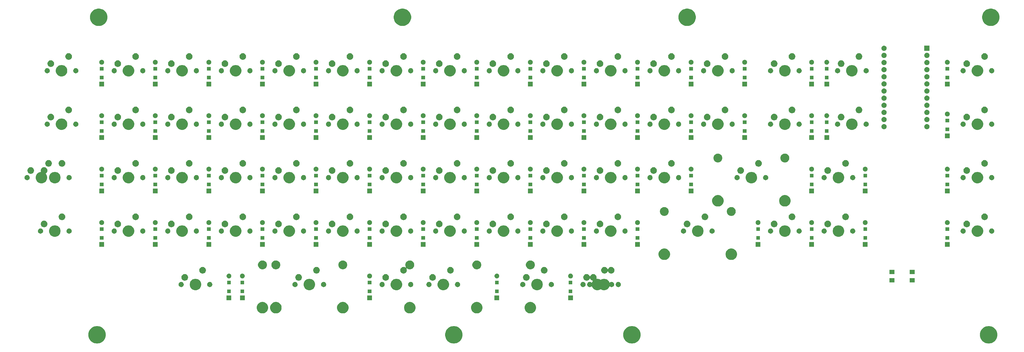
<source format=gbr>
G04 #@! TF.GenerationSoftware,KiCad,Pcbnew,(5.0.1)-3*
G04 #@! TF.CreationDate,2019-03-03T22:41:32+01:00*
G04 #@! TF.ProjectId,OC64,4F4336342E6B696361645F7063620000,rev?*
G04 #@! TF.SameCoordinates,Original*
G04 #@! TF.FileFunction,Soldermask,Bot*
G04 #@! TF.FilePolarity,Negative*
%FSLAX46Y46*%
G04 Gerber Fmt 4.6, Leading zero omitted, Abs format (unit mm)*
G04 Created by KiCad (PCBNEW (5.0.1)-3) date 3/03/2019 22:41:32*
%MOMM*%
%LPD*%
G01*
G04 APERTURE LIST*
%ADD10C,0.100000*%
G04 APERTURE END LIST*
D10*
G36*
X374389415Y-175116524D02*
X374688968Y-175176109D01*
X374922727Y-175272935D01*
X375253313Y-175409868D01*
X375761215Y-175749237D01*
X376193142Y-176181164D01*
X376532511Y-176689066D01*
X376766270Y-177253412D01*
X376885440Y-177852516D01*
X376885440Y-178463362D01*
X376766270Y-179062466D01*
X376532511Y-179626812D01*
X376193142Y-180134714D01*
X375761215Y-180566641D01*
X375253313Y-180906010D01*
X374922727Y-181042943D01*
X374688968Y-181139769D01*
X374389415Y-181199354D01*
X374089863Y-181258939D01*
X373479017Y-181258939D01*
X373179465Y-181199354D01*
X372879912Y-181139769D01*
X372646153Y-181042943D01*
X372315567Y-180906010D01*
X371807665Y-180566641D01*
X371375738Y-180134714D01*
X371036369Y-179626812D01*
X370802610Y-179062466D01*
X370683440Y-178463362D01*
X370683440Y-177852516D01*
X370802610Y-177253412D01*
X371036369Y-176689066D01*
X371375738Y-176181164D01*
X371807665Y-175749237D01*
X372315567Y-175409868D01*
X372646153Y-175272935D01*
X372879912Y-175176109D01*
X373179465Y-175116524D01*
X373479017Y-175056939D01*
X374089863Y-175056939D01*
X374389415Y-175116524D01*
X374389415Y-175116524D01*
G37*
G36*
X247539415Y-175116524D02*
X247838968Y-175176109D01*
X248072727Y-175272935D01*
X248403313Y-175409868D01*
X248911215Y-175749237D01*
X249343142Y-176181164D01*
X249682511Y-176689066D01*
X249916270Y-177253412D01*
X250035440Y-177852516D01*
X250035440Y-178463362D01*
X249916270Y-179062466D01*
X249682511Y-179626812D01*
X249343142Y-180134714D01*
X248911215Y-180566641D01*
X248403313Y-180906010D01*
X248072727Y-181042943D01*
X247838968Y-181139769D01*
X247539415Y-181199354D01*
X247239863Y-181258939D01*
X246629017Y-181258939D01*
X246329465Y-181199354D01*
X246029912Y-181139769D01*
X245796153Y-181042943D01*
X245465567Y-180906010D01*
X244957665Y-180566641D01*
X244525738Y-180134714D01*
X244186369Y-179626812D01*
X243952610Y-179062466D01*
X243833440Y-178463362D01*
X243833440Y-177852516D01*
X243952610Y-177253412D01*
X244186369Y-176689066D01*
X244525738Y-176181164D01*
X244957665Y-175749237D01*
X245465567Y-175409868D01*
X245796153Y-175272935D01*
X246029912Y-175176109D01*
X246329465Y-175116524D01*
X246629017Y-175056939D01*
X247239863Y-175056939D01*
X247539415Y-175116524D01*
X247539415Y-175116524D01*
G37*
G36*
X57389415Y-175116524D02*
X57688968Y-175176109D01*
X57922727Y-175272935D01*
X58253313Y-175409868D01*
X58761215Y-175749237D01*
X59193142Y-176181164D01*
X59532511Y-176689066D01*
X59766270Y-177253412D01*
X59885440Y-177852516D01*
X59885440Y-178463362D01*
X59766270Y-179062466D01*
X59532511Y-179626812D01*
X59193142Y-180134714D01*
X58761215Y-180566641D01*
X58253313Y-180906010D01*
X57922727Y-181042943D01*
X57688968Y-181139769D01*
X57389415Y-181199354D01*
X57089863Y-181258939D01*
X56479017Y-181258939D01*
X56179465Y-181199354D01*
X55879912Y-181139769D01*
X55646153Y-181042943D01*
X55315567Y-180906010D01*
X54807665Y-180566641D01*
X54375738Y-180134714D01*
X54036369Y-179626812D01*
X53802610Y-179062466D01*
X53683440Y-178463362D01*
X53683440Y-177852516D01*
X53802610Y-177253412D01*
X54036369Y-176689066D01*
X54375738Y-176181164D01*
X54807665Y-175749237D01*
X55315567Y-175409868D01*
X55646153Y-175272935D01*
X55879912Y-175176109D01*
X56179465Y-175116524D01*
X56479017Y-175056939D01*
X57089863Y-175056939D01*
X57389415Y-175116524D01*
X57389415Y-175116524D01*
G37*
G36*
X184239415Y-175116524D02*
X184538968Y-175176109D01*
X184772727Y-175272935D01*
X185103313Y-175409868D01*
X185611215Y-175749237D01*
X186043142Y-176181164D01*
X186382511Y-176689066D01*
X186616270Y-177253412D01*
X186735440Y-177852516D01*
X186735440Y-178463362D01*
X186616270Y-179062466D01*
X186382511Y-179626812D01*
X186043142Y-180134714D01*
X185611215Y-180566641D01*
X185103313Y-180906010D01*
X184772727Y-181042943D01*
X184538968Y-181139769D01*
X184239415Y-181199354D01*
X183939863Y-181258939D01*
X183329017Y-181258939D01*
X183029465Y-181199354D01*
X182729912Y-181139769D01*
X182496153Y-181042943D01*
X182165567Y-180906010D01*
X181657665Y-180566641D01*
X181225738Y-180134714D01*
X180886369Y-179626812D01*
X180652610Y-179062466D01*
X180533440Y-178463362D01*
X180533440Y-177852516D01*
X180652610Y-177253412D01*
X180886369Y-176689066D01*
X181225738Y-176181164D01*
X181657665Y-175749237D01*
X182165567Y-175409868D01*
X182496153Y-175272935D01*
X182729912Y-175176109D01*
X183029465Y-175116524D01*
X183329017Y-175056939D01*
X183939863Y-175056939D01*
X184239415Y-175116524D01*
X184239415Y-175116524D01*
G37*
G36*
X116180984Y-166521631D02*
X116180986Y-166521632D01*
X116180987Y-166521632D01*
X116553135Y-166675780D01*
X116888060Y-166899570D01*
X117172889Y-167184399D01*
X117396679Y-167519324D01*
X117550726Y-167891228D01*
X117550828Y-167891475D01*
X117629412Y-168286541D01*
X117629412Y-168689353D01*
X117550877Y-169084175D01*
X117550827Y-169084422D01*
X117396679Y-169456570D01*
X117172889Y-169791495D01*
X116888060Y-170076324D01*
X116553135Y-170300114D01*
X116180987Y-170454262D01*
X116180986Y-170454262D01*
X116180984Y-170454263D01*
X115785918Y-170532847D01*
X115383106Y-170532847D01*
X114988040Y-170454263D01*
X114988038Y-170454262D01*
X114988037Y-170454262D01*
X114615889Y-170300114D01*
X114280964Y-170076324D01*
X113996135Y-169791495D01*
X113772345Y-169456570D01*
X113618197Y-169084422D01*
X113618148Y-169084175D01*
X113539612Y-168689353D01*
X113539612Y-168286541D01*
X113618196Y-167891475D01*
X113618298Y-167891228D01*
X113772345Y-167519324D01*
X113996135Y-167184399D01*
X114280964Y-166899570D01*
X114615889Y-166675780D01*
X114988037Y-166521632D01*
X114988038Y-166521632D01*
X114988040Y-166521631D01*
X115383106Y-166443047D01*
X115785918Y-166443047D01*
X116180984Y-166521631D01*
X116180984Y-166521631D01*
G37*
G36*
X211430984Y-166521631D02*
X211430986Y-166521632D01*
X211430987Y-166521632D01*
X211803135Y-166675780D01*
X212138060Y-166899570D01*
X212422889Y-167184399D01*
X212646679Y-167519324D01*
X212800726Y-167891228D01*
X212800828Y-167891475D01*
X212879412Y-168286541D01*
X212879412Y-168689353D01*
X212800877Y-169084175D01*
X212800827Y-169084422D01*
X212646679Y-169456570D01*
X212422889Y-169791495D01*
X212138060Y-170076324D01*
X211803135Y-170300114D01*
X211430987Y-170454262D01*
X211430986Y-170454262D01*
X211430984Y-170454263D01*
X211035918Y-170532847D01*
X210633106Y-170532847D01*
X210238040Y-170454263D01*
X210238038Y-170454262D01*
X210238037Y-170454262D01*
X209865889Y-170300114D01*
X209530964Y-170076324D01*
X209246135Y-169791495D01*
X209022345Y-169456570D01*
X208868197Y-169084422D01*
X208868148Y-169084175D01*
X208789612Y-168689353D01*
X208789612Y-168286541D01*
X208868196Y-167891475D01*
X208868298Y-167891228D01*
X209022345Y-167519324D01*
X209246135Y-167184399D01*
X209530964Y-166899570D01*
X209865889Y-166675780D01*
X210238037Y-166521632D01*
X210238038Y-166521632D01*
X210238040Y-166521631D01*
X210633106Y-166443047D01*
X211035918Y-166443047D01*
X211430984Y-166521631D01*
X211430984Y-166521631D01*
G37*
G36*
X192380998Y-166521631D02*
X192381000Y-166521632D01*
X192381001Y-166521632D01*
X192753149Y-166675780D01*
X193088074Y-166899570D01*
X193372903Y-167184399D01*
X193596693Y-167519324D01*
X193750740Y-167891228D01*
X193750842Y-167891475D01*
X193829426Y-168286541D01*
X193829426Y-168689353D01*
X193750891Y-169084175D01*
X193750841Y-169084422D01*
X193596693Y-169456570D01*
X193372903Y-169791495D01*
X193088074Y-170076324D01*
X192753149Y-170300114D01*
X192381001Y-170454262D01*
X192381000Y-170454262D01*
X192380998Y-170454263D01*
X191985932Y-170532847D01*
X191583120Y-170532847D01*
X191188054Y-170454263D01*
X191188052Y-170454262D01*
X191188051Y-170454262D01*
X190815903Y-170300114D01*
X190480978Y-170076324D01*
X190196149Y-169791495D01*
X189972359Y-169456570D01*
X189818211Y-169084422D01*
X189818162Y-169084175D01*
X189739626Y-168689353D01*
X189739626Y-168286541D01*
X189818210Y-167891475D01*
X189818312Y-167891228D01*
X189972359Y-167519324D01*
X190196149Y-167184399D01*
X190480978Y-166899570D01*
X190815903Y-166675780D01*
X191188051Y-166521632D01*
X191188052Y-166521632D01*
X191188054Y-166521631D01*
X191583120Y-166443047D01*
X191985932Y-166443047D01*
X192380998Y-166521631D01*
X192380998Y-166521631D01*
G37*
G36*
X168568498Y-166521631D02*
X168568500Y-166521632D01*
X168568501Y-166521632D01*
X168940649Y-166675780D01*
X169275574Y-166899570D01*
X169560403Y-167184399D01*
X169784193Y-167519324D01*
X169938240Y-167891228D01*
X169938342Y-167891475D01*
X170016926Y-168286541D01*
X170016926Y-168689353D01*
X169938391Y-169084175D01*
X169938341Y-169084422D01*
X169784193Y-169456570D01*
X169560403Y-169791495D01*
X169275574Y-170076324D01*
X168940649Y-170300114D01*
X168568501Y-170454262D01*
X168568500Y-170454262D01*
X168568498Y-170454263D01*
X168173432Y-170532847D01*
X167770620Y-170532847D01*
X167375554Y-170454263D01*
X167375552Y-170454262D01*
X167375551Y-170454262D01*
X167003403Y-170300114D01*
X166668478Y-170076324D01*
X166383649Y-169791495D01*
X166159859Y-169456570D01*
X166005711Y-169084422D01*
X166005662Y-169084175D01*
X165927126Y-168689353D01*
X165927126Y-168286541D01*
X166005710Y-167891475D01*
X166005812Y-167891228D01*
X166159859Y-167519324D01*
X166383649Y-167184399D01*
X166668478Y-166899570D01*
X167003403Y-166675780D01*
X167375551Y-166521632D01*
X167375552Y-166521632D01*
X167375554Y-166521631D01*
X167770620Y-166443047D01*
X168173432Y-166443047D01*
X168568498Y-166521631D01*
X168568498Y-166521631D01*
G37*
G36*
X144755962Y-166521387D02*
X144755964Y-166521388D01*
X144755965Y-166521388D01*
X145128113Y-166675536D01*
X145463038Y-166899326D01*
X145747867Y-167184155D01*
X145971657Y-167519080D01*
X146125805Y-167891228D01*
X146125806Y-167891231D01*
X146204390Y-168286297D01*
X146204390Y-168689109D01*
X146204342Y-168689352D01*
X146125805Y-169084178D01*
X145971657Y-169456326D01*
X145747867Y-169791251D01*
X145463038Y-170076080D01*
X145128113Y-170299870D01*
X144755965Y-170454018D01*
X144755964Y-170454018D01*
X144755962Y-170454019D01*
X144360896Y-170532603D01*
X143958084Y-170532603D01*
X143563018Y-170454019D01*
X143563016Y-170454018D01*
X143563015Y-170454018D01*
X143190867Y-170299870D01*
X142855942Y-170076080D01*
X142571113Y-169791251D01*
X142347323Y-169456326D01*
X142193175Y-169084178D01*
X142114639Y-168689352D01*
X142114590Y-168689109D01*
X142114590Y-168286297D01*
X142193174Y-167891231D01*
X142193175Y-167891228D01*
X142347323Y-167519080D01*
X142571113Y-167184155D01*
X142855942Y-166899326D01*
X143190867Y-166675536D01*
X143563015Y-166521388D01*
X143563016Y-166521388D01*
X143563018Y-166521387D01*
X143958084Y-166442803D01*
X144360896Y-166442803D01*
X144755962Y-166521387D01*
X144755962Y-166521387D01*
G37*
G36*
X120943462Y-166521387D02*
X120943464Y-166521388D01*
X120943465Y-166521388D01*
X121315613Y-166675536D01*
X121650538Y-166899326D01*
X121935367Y-167184155D01*
X122159157Y-167519080D01*
X122313305Y-167891228D01*
X122313306Y-167891231D01*
X122391890Y-168286297D01*
X122391890Y-168689109D01*
X122391842Y-168689352D01*
X122313305Y-169084178D01*
X122159157Y-169456326D01*
X121935367Y-169791251D01*
X121650538Y-170076080D01*
X121315613Y-170299870D01*
X120943465Y-170454018D01*
X120943464Y-170454018D01*
X120943462Y-170454019D01*
X120548396Y-170532603D01*
X120145584Y-170532603D01*
X119750518Y-170454019D01*
X119750516Y-170454018D01*
X119750515Y-170454018D01*
X119378367Y-170299870D01*
X119043442Y-170076080D01*
X118758613Y-169791251D01*
X118534823Y-169456326D01*
X118380675Y-169084178D01*
X118302139Y-168689352D01*
X118302090Y-168689109D01*
X118302090Y-168286297D01*
X118380674Y-167891231D01*
X118380675Y-167891228D01*
X118534823Y-167519080D01*
X118758613Y-167184155D01*
X119043442Y-166899326D01*
X119378367Y-166675536D01*
X119750515Y-166521388D01*
X119750516Y-166521388D01*
X119750518Y-166521387D01*
X120145584Y-166442803D01*
X120548396Y-166442803D01*
X120943462Y-166521387D01*
X120943462Y-166521387D01*
G37*
G36*
X225973064Y-165846451D02*
X224271064Y-165846451D01*
X224271064Y-164144451D01*
X225973064Y-164144451D01*
X225973064Y-165846451D01*
X225973064Y-165846451D01*
G37*
G36*
X154535490Y-165846203D02*
X152833490Y-165846203D01*
X152833490Y-164144203D01*
X154535490Y-164144203D01*
X154535490Y-165846203D01*
X154535490Y-165846203D01*
G37*
G36*
X104529240Y-165846203D02*
X102827240Y-165846203D01*
X102827240Y-164144203D01*
X104529240Y-164144203D01*
X104529240Y-165846203D01*
X104529240Y-165846203D01*
G37*
G36*
X109291740Y-165846203D02*
X107589740Y-165846203D01*
X107589740Y-164144203D01*
X109291740Y-164144203D01*
X109291740Y-165846203D01*
X109291740Y-165846203D01*
G37*
G36*
X199779240Y-165846203D02*
X198077240Y-165846203D01*
X198077240Y-164144203D01*
X199779240Y-164144203D01*
X199779240Y-165846203D01*
X199779240Y-165846203D01*
G37*
G36*
X225773064Y-163321451D02*
X224471064Y-163321451D01*
X224471064Y-162019451D01*
X225773064Y-162019451D01*
X225773064Y-163321451D01*
X225773064Y-163321451D01*
G37*
G36*
X154335490Y-163321203D02*
X153033490Y-163321203D01*
X153033490Y-162019203D01*
X154335490Y-162019203D01*
X154335490Y-163321203D01*
X154335490Y-163321203D01*
G37*
G36*
X109091740Y-163321203D02*
X107789740Y-163321203D01*
X107789740Y-162019203D01*
X109091740Y-162019203D01*
X109091740Y-163321203D01*
X109091740Y-163321203D01*
G37*
G36*
X199579240Y-163321203D02*
X198277240Y-163321203D01*
X198277240Y-162019203D01*
X199579240Y-162019203D01*
X199579240Y-163321203D01*
X199579240Y-163321203D01*
G37*
G36*
X104329240Y-163321203D02*
X103027240Y-163321203D01*
X103027240Y-162019203D01*
X104329240Y-162019203D01*
X104329240Y-163321203D01*
X104329240Y-163321203D01*
G37*
G36*
X180474748Y-158266631D02*
X180474750Y-158266632D01*
X180474751Y-158266632D01*
X180846899Y-158420780D01*
X181181824Y-158644570D01*
X181466653Y-158929399D01*
X181690443Y-159264324D01*
X181806688Y-159544966D01*
X181844592Y-159636475D01*
X181923176Y-160031541D01*
X181923176Y-160434353D01*
X181844641Y-160829175D01*
X181844591Y-160829422D01*
X181690443Y-161201570D01*
X181466653Y-161536495D01*
X181181824Y-161821324D01*
X180846899Y-162045114D01*
X180474751Y-162199262D01*
X180474750Y-162199262D01*
X180474748Y-162199263D01*
X180079682Y-162277847D01*
X179676870Y-162277847D01*
X179281804Y-162199263D01*
X179281802Y-162199262D01*
X179281801Y-162199262D01*
X178909653Y-162045114D01*
X178574728Y-161821324D01*
X178289899Y-161536495D01*
X178066109Y-161201570D01*
X177911961Y-160829422D01*
X177911912Y-160829175D01*
X177833376Y-160434353D01*
X177833376Y-160031541D01*
X177911960Y-159636475D01*
X177949864Y-159544966D01*
X178066109Y-159264324D01*
X178289899Y-158929399D01*
X178574728Y-158644570D01*
X178909653Y-158420780D01*
X179281801Y-158266632D01*
X179281802Y-158266632D01*
X179281804Y-158266631D01*
X179676870Y-158188047D01*
X180079682Y-158188047D01*
X180474748Y-158266631D01*
X180474748Y-158266631D01*
G37*
G36*
X231066498Y-156539543D02*
X231180099Y-156562140D01*
X231394117Y-156650789D01*
X231585430Y-156778621D01*
X231586731Y-156779490D01*
X231750529Y-156943288D01*
X231750531Y-156943291D01*
X231879230Y-157135902D01*
X231879230Y-157135903D01*
X231912213Y-157215531D01*
X231923764Y-157237142D01*
X231939310Y-157256084D01*
X231958252Y-157271630D01*
X231979862Y-157283181D01*
X232003312Y-157290294D01*
X232027698Y-157292696D01*
X232052084Y-157290294D01*
X232075533Y-157283181D01*
X232097144Y-157271630D01*
X232116086Y-157256084D01*
X232131632Y-157237142D01*
X232143183Y-157215531D01*
X232176166Y-157135903D01*
X232176166Y-157135902D01*
X232304865Y-156943291D01*
X232304867Y-156943288D01*
X232468665Y-156779490D01*
X232469966Y-156778621D01*
X232661279Y-156650789D01*
X232875297Y-156562140D01*
X232988898Y-156539543D01*
X233102497Y-156516947D01*
X233334151Y-156516947D01*
X233447750Y-156539543D01*
X233561351Y-156562140D01*
X233775369Y-156650789D01*
X233966682Y-156778621D01*
X233967983Y-156779490D01*
X234131781Y-156943288D01*
X234131783Y-156943291D01*
X234260482Y-157135902D01*
X234324433Y-157290294D01*
X234349131Y-157349921D01*
X234394276Y-157576877D01*
X234394324Y-157577121D01*
X234394324Y-157808773D01*
X234349131Y-158035974D01*
X234349130Y-158035977D01*
X234348596Y-158038660D01*
X234346194Y-158063047D01*
X234348596Y-158087433D01*
X234355709Y-158110882D01*
X234367260Y-158132493D01*
X234382805Y-158151435D01*
X234401747Y-158166981D01*
X234423358Y-158178532D01*
X234446807Y-158185645D01*
X234471194Y-158188047D01*
X234848478Y-158188047D01*
X235243544Y-158266631D01*
X235243546Y-158266632D01*
X235243547Y-158266632D01*
X235615695Y-158420780D01*
X235768256Y-158522718D01*
X235789862Y-158534267D01*
X235813312Y-158541380D01*
X235837698Y-158543782D01*
X235862084Y-158541380D01*
X235885533Y-158534267D01*
X235907140Y-158522718D01*
X236059701Y-158420780D01*
X236431849Y-158266632D01*
X236431850Y-158266632D01*
X236431852Y-158266631D01*
X236826918Y-158188047D01*
X237229730Y-158188047D01*
X237624796Y-158266631D01*
X237624798Y-158266632D01*
X237624799Y-158266632D01*
X237996947Y-158420780D01*
X238331872Y-158644570D01*
X238616701Y-158929399D01*
X238840491Y-159264324D01*
X238872886Y-159342533D01*
X238928715Y-159477316D01*
X238940266Y-159498927D01*
X238955812Y-159517869D01*
X238974754Y-159533415D01*
X238996365Y-159544966D01*
X239019814Y-159552079D01*
X239044200Y-159554481D01*
X239068586Y-159552079D01*
X239092035Y-159544966D01*
X239113646Y-159533415D01*
X239132582Y-159517874D01*
X239136781Y-159513675D01*
X239288446Y-159412336D01*
X239456968Y-159342532D01*
X239635869Y-159306947D01*
X239818275Y-159306947D01*
X239997176Y-159342532D01*
X240165698Y-159412336D01*
X240317363Y-159513675D01*
X240446344Y-159642656D01*
X240547683Y-159794321D01*
X240617487Y-159962843D01*
X240653072Y-160141744D01*
X240653072Y-160324150D01*
X240617487Y-160503051D01*
X240547683Y-160671573D01*
X240446344Y-160823238D01*
X240317363Y-160952219D01*
X240165698Y-161053558D01*
X239997176Y-161123362D01*
X239818275Y-161158947D01*
X239635869Y-161158947D01*
X239456968Y-161123362D01*
X239288446Y-161053558D01*
X239136781Y-160952219D01*
X239132582Y-160948020D01*
X239113646Y-160932479D01*
X239092035Y-160920928D01*
X239068586Y-160913815D01*
X239044200Y-160911413D01*
X239019814Y-160913815D01*
X238996365Y-160920928D01*
X238974754Y-160932479D01*
X238955812Y-160948025D01*
X238940266Y-160966967D01*
X238928715Y-160988578D01*
X238840491Y-161201570D01*
X238616701Y-161536495D01*
X238331872Y-161821324D01*
X237996947Y-162045114D01*
X237624799Y-162199262D01*
X237624798Y-162199262D01*
X237624796Y-162199263D01*
X237229730Y-162277847D01*
X236826918Y-162277847D01*
X236431852Y-162199263D01*
X236431850Y-162199262D01*
X236431849Y-162199262D01*
X236059701Y-162045114D01*
X235907140Y-161943176D01*
X235885534Y-161931627D01*
X235862084Y-161924514D01*
X235837698Y-161922112D01*
X235813312Y-161924514D01*
X235789863Y-161931627D01*
X235768256Y-161943176D01*
X235615695Y-162045114D01*
X235243547Y-162199262D01*
X235243546Y-162199262D01*
X235243544Y-162199263D01*
X234848478Y-162277847D01*
X234445666Y-162277847D01*
X234050600Y-162199263D01*
X234050598Y-162199262D01*
X234050597Y-162199262D01*
X233678449Y-162045114D01*
X233343524Y-161821324D01*
X233058695Y-161536495D01*
X232834905Y-161201570D01*
X232746681Y-160988578D01*
X232735130Y-160966967D01*
X232719584Y-160948025D01*
X232700642Y-160932479D01*
X232679031Y-160920928D01*
X232655582Y-160913815D01*
X232631196Y-160911413D01*
X232606810Y-160913815D01*
X232583361Y-160920928D01*
X232561750Y-160932479D01*
X232542814Y-160948020D01*
X232538615Y-160952219D01*
X232386950Y-161053558D01*
X232218428Y-161123362D01*
X232039527Y-161158947D01*
X231857121Y-161158947D01*
X231678220Y-161123362D01*
X231509698Y-161053558D01*
X231358033Y-160952219D01*
X231229052Y-160823238D01*
X231127713Y-160671573D01*
X231057909Y-160503051D01*
X231022324Y-160324150D01*
X231022324Y-160141744D01*
X231057909Y-159962843D01*
X231127713Y-159794321D01*
X231229052Y-159642656D01*
X231358033Y-159513675D01*
X231509698Y-159412336D01*
X231678220Y-159342532D01*
X231857121Y-159306947D01*
X232039527Y-159306947D01*
X232218428Y-159342532D01*
X232386950Y-159412336D01*
X232538615Y-159513675D01*
X232542814Y-159517874D01*
X232561750Y-159533415D01*
X232583361Y-159544966D01*
X232606810Y-159552079D01*
X232631196Y-159554481D01*
X232655582Y-159552079D01*
X232679031Y-159544966D01*
X232700642Y-159533415D01*
X232719584Y-159517869D01*
X232735130Y-159498927D01*
X232746681Y-159477316D01*
X232802510Y-159342533D01*
X232834905Y-159264324D01*
X232995559Y-159023889D01*
X233007106Y-159002286D01*
X233014219Y-158978837D01*
X233016621Y-158954450D01*
X233014219Y-158930064D01*
X233007106Y-158906615D01*
X232995555Y-158885004D01*
X232980010Y-158866062D01*
X232961067Y-158850516D01*
X232939457Y-158838965D01*
X232916008Y-158831852D01*
X232875297Y-158823754D01*
X232874708Y-158823510D01*
X232661279Y-158735105D01*
X232468668Y-158606406D01*
X232468665Y-158606404D01*
X232304867Y-158442606D01*
X232187284Y-158266631D01*
X232176166Y-158249992D01*
X232143181Y-158170360D01*
X232131632Y-158148752D01*
X232116086Y-158129810D01*
X232097144Y-158114264D01*
X232075534Y-158102713D01*
X232052084Y-158095600D01*
X232027698Y-158093198D01*
X232003312Y-158095600D01*
X231979863Y-158102713D01*
X231958252Y-158114264D01*
X231939310Y-158129810D01*
X231923764Y-158148752D01*
X231912215Y-158170360D01*
X231879230Y-158249992D01*
X231868112Y-158266631D01*
X231750529Y-158442606D01*
X231586731Y-158606404D01*
X231586728Y-158606406D01*
X231394117Y-158735105D01*
X231180099Y-158823754D01*
X231103628Y-158838965D01*
X230952899Y-158868947D01*
X230721245Y-158868947D01*
X230570516Y-158838965D01*
X230494045Y-158823754D01*
X230280027Y-158735105D01*
X230087416Y-158606406D01*
X230087413Y-158606404D01*
X229923615Y-158442606D01*
X229806032Y-158266631D01*
X229794914Y-158249992D01*
X229706265Y-158035974D01*
X229670559Y-157856466D01*
X229661072Y-157808774D01*
X229661072Y-157577120D01*
X229706265Y-157349921D01*
X229730963Y-157290294D01*
X229794914Y-157135902D01*
X229923613Y-156943291D01*
X229923615Y-156943288D01*
X230087413Y-156779490D01*
X230088714Y-156778621D01*
X230280027Y-156650789D01*
X230494045Y-156562140D01*
X230607646Y-156539543D01*
X230721245Y-156516947D01*
X230952899Y-156516947D01*
X231066498Y-156539543D01*
X231066498Y-156539543D01*
G37*
G36*
X213812276Y-158266631D02*
X213812278Y-158266632D01*
X213812279Y-158266632D01*
X214184427Y-158420780D01*
X214519352Y-158644570D01*
X214804181Y-158929399D01*
X215027971Y-159264324D01*
X215144216Y-159544966D01*
X215182120Y-159636475D01*
X215260704Y-160031541D01*
X215260704Y-160434353D01*
X215182169Y-160829175D01*
X215182119Y-160829422D01*
X215027971Y-161201570D01*
X214804181Y-161536495D01*
X214519352Y-161821324D01*
X214184427Y-162045114D01*
X213812279Y-162199262D01*
X213812278Y-162199262D01*
X213812276Y-162199263D01*
X213417210Y-162277847D01*
X213014398Y-162277847D01*
X212619332Y-162199263D01*
X212619330Y-162199262D01*
X212619329Y-162199262D01*
X212247181Y-162045114D01*
X211912256Y-161821324D01*
X211627427Y-161536495D01*
X211403637Y-161201570D01*
X211249489Y-160829422D01*
X211249440Y-160829175D01*
X211170904Y-160434353D01*
X211170904Y-160031541D01*
X211249488Y-159636475D01*
X211287392Y-159544966D01*
X211403637Y-159264324D01*
X211627427Y-158929399D01*
X211912256Y-158644570D01*
X212247181Y-158420780D01*
X212619329Y-158266632D01*
X212619330Y-158266632D01*
X212619332Y-158266631D01*
X213014398Y-158188047D01*
X213417210Y-158188047D01*
X213812276Y-158266631D01*
X213812276Y-158266631D01*
G37*
G36*
X163805984Y-158266631D02*
X163805986Y-158266632D01*
X163805987Y-158266632D01*
X164178135Y-158420780D01*
X164513060Y-158644570D01*
X164797889Y-158929399D01*
X165021679Y-159264324D01*
X165137924Y-159544966D01*
X165175828Y-159636475D01*
X165254412Y-160031541D01*
X165254412Y-160434353D01*
X165175877Y-160829175D01*
X165175827Y-160829422D01*
X165021679Y-161201570D01*
X164797889Y-161536495D01*
X164513060Y-161821324D01*
X164178135Y-162045114D01*
X163805987Y-162199262D01*
X163805986Y-162199262D01*
X163805984Y-162199263D01*
X163410918Y-162277847D01*
X163008106Y-162277847D01*
X162613040Y-162199263D01*
X162613038Y-162199262D01*
X162613037Y-162199262D01*
X162240889Y-162045114D01*
X161905964Y-161821324D01*
X161621135Y-161536495D01*
X161397345Y-161201570D01*
X161243197Y-160829422D01*
X161243148Y-160829175D01*
X161164612Y-160434353D01*
X161164612Y-160031541D01*
X161243196Y-159636475D01*
X161281100Y-159544966D01*
X161397345Y-159264324D01*
X161621135Y-158929399D01*
X161905964Y-158644570D01*
X162240889Y-158420780D01*
X162613037Y-158266632D01*
X162613038Y-158266632D01*
X162613040Y-158266631D01*
X163008106Y-158188047D01*
X163410918Y-158188047D01*
X163805984Y-158266631D01*
X163805984Y-158266631D01*
G37*
G36*
X132849712Y-158266387D02*
X132849714Y-158266388D01*
X132849715Y-158266388D01*
X133221863Y-158420536D01*
X133556788Y-158644326D01*
X133841617Y-158929155D01*
X134065407Y-159264080D01*
X134185694Y-159554481D01*
X134219556Y-159636231D01*
X134298140Y-160031297D01*
X134298140Y-160434109D01*
X134220737Y-160823240D01*
X134219555Y-160829178D01*
X134065407Y-161201326D01*
X133841617Y-161536251D01*
X133556788Y-161821080D01*
X133221863Y-162044870D01*
X132849715Y-162199018D01*
X132849714Y-162199018D01*
X132849712Y-162199019D01*
X132454646Y-162277603D01*
X132051834Y-162277603D01*
X131656768Y-162199019D01*
X131656766Y-162199018D01*
X131656765Y-162199018D01*
X131284617Y-162044870D01*
X130949692Y-161821080D01*
X130664863Y-161536251D01*
X130441073Y-161201326D01*
X130286925Y-160829178D01*
X130285744Y-160823240D01*
X130208340Y-160434109D01*
X130208340Y-160031297D01*
X130286924Y-159636231D01*
X130320786Y-159554481D01*
X130441073Y-159264080D01*
X130664863Y-158929155D01*
X130949692Y-158644326D01*
X131284617Y-158420536D01*
X131656765Y-158266388D01*
X131656766Y-158266388D01*
X131656768Y-158266387D01*
X132051834Y-158187803D01*
X132454646Y-158187803D01*
X132849712Y-158266387D01*
X132849712Y-158266387D01*
G37*
G36*
X92368462Y-158266387D02*
X92368464Y-158266388D01*
X92368465Y-158266388D01*
X92740613Y-158420536D01*
X93075538Y-158644326D01*
X93360367Y-158929155D01*
X93584157Y-159264080D01*
X93704444Y-159554481D01*
X93738306Y-159636231D01*
X93816890Y-160031297D01*
X93816890Y-160434109D01*
X93739487Y-160823240D01*
X93738305Y-160829178D01*
X93584157Y-161201326D01*
X93360367Y-161536251D01*
X93075538Y-161821080D01*
X92740613Y-162044870D01*
X92368465Y-162199018D01*
X92368464Y-162199018D01*
X92368462Y-162199019D01*
X91973396Y-162277603D01*
X91570584Y-162277603D01*
X91175518Y-162199019D01*
X91175516Y-162199018D01*
X91175515Y-162199018D01*
X90803367Y-162044870D01*
X90468442Y-161821080D01*
X90183613Y-161536251D01*
X89959823Y-161201326D01*
X89805675Y-160829178D01*
X89804494Y-160823240D01*
X89727090Y-160434109D01*
X89727090Y-160031297D01*
X89805674Y-159636231D01*
X89839536Y-159554481D01*
X89959823Y-159264080D01*
X90183613Y-158929155D01*
X90468442Y-158644326D01*
X90803367Y-158420536D01*
X91175515Y-158266388D01*
X91175516Y-158266388D01*
X91175518Y-158266387D01*
X91570584Y-158187803D01*
X91973396Y-158187803D01*
X92368462Y-158266387D01*
X92368462Y-158266387D01*
G37*
G36*
X208405908Y-159342532D02*
X208574430Y-159412336D01*
X208726095Y-159513675D01*
X208855076Y-159642656D01*
X208956415Y-159794321D01*
X209026219Y-159962843D01*
X209061804Y-160141744D01*
X209061804Y-160324150D01*
X209026219Y-160503051D01*
X208956415Y-160671573D01*
X208855076Y-160823238D01*
X208726095Y-160952219D01*
X208574430Y-161053558D01*
X208405908Y-161123362D01*
X208227007Y-161158947D01*
X208044601Y-161158947D01*
X207865700Y-161123362D01*
X207697178Y-161053558D01*
X207545513Y-160952219D01*
X207416532Y-160823238D01*
X207315193Y-160671573D01*
X207245389Y-160503051D01*
X207209804Y-160324150D01*
X207209804Y-160141744D01*
X207245389Y-159962843D01*
X207315193Y-159794321D01*
X207416532Y-159642656D01*
X207545513Y-159513675D01*
X207697178Y-159412336D01*
X207865700Y-159342532D01*
X208044601Y-159306947D01*
X208227007Y-159306947D01*
X208405908Y-159342532D01*
X208405908Y-159342532D01*
G37*
G36*
X218565908Y-159342532D02*
X218734430Y-159412336D01*
X218886095Y-159513675D01*
X219015076Y-159642656D01*
X219116415Y-159794321D01*
X219186219Y-159962843D01*
X219221804Y-160141744D01*
X219221804Y-160324150D01*
X219186219Y-160503051D01*
X219116415Y-160671573D01*
X219015076Y-160823238D01*
X218886095Y-160952219D01*
X218734430Y-161053558D01*
X218565908Y-161123362D01*
X218387007Y-161158947D01*
X218204601Y-161158947D01*
X218025700Y-161123362D01*
X217857178Y-161053558D01*
X217705513Y-160952219D01*
X217576532Y-160823238D01*
X217475193Y-160671573D01*
X217405389Y-160503051D01*
X217369804Y-160324150D01*
X217369804Y-160141744D01*
X217405389Y-159962843D01*
X217475193Y-159794321D01*
X217576532Y-159642656D01*
X217705513Y-159513675D01*
X217857178Y-159412336D01*
X218025700Y-159342532D01*
X218204601Y-159306947D01*
X218387007Y-159306947D01*
X218565908Y-159342532D01*
X218565908Y-159342532D01*
G37*
G36*
X229837176Y-159342532D02*
X230005698Y-159412336D01*
X230157363Y-159513675D01*
X230286344Y-159642656D01*
X230387683Y-159794321D01*
X230457487Y-159962843D01*
X230493072Y-160141744D01*
X230493072Y-160324150D01*
X230457487Y-160503051D01*
X230387683Y-160671573D01*
X230286344Y-160823238D01*
X230157363Y-160952219D01*
X230005698Y-161053558D01*
X229837176Y-161123362D01*
X229658275Y-161158947D01*
X229475869Y-161158947D01*
X229296968Y-161123362D01*
X229128446Y-161053558D01*
X228976781Y-160952219D01*
X228847800Y-160823238D01*
X228746461Y-160671573D01*
X228676657Y-160503051D01*
X228641072Y-160324150D01*
X228641072Y-160141744D01*
X228676657Y-159962843D01*
X228746461Y-159794321D01*
X228847800Y-159642656D01*
X228976781Y-159513675D01*
X229128446Y-159412336D01*
X229296968Y-159342532D01*
X229475869Y-159306947D01*
X229658275Y-159306947D01*
X229837176Y-159342532D01*
X229837176Y-159342532D01*
G37*
G36*
X175068380Y-159342532D02*
X175236902Y-159412336D01*
X175388567Y-159513675D01*
X175517548Y-159642656D01*
X175618887Y-159794321D01*
X175688691Y-159962843D01*
X175724276Y-160141744D01*
X175724276Y-160324150D01*
X175688691Y-160503051D01*
X175618887Y-160671573D01*
X175517548Y-160823238D01*
X175388567Y-160952219D01*
X175236902Y-161053558D01*
X175068380Y-161123362D01*
X174889479Y-161158947D01*
X174707073Y-161158947D01*
X174528172Y-161123362D01*
X174359650Y-161053558D01*
X174207985Y-160952219D01*
X174079004Y-160823238D01*
X173977665Y-160671573D01*
X173907861Y-160503051D01*
X173872276Y-160324150D01*
X173872276Y-160141744D01*
X173907861Y-159962843D01*
X173977665Y-159794321D01*
X174079004Y-159642656D01*
X174207985Y-159513675D01*
X174359650Y-159412336D01*
X174528172Y-159342532D01*
X174707073Y-159306947D01*
X174889479Y-159306947D01*
X175068380Y-159342532D01*
X175068380Y-159342532D01*
G37*
G36*
X168559616Y-159342532D02*
X168728138Y-159412336D01*
X168879803Y-159513675D01*
X169008784Y-159642656D01*
X169110123Y-159794321D01*
X169179927Y-159962843D01*
X169215512Y-160141744D01*
X169215512Y-160324150D01*
X169179927Y-160503051D01*
X169110123Y-160671573D01*
X169008784Y-160823238D01*
X168879803Y-160952219D01*
X168728138Y-161053558D01*
X168559616Y-161123362D01*
X168380715Y-161158947D01*
X168198309Y-161158947D01*
X168019408Y-161123362D01*
X167850886Y-161053558D01*
X167699221Y-160952219D01*
X167570240Y-160823238D01*
X167468901Y-160671573D01*
X167399097Y-160503051D01*
X167363512Y-160324150D01*
X167363512Y-160141744D01*
X167399097Y-159962843D01*
X167468901Y-159794321D01*
X167570240Y-159642656D01*
X167699221Y-159513675D01*
X167850886Y-159412336D01*
X168019408Y-159342532D01*
X168198309Y-159306947D01*
X168380715Y-159306947D01*
X168559616Y-159342532D01*
X168559616Y-159342532D01*
G37*
G36*
X185228380Y-159342532D02*
X185396902Y-159412336D01*
X185548567Y-159513675D01*
X185677548Y-159642656D01*
X185778887Y-159794321D01*
X185848691Y-159962843D01*
X185884276Y-160141744D01*
X185884276Y-160324150D01*
X185848691Y-160503051D01*
X185778887Y-160671573D01*
X185677548Y-160823238D01*
X185548567Y-160952219D01*
X185396902Y-161053558D01*
X185228380Y-161123362D01*
X185049479Y-161158947D01*
X184867073Y-161158947D01*
X184688172Y-161123362D01*
X184519650Y-161053558D01*
X184367985Y-160952219D01*
X184239004Y-160823238D01*
X184137665Y-160671573D01*
X184067861Y-160503051D01*
X184032276Y-160324150D01*
X184032276Y-160141744D01*
X184067861Y-159962843D01*
X184137665Y-159794321D01*
X184239004Y-159642656D01*
X184367985Y-159513675D01*
X184519650Y-159412336D01*
X184688172Y-159342532D01*
X184867073Y-159306947D01*
X185049479Y-159306947D01*
X185228380Y-159342532D01*
X185228380Y-159342532D01*
G37*
G36*
X158399616Y-159342532D02*
X158568138Y-159412336D01*
X158719803Y-159513675D01*
X158848784Y-159642656D01*
X158950123Y-159794321D01*
X159019927Y-159962843D01*
X159055512Y-160141744D01*
X159055512Y-160324150D01*
X159019927Y-160503051D01*
X158950123Y-160671573D01*
X158848784Y-160823238D01*
X158719803Y-160952219D01*
X158568138Y-161053558D01*
X158399616Y-161123362D01*
X158220715Y-161158947D01*
X158038309Y-161158947D01*
X157859408Y-161123362D01*
X157690886Y-161053558D01*
X157539221Y-160952219D01*
X157410240Y-160823238D01*
X157308901Y-160671573D01*
X157239097Y-160503051D01*
X157203512Y-160324150D01*
X157203512Y-160141744D01*
X157239097Y-159962843D01*
X157308901Y-159794321D01*
X157410240Y-159642656D01*
X157539221Y-159513675D01*
X157690886Y-159412336D01*
X157859408Y-159342532D01*
X158038309Y-159306947D01*
X158220715Y-159306947D01*
X158399616Y-159342532D01*
X158399616Y-159342532D01*
G37*
G36*
X242378428Y-159342532D02*
X242546950Y-159412336D01*
X242698615Y-159513675D01*
X242827596Y-159642656D01*
X242928935Y-159794321D01*
X242998739Y-159962843D01*
X243034324Y-160141744D01*
X243034324Y-160324150D01*
X242998739Y-160503051D01*
X242928935Y-160671573D01*
X242827596Y-160823238D01*
X242698615Y-160952219D01*
X242546950Y-161053558D01*
X242378428Y-161123362D01*
X242199527Y-161158947D01*
X242017121Y-161158947D01*
X241838220Y-161123362D01*
X241669698Y-161053558D01*
X241518033Y-160952219D01*
X241389052Y-160823238D01*
X241287713Y-160671573D01*
X241217909Y-160503051D01*
X241182324Y-160324150D01*
X241182324Y-160141744D01*
X241217909Y-159962843D01*
X241287713Y-159794321D01*
X241389052Y-159642656D01*
X241518033Y-159513675D01*
X241669698Y-159412336D01*
X241838220Y-159342532D01*
X242017121Y-159306947D01*
X242199527Y-159306947D01*
X242378428Y-159342532D01*
X242378428Y-159342532D01*
G37*
G36*
X97122094Y-159342288D02*
X97290616Y-159412092D01*
X97442281Y-159513431D01*
X97571262Y-159642412D01*
X97672601Y-159794077D01*
X97742405Y-159962599D01*
X97777990Y-160141500D01*
X97777990Y-160323906D01*
X97742405Y-160502807D01*
X97672601Y-160671329D01*
X97571262Y-160822994D01*
X97442281Y-160951975D01*
X97290616Y-161053314D01*
X97122094Y-161123118D01*
X96943193Y-161158703D01*
X96760787Y-161158703D01*
X96581886Y-161123118D01*
X96413364Y-161053314D01*
X96261699Y-160951975D01*
X96132718Y-160822994D01*
X96031379Y-160671329D01*
X95961575Y-160502807D01*
X95925990Y-160323906D01*
X95925990Y-160141500D01*
X95961575Y-159962599D01*
X96031379Y-159794077D01*
X96132718Y-159642412D01*
X96261699Y-159513431D01*
X96413364Y-159412092D01*
X96581886Y-159342288D01*
X96760787Y-159306703D01*
X96943193Y-159306703D01*
X97122094Y-159342288D01*
X97122094Y-159342288D01*
G37*
G36*
X137603344Y-159342288D02*
X137771866Y-159412092D01*
X137923531Y-159513431D01*
X138052512Y-159642412D01*
X138153851Y-159794077D01*
X138223655Y-159962599D01*
X138259240Y-160141500D01*
X138259240Y-160323906D01*
X138223655Y-160502807D01*
X138153851Y-160671329D01*
X138052512Y-160822994D01*
X137923531Y-160951975D01*
X137771866Y-161053314D01*
X137603344Y-161123118D01*
X137424443Y-161158703D01*
X137242037Y-161158703D01*
X137063136Y-161123118D01*
X136894614Y-161053314D01*
X136742949Y-160951975D01*
X136613968Y-160822994D01*
X136512629Y-160671329D01*
X136442825Y-160502807D01*
X136407240Y-160323906D01*
X136407240Y-160141500D01*
X136442825Y-159962599D01*
X136512629Y-159794077D01*
X136613968Y-159642412D01*
X136742949Y-159513431D01*
X136894614Y-159412092D01*
X137063136Y-159342288D01*
X137242037Y-159306703D01*
X137424443Y-159306703D01*
X137603344Y-159342288D01*
X137603344Y-159342288D01*
G37*
G36*
X127443344Y-159342288D02*
X127611866Y-159412092D01*
X127763531Y-159513431D01*
X127892512Y-159642412D01*
X127993851Y-159794077D01*
X128063655Y-159962599D01*
X128099240Y-160141500D01*
X128099240Y-160323906D01*
X128063655Y-160502807D01*
X127993851Y-160671329D01*
X127892512Y-160822994D01*
X127763531Y-160951975D01*
X127611866Y-161053314D01*
X127443344Y-161123118D01*
X127264443Y-161158703D01*
X127082037Y-161158703D01*
X126903136Y-161123118D01*
X126734614Y-161053314D01*
X126582949Y-160951975D01*
X126453968Y-160822994D01*
X126352629Y-160671329D01*
X126282825Y-160502807D01*
X126247240Y-160323906D01*
X126247240Y-160141500D01*
X126282825Y-159962599D01*
X126352629Y-159794077D01*
X126453968Y-159642412D01*
X126582949Y-159513431D01*
X126734614Y-159412092D01*
X126903136Y-159342288D01*
X127082037Y-159306703D01*
X127264443Y-159306703D01*
X127443344Y-159342288D01*
X127443344Y-159342288D01*
G37*
G36*
X86962094Y-159342288D02*
X87130616Y-159412092D01*
X87282281Y-159513431D01*
X87411262Y-159642412D01*
X87512601Y-159794077D01*
X87582405Y-159962599D01*
X87617990Y-160141500D01*
X87617990Y-160323906D01*
X87582405Y-160502807D01*
X87512601Y-160671329D01*
X87411262Y-160822994D01*
X87282281Y-160951975D01*
X87130616Y-161053314D01*
X86962094Y-161123118D01*
X86783193Y-161158703D01*
X86600787Y-161158703D01*
X86421886Y-161123118D01*
X86253364Y-161053314D01*
X86101699Y-160951975D01*
X85972718Y-160822994D01*
X85871379Y-160671329D01*
X85801575Y-160502807D01*
X85765990Y-160323906D01*
X85765990Y-160141500D01*
X85801575Y-159962599D01*
X85871379Y-159794077D01*
X85972718Y-159642412D01*
X86101699Y-159513431D01*
X86253364Y-159412092D01*
X86421886Y-159342288D01*
X86600787Y-159306703D01*
X86783193Y-159306703D01*
X86962094Y-159342288D01*
X86962094Y-159342288D01*
G37*
G36*
X225773064Y-160171451D02*
X224471064Y-160171451D01*
X224471064Y-158869451D01*
X225773064Y-158869451D01*
X225773064Y-160171451D01*
X225773064Y-160171451D01*
G37*
G36*
X109091740Y-160171203D02*
X107789740Y-160171203D01*
X107789740Y-158869203D01*
X109091740Y-158869203D01*
X109091740Y-160171203D01*
X109091740Y-160171203D01*
G37*
G36*
X154335490Y-160171203D02*
X153033490Y-160171203D01*
X153033490Y-158869203D01*
X154335490Y-158869203D01*
X154335490Y-160171203D01*
X154335490Y-160171203D01*
G37*
G36*
X199579240Y-160171203D02*
X198277240Y-160171203D01*
X198277240Y-158869203D01*
X199579240Y-158869203D01*
X199579240Y-160171203D01*
X199579240Y-160171203D01*
G37*
G36*
X104329240Y-160171203D02*
X103027240Y-160171203D01*
X103027240Y-158869203D01*
X104329240Y-158869203D01*
X104329240Y-160171203D01*
X104329240Y-160171203D01*
G37*
G36*
X347445038Y-159507382D02*
X345743038Y-159507382D01*
X345743038Y-158005382D01*
X347445038Y-158005382D01*
X347445038Y-159507382D01*
X347445038Y-159507382D01*
G37*
G36*
X340245038Y-159507382D02*
X338543038Y-159507382D01*
X338543038Y-158005382D01*
X340245038Y-158005382D01*
X340245038Y-159507382D01*
X340245038Y-159507382D01*
G37*
G36*
X209635230Y-156539543D02*
X209748831Y-156562140D01*
X209962849Y-156650789D01*
X210154162Y-156778621D01*
X210155463Y-156779490D01*
X210319261Y-156943288D01*
X210319263Y-156943291D01*
X210447962Y-157135902D01*
X210511913Y-157290294D01*
X210536611Y-157349921D01*
X210581804Y-157577120D01*
X210581804Y-157808774D01*
X210572317Y-157856466D01*
X210536611Y-158035974D01*
X210447962Y-158249992D01*
X210436844Y-158266631D01*
X210319261Y-158442606D01*
X210155463Y-158606404D01*
X210155460Y-158606406D01*
X209962849Y-158735105D01*
X209748831Y-158823754D01*
X209672360Y-158838965D01*
X209521631Y-158868947D01*
X209289977Y-158868947D01*
X209139248Y-158838965D01*
X209062777Y-158823754D01*
X208848759Y-158735105D01*
X208656148Y-158606406D01*
X208656145Y-158606404D01*
X208492347Y-158442606D01*
X208374764Y-158266631D01*
X208363646Y-158249992D01*
X208274997Y-158035974D01*
X208239291Y-157856466D01*
X208229804Y-157808774D01*
X208229804Y-157577120D01*
X208274997Y-157349921D01*
X208299695Y-157290294D01*
X208363646Y-157135902D01*
X208492345Y-156943291D01*
X208492347Y-156943288D01*
X208656145Y-156779490D01*
X208657446Y-156778621D01*
X208848759Y-156650789D01*
X209062777Y-156562140D01*
X209176378Y-156539543D01*
X209289977Y-156516947D01*
X209521631Y-156516947D01*
X209635230Y-156539543D01*
X209635230Y-156539543D01*
G37*
G36*
X176297702Y-156539543D02*
X176411303Y-156562140D01*
X176625321Y-156650789D01*
X176816634Y-156778621D01*
X176817935Y-156779490D01*
X176981733Y-156943288D01*
X176981735Y-156943291D01*
X177110434Y-157135902D01*
X177174385Y-157290294D01*
X177199083Y-157349921D01*
X177244276Y-157577120D01*
X177244276Y-157808774D01*
X177234789Y-157856466D01*
X177199083Y-158035974D01*
X177110434Y-158249992D01*
X177099316Y-158266631D01*
X176981733Y-158442606D01*
X176817935Y-158606404D01*
X176817932Y-158606406D01*
X176625321Y-158735105D01*
X176411303Y-158823754D01*
X176334832Y-158838965D01*
X176184103Y-158868947D01*
X175952449Y-158868947D01*
X175801720Y-158838965D01*
X175725249Y-158823754D01*
X175511231Y-158735105D01*
X175318620Y-158606406D01*
X175318617Y-158606404D01*
X175154819Y-158442606D01*
X175037236Y-158266631D01*
X175026118Y-158249992D01*
X174937469Y-158035974D01*
X174901763Y-157856466D01*
X174892276Y-157808774D01*
X174892276Y-157577120D01*
X174937469Y-157349921D01*
X174962167Y-157290294D01*
X175026118Y-157135902D01*
X175154817Y-156943291D01*
X175154819Y-156943288D01*
X175318617Y-156779490D01*
X175319918Y-156778621D01*
X175511231Y-156650789D01*
X175725249Y-156562140D01*
X175838850Y-156539543D01*
X175952449Y-156516947D01*
X176184103Y-156516947D01*
X176297702Y-156539543D01*
X176297702Y-156539543D01*
G37*
G36*
X159628938Y-156539543D02*
X159742539Y-156562140D01*
X159956557Y-156650789D01*
X160147870Y-156778621D01*
X160149171Y-156779490D01*
X160312969Y-156943288D01*
X160312971Y-156943291D01*
X160441670Y-157135902D01*
X160505621Y-157290294D01*
X160530319Y-157349921D01*
X160575512Y-157577120D01*
X160575512Y-157808774D01*
X160566025Y-157856466D01*
X160530319Y-158035974D01*
X160441670Y-158249992D01*
X160430552Y-158266631D01*
X160312969Y-158442606D01*
X160149171Y-158606404D01*
X160149168Y-158606406D01*
X159956557Y-158735105D01*
X159742539Y-158823754D01*
X159666068Y-158838965D01*
X159515339Y-158868947D01*
X159283685Y-158868947D01*
X159132956Y-158838965D01*
X159056485Y-158823754D01*
X158842467Y-158735105D01*
X158649856Y-158606406D01*
X158649853Y-158606404D01*
X158486055Y-158442606D01*
X158368472Y-158266631D01*
X158357354Y-158249992D01*
X158268705Y-158035974D01*
X158232999Y-157856466D01*
X158223512Y-157808774D01*
X158223512Y-157577120D01*
X158268705Y-157349921D01*
X158293403Y-157290294D01*
X158357354Y-157135902D01*
X158486053Y-156943291D01*
X158486055Y-156943288D01*
X158649853Y-156779490D01*
X158651154Y-156778621D01*
X158842467Y-156650789D01*
X159056485Y-156562140D01*
X159170086Y-156539543D01*
X159283685Y-156516947D01*
X159515339Y-156516947D01*
X159628938Y-156539543D01*
X159628938Y-156539543D01*
G37*
G36*
X128646969Y-156534188D02*
X128786267Y-156561896D01*
X129000285Y-156650545D01*
X129191598Y-156778377D01*
X129192899Y-156779246D01*
X129356697Y-156943044D01*
X129356699Y-156943047D01*
X129485398Y-157135658D01*
X129574047Y-157349676D01*
X129574096Y-157349921D01*
X129619240Y-157576876D01*
X129619240Y-157808530D01*
X129619191Y-157808774D01*
X129574047Y-158035730D01*
X129485398Y-158249748D01*
X129474116Y-158266632D01*
X129356697Y-158442362D01*
X129192899Y-158606160D01*
X129192896Y-158606162D01*
X129000285Y-158734861D01*
X128786267Y-158823510D01*
X128708569Y-158838965D01*
X128559067Y-158868703D01*
X128327413Y-158868703D01*
X128177911Y-158838965D01*
X128100213Y-158823510D01*
X127886195Y-158734861D01*
X127693584Y-158606162D01*
X127693581Y-158606160D01*
X127529783Y-158442362D01*
X127412364Y-158266632D01*
X127401082Y-158249748D01*
X127312433Y-158035730D01*
X127267289Y-157808774D01*
X127267240Y-157808530D01*
X127267240Y-157576876D01*
X127312384Y-157349921D01*
X127312433Y-157349676D01*
X127401082Y-157135658D01*
X127529781Y-156943047D01*
X127529783Y-156943044D01*
X127693581Y-156779246D01*
X127694882Y-156778377D01*
X127886195Y-156650545D01*
X128100213Y-156561896D01*
X128239511Y-156534188D01*
X128327413Y-156516703D01*
X128559067Y-156516703D01*
X128646969Y-156534188D01*
X128646969Y-156534188D01*
G37*
G36*
X88165719Y-156534188D02*
X88305017Y-156561896D01*
X88519035Y-156650545D01*
X88710348Y-156778377D01*
X88711649Y-156779246D01*
X88875447Y-156943044D01*
X88875449Y-156943047D01*
X89004148Y-157135658D01*
X89092797Y-157349676D01*
X89092846Y-157349921D01*
X89137990Y-157576876D01*
X89137990Y-157808530D01*
X89137941Y-157808774D01*
X89092797Y-158035730D01*
X89004148Y-158249748D01*
X88992866Y-158266632D01*
X88875447Y-158442362D01*
X88711649Y-158606160D01*
X88711646Y-158606162D01*
X88519035Y-158734861D01*
X88305017Y-158823510D01*
X88227319Y-158838965D01*
X88077817Y-158868703D01*
X87846163Y-158868703D01*
X87696661Y-158838965D01*
X87618963Y-158823510D01*
X87404945Y-158734861D01*
X87212334Y-158606162D01*
X87212331Y-158606160D01*
X87048533Y-158442362D01*
X86931114Y-158266632D01*
X86919832Y-158249748D01*
X86831183Y-158035730D01*
X86786039Y-157808774D01*
X86785990Y-157808530D01*
X86785990Y-157576876D01*
X86831134Y-157349921D01*
X86831183Y-157349676D01*
X86919832Y-157135658D01*
X87048531Y-156943047D01*
X87048533Y-156943044D01*
X87212331Y-156779246D01*
X87213632Y-156778377D01*
X87404945Y-156650545D01*
X87618963Y-156561896D01*
X87758261Y-156534188D01*
X87846163Y-156516703D01*
X88077817Y-156516703D01*
X88165719Y-156534188D01*
X88165719Y-156534188D01*
G37*
G36*
X225370292Y-156377154D02*
X225525164Y-156441304D01*
X225664545Y-156534436D01*
X225783079Y-156652970D01*
X225876211Y-156792351D01*
X225940361Y-156947223D01*
X225973064Y-157111635D01*
X225973064Y-157279267D01*
X225940361Y-157443679D01*
X225876211Y-157598551D01*
X225783079Y-157737932D01*
X225664545Y-157856466D01*
X225525164Y-157949598D01*
X225370292Y-158013748D01*
X225205880Y-158046451D01*
X225038248Y-158046451D01*
X224873836Y-158013748D01*
X224718964Y-157949598D01*
X224579583Y-157856466D01*
X224461049Y-157737932D01*
X224367917Y-157598551D01*
X224303767Y-157443679D01*
X224271064Y-157279267D01*
X224271064Y-157111635D01*
X224303767Y-156947223D01*
X224367917Y-156792351D01*
X224461049Y-156652970D01*
X224579583Y-156534436D01*
X224718964Y-156441304D01*
X224873836Y-156377154D01*
X225038248Y-156344451D01*
X225205880Y-156344451D01*
X225370292Y-156377154D01*
X225370292Y-156377154D01*
G37*
G36*
X153932718Y-156376906D02*
X154087590Y-156441056D01*
X154226971Y-156534188D01*
X154345505Y-156652722D01*
X154438637Y-156792103D01*
X154502787Y-156946975D01*
X154535490Y-157111387D01*
X154535490Y-157279019D01*
X154502787Y-157443431D01*
X154438637Y-157598303D01*
X154345505Y-157737684D01*
X154226971Y-157856218D01*
X154087590Y-157949350D01*
X153932718Y-158013500D01*
X153768306Y-158046203D01*
X153600674Y-158046203D01*
X153436262Y-158013500D01*
X153281390Y-157949350D01*
X153142009Y-157856218D01*
X153023475Y-157737684D01*
X152930343Y-157598303D01*
X152866193Y-157443431D01*
X152833490Y-157279019D01*
X152833490Y-157111387D01*
X152866193Y-156946975D01*
X152930343Y-156792103D01*
X153023475Y-156652722D01*
X153142009Y-156534188D01*
X153281390Y-156441056D01*
X153436262Y-156376906D01*
X153600674Y-156344203D01*
X153768306Y-156344203D01*
X153932718Y-156376906D01*
X153932718Y-156376906D01*
G37*
G36*
X199176468Y-156376906D02*
X199331340Y-156441056D01*
X199470721Y-156534188D01*
X199589255Y-156652722D01*
X199682387Y-156792103D01*
X199746537Y-156946975D01*
X199779240Y-157111387D01*
X199779240Y-157279019D01*
X199746537Y-157443431D01*
X199682387Y-157598303D01*
X199589255Y-157737684D01*
X199470721Y-157856218D01*
X199331340Y-157949350D01*
X199176468Y-158013500D01*
X199012056Y-158046203D01*
X198844424Y-158046203D01*
X198680012Y-158013500D01*
X198525140Y-157949350D01*
X198385759Y-157856218D01*
X198267225Y-157737684D01*
X198174093Y-157598303D01*
X198109943Y-157443431D01*
X198077240Y-157279019D01*
X198077240Y-157111387D01*
X198109943Y-156946975D01*
X198174093Y-156792103D01*
X198267225Y-156652722D01*
X198385759Y-156534188D01*
X198525140Y-156441056D01*
X198680012Y-156376906D01*
X198844424Y-156344203D01*
X199012056Y-156344203D01*
X199176468Y-156376906D01*
X199176468Y-156376906D01*
G37*
G36*
X103926468Y-156376906D02*
X104081340Y-156441056D01*
X104220721Y-156534188D01*
X104339255Y-156652722D01*
X104432387Y-156792103D01*
X104496537Y-156946975D01*
X104529240Y-157111387D01*
X104529240Y-157279019D01*
X104496537Y-157443431D01*
X104432387Y-157598303D01*
X104339255Y-157737684D01*
X104220721Y-157856218D01*
X104081340Y-157949350D01*
X103926468Y-158013500D01*
X103762056Y-158046203D01*
X103594424Y-158046203D01*
X103430012Y-158013500D01*
X103275140Y-157949350D01*
X103135759Y-157856218D01*
X103017225Y-157737684D01*
X102924093Y-157598303D01*
X102859943Y-157443431D01*
X102827240Y-157279019D01*
X102827240Y-157111387D01*
X102859943Y-156946975D01*
X102924093Y-156792103D01*
X103017225Y-156652722D01*
X103135759Y-156534188D01*
X103275140Y-156441056D01*
X103430012Y-156376906D01*
X103594424Y-156344203D01*
X103762056Y-156344203D01*
X103926468Y-156376906D01*
X103926468Y-156376906D01*
G37*
G36*
X108688968Y-156376906D02*
X108843840Y-156441056D01*
X108983221Y-156534188D01*
X109101755Y-156652722D01*
X109194887Y-156792103D01*
X109259037Y-156946975D01*
X109291740Y-157111387D01*
X109291740Y-157279019D01*
X109259037Y-157443431D01*
X109194887Y-157598303D01*
X109101755Y-157737684D01*
X108983221Y-157856218D01*
X108843840Y-157949350D01*
X108688968Y-158013500D01*
X108524556Y-158046203D01*
X108356924Y-158046203D01*
X108192512Y-158013500D01*
X108037640Y-157949350D01*
X107898259Y-157856218D01*
X107779725Y-157737684D01*
X107686593Y-157598303D01*
X107622443Y-157443431D01*
X107589740Y-157279019D01*
X107589740Y-157111387D01*
X107622443Y-156946975D01*
X107686593Y-156792103D01*
X107779725Y-156652722D01*
X107898259Y-156534188D01*
X108037640Y-156441056D01*
X108192512Y-156376906D01*
X108356924Y-156344203D01*
X108524556Y-156344203D01*
X108688968Y-156376906D01*
X108688968Y-156376906D01*
G37*
G36*
X340245038Y-156507382D02*
X338543038Y-156507382D01*
X338543038Y-155005382D01*
X340245038Y-155005382D01*
X340245038Y-156507382D01*
X340245038Y-156507382D01*
G37*
G36*
X347445038Y-156507382D02*
X345743038Y-156507382D01*
X345743038Y-155005382D01*
X347445038Y-155005382D01*
X347445038Y-156507382D01*
X347445038Y-156507382D01*
G37*
G36*
X168279293Y-151703210D02*
X168431437Y-151733473D01*
X168550163Y-151782651D01*
X168718067Y-151852199D01*
X168976033Y-152024566D01*
X169195407Y-152243940D01*
X169367774Y-152501906D01*
X169486500Y-152788537D01*
X169546978Y-153092579D01*
X169547026Y-153092823D01*
X169547026Y-153403071D01*
X169486549Y-153707114D01*
X169486500Y-153707357D01*
X169367774Y-153993988D01*
X169195407Y-154251954D01*
X168976033Y-154471328D01*
X168718067Y-154643695D01*
X168589034Y-154697142D01*
X168431437Y-154762421D01*
X168279293Y-154792684D01*
X168127151Y-154822947D01*
X167816901Y-154822947D01*
X167664759Y-154792684D01*
X167512615Y-154762421D01*
X167400748Y-154716084D01*
X167225984Y-154643695D01*
X166995460Y-154489664D01*
X166973849Y-154478113D01*
X166950400Y-154471000D01*
X166926014Y-154468598D01*
X166901627Y-154471000D01*
X166878178Y-154478113D01*
X166856568Y-154489664D01*
X166837625Y-154505210D01*
X166822080Y-154524152D01*
X166810529Y-154545763D01*
X166803416Y-154569212D01*
X166801014Y-154593598D01*
X166803416Y-154617985D01*
X166810526Y-154641426D01*
X166880319Y-154809920D01*
X166882910Y-154822947D01*
X166925464Y-155036877D01*
X166925512Y-155037121D01*
X166925512Y-155268773D01*
X166880319Y-155495974D01*
X166791670Y-155709992D01*
X166663838Y-155901305D01*
X166662969Y-155902606D01*
X166499171Y-156066404D01*
X166499168Y-156066406D01*
X166306557Y-156195105D01*
X166092539Y-156283754D01*
X165978939Y-156306350D01*
X165865339Y-156328947D01*
X165633685Y-156328947D01*
X165520085Y-156306350D01*
X165406485Y-156283754D01*
X165192467Y-156195105D01*
X164999856Y-156066406D01*
X164999853Y-156066404D01*
X164836055Y-155902606D01*
X164835186Y-155901305D01*
X164707354Y-155709992D01*
X164618705Y-155495974D01*
X164573512Y-155268773D01*
X164573512Y-155037121D01*
X164573561Y-155036877D01*
X164616162Y-154822703D01*
X164618705Y-154809920D01*
X164707354Y-154595902D01*
X164836053Y-154403291D01*
X164836055Y-154403288D01*
X164999853Y-154239490D01*
X165069430Y-154193000D01*
X165192467Y-154110789D01*
X165406485Y-154022140D01*
X165548015Y-153993988D01*
X165633685Y-153976947D01*
X165865339Y-153976947D01*
X165951009Y-153993988D01*
X166092539Y-154022140D01*
X166306557Y-154110789D01*
X166412310Y-154181451D01*
X166433916Y-154193000D01*
X166457365Y-154200113D01*
X166481752Y-154202515D01*
X166506138Y-154200113D01*
X166529587Y-154193000D01*
X166551198Y-154181449D01*
X166570140Y-154165904D01*
X166585686Y-154146961D01*
X166597237Y-154125351D01*
X166604350Y-154101902D01*
X166606752Y-154077515D01*
X166604350Y-154053129D01*
X166597237Y-154029680D01*
X166585687Y-154008070D01*
X166576278Y-153993988D01*
X166457552Y-153707357D01*
X166457504Y-153707114D01*
X166397026Y-153403071D01*
X166397026Y-153092823D01*
X166397075Y-153092579D01*
X166457552Y-152788537D01*
X166576278Y-152501906D01*
X166748645Y-152243940D01*
X166968019Y-152024566D01*
X167225985Y-151852199D01*
X167393889Y-151782651D01*
X167512615Y-151733473D01*
X167664759Y-151703210D01*
X167816901Y-151672947D01*
X168127151Y-151672947D01*
X168279293Y-151703210D01*
X168279293Y-151703210D01*
G37*
G36*
X182619773Y-153993988D02*
X182761303Y-154022140D01*
X182975321Y-154110789D01*
X183098358Y-154193000D01*
X183167935Y-154239490D01*
X183331733Y-154403288D01*
X183331735Y-154403291D01*
X183460434Y-154595902D01*
X183549083Y-154809920D01*
X183551626Y-154822703D01*
X183594228Y-155036877D01*
X183594276Y-155037121D01*
X183594276Y-155268773D01*
X183549083Y-155495974D01*
X183460434Y-155709992D01*
X183332602Y-155901305D01*
X183331733Y-155902606D01*
X183167935Y-156066404D01*
X183167932Y-156066406D01*
X182975321Y-156195105D01*
X182761303Y-156283754D01*
X182647703Y-156306350D01*
X182534103Y-156328947D01*
X182302449Y-156328947D01*
X182188849Y-156306350D01*
X182075249Y-156283754D01*
X181861231Y-156195105D01*
X181668620Y-156066406D01*
X181668617Y-156066404D01*
X181504819Y-155902606D01*
X181503950Y-155901305D01*
X181376118Y-155709992D01*
X181287469Y-155495974D01*
X181242276Y-155268773D01*
X181242276Y-155037121D01*
X181242325Y-155036877D01*
X181284926Y-154822703D01*
X181287469Y-154809920D01*
X181376118Y-154595902D01*
X181504817Y-154403291D01*
X181504819Y-154403288D01*
X181668617Y-154239490D01*
X181738194Y-154193000D01*
X181861231Y-154110789D01*
X182075249Y-154022140D01*
X182216779Y-153993988D01*
X182302449Y-153976947D01*
X182534103Y-153976947D01*
X182619773Y-153993988D01*
X182619773Y-153993988D01*
G37*
G36*
X215957301Y-153993988D02*
X216098831Y-154022140D01*
X216312849Y-154110789D01*
X216435886Y-154193000D01*
X216505463Y-154239490D01*
X216669261Y-154403288D01*
X216669263Y-154403291D01*
X216797962Y-154595902D01*
X216886611Y-154809920D01*
X216889154Y-154822703D01*
X216931756Y-155036877D01*
X216931804Y-155037121D01*
X216931804Y-155268773D01*
X216886611Y-155495974D01*
X216797962Y-155709992D01*
X216670130Y-155901305D01*
X216669261Y-155902606D01*
X216505463Y-156066404D01*
X216505460Y-156066406D01*
X216312849Y-156195105D01*
X216098831Y-156283754D01*
X215985231Y-156306350D01*
X215871631Y-156328947D01*
X215639977Y-156328947D01*
X215526377Y-156306350D01*
X215412777Y-156283754D01*
X215198759Y-156195105D01*
X215006148Y-156066406D01*
X215006145Y-156066404D01*
X214842347Y-155902606D01*
X214841478Y-155901305D01*
X214713646Y-155709992D01*
X214624997Y-155495974D01*
X214579804Y-155268773D01*
X214579804Y-155037121D01*
X214579853Y-155036877D01*
X214622454Y-154822703D01*
X214624997Y-154809920D01*
X214713646Y-154595902D01*
X214842345Y-154403291D01*
X214842347Y-154403288D01*
X215006145Y-154239490D01*
X215075722Y-154193000D01*
X215198759Y-154110789D01*
X215412777Y-154022140D01*
X215554307Y-153993988D01*
X215639977Y-153976947D01*
X215871631Y-153976947D01*
X215957301Y-153993988D01*
X215957301Y-153993988D01*
G37*
G36*
X237388569Y-153993988D02*
X237530099Y-154022140D01*
X237744117Y-154110789D01*
X237867154Y-154193000D01*
X237936731Y-154239490D01*
X238100529Y-154403288D01*
X238100531Y-154403291D01*
X238229230Y-154595902D01*
X238229230Y-154595903D01*
X238262213Y-154675531D01*
X238273764Y-154697142D01*
X238289310Y-154716084D01*
X238308252Y-154731630D01*
X238329862Y-154743181D01*
X238353312Y-154750294D01*
X238377698Y-154752696D01*
X238402084Y-154750294D01*
X238425533Y-154743181D01*
X238447144Y-154731630D01*
X238466086Y-154716084D01*
X238481632Y-154697142D01*
X238493183Y-154675531D01*
X238526166Y-154595903D01*
X238526166Y-154595902D01*
X238654865Y-154403291D01*
X238654867Y-154403288D01*
X238818665Y-154239490D01*
X238888242Y-154193000D01*
X239011279Y-154110789D01*
X239225297Y-154022140D01*
X239366827Y-153993988D01*
X239452497Y-153976947D01*
X239684151Y-153976947D01*
X239769821Y-153993988D01*
X239911351Y-154022140D01*
X240125369Y-154110789D01*
X240248406Y-154193000D01*
X240317983Y-154239490D01*
X240481781Y-154403288D01*
X240481783Y-154403291D01*
X240610482Y-154595902D01*
X240699131Y-154809920D01*
X240701674Y-154822703D01*
X240744276Y-155036877D01*
X240744324Y-155037121D01*
X240744324Y-155268773D01*
X240699131Y-155495974D01*
X240610482Y-155709992D01*
X240482650Y-155901305D01*
X240481781Y-155902606D01*
X240317983Y-156066404D01*
X240317980Y-156066406D01*
X240125369Y-156195105D01*
X239911351Y-156283754D01*
X239797751Y-156306350D01*
X239684151Y-156328947D01*
X239452497Y-156328947D01*
X239338897Y-156306350D01*
X239225297Y-156283754D01*
X239011279Y-156195105D01*
X238818668Y-156066406D01*
X238818665Y-156066404D01*
X238654867Y-155902606D01*
X238653998Y-155901305D01*
X238526166Y-155709992D01*
X238493181Y-155630360D01*
X238481632Y-155608752D01*
X238466086Y-155589810D01*
X238447144Y-155574264D01*
X238425534Y-155562713D01*
X238402084Y-155555600D01*
X238377698Y-155553198D01*
X238353312Y-155555600D01*
X238329863Y-155562713D01*
X238308252Y-155574264D01*
X238289310Y-155589810D01*
X238273764Y-155608752D01*
X238262215Y-155630360D01*
X238229230Y-155709992D01*
X238101398Y-155901305D01*
X238100529Y-155902606D01*
X237936731Y-156066404D01*
X237936728Y-156066406D01*
X237744117Y-156195105D01*
X237530099Y-156283754D01*
X237416499Y-156306350D01*
X237302899Y-156328947D01*
X237071245Y-156328947D01*
X236957645Y-156306350D01*
X236844045Y-156283754D01*
X236630027Y-156195105D01*
X236437416Y-156066406D01*
X236437413Y-156066404D01*
X236273615Y-155902606D01*
X236272746Y-155901305D01*
X236144914Y-155709992D01*
X236056265Y-155495974D01*
X236011072Y-155268773D01*
X236011072Y-155037121D01*
X236011121Y-155036877D01*
X236053722Y-154822703D01*
X236056265Y-154809920D01*
X236144914Y-154595902D01*
X236273613Y-154403291D01*
X236273615Y-154403288D01*
X236437413Y-154239490D01*
X236506990Y-154193000D01*
X236630027Y-154110789D01*
X236844045Y-154022140D01*
X236985575Y-153993988D01*
X237071245Y-153976947D01*
X237302899Y-153976947D01*
X237388569Y-153993988D01*
X237388569Y-153993988D01*
G37*
G36*
X94513487Y-153993744D02*
X94655017Y-154021896D01*
X94869035Y-154110545D01*
X95006677Y-154202515D01*
X95061649Y-154239246D01*
X95225447Y-154403044D01*
X95225449Y-154403047D01*
X95354148Y-154595658D01*
X95442797Y-154809676D01*
X95442846Y-154809921D01*
X95487990Y-155036876D01*
X95487990Y-155268530D01*
X95487941Y-155268774D01*
X95442797Y-155495730D01*
X95354148Y-155709748D01*
X95226316Y-155901061D01*
X95225447Y-155902362D01*
X95061649Y-156066160D01*
X95061646Y-156066162D01*
X94869035Y-156194861D01*
X94655017Y-156283510D01*
X94541416Y-156306107D01*
X94427817Y-156328703D01*
X94196163Y-156328703D01*
X94082564Y-156306107D01*
X93968963Y-156283510D01*
X93754945Y-156194861D01*
X93562334Y-156066162D01*
X93562331Y-156066160D01*
X93398533Y-155902362D01*
X93397664Y-155901061D01*
X93269832Y-155709748D01*
X93181183Y-155495730D01*
X93136039Y-155268774D01*
X93135990Y-155268530D01*
X93135990Y-155036876D01*
X93181134Y-154809921D01*
X93181183Y-154809676D01*
X93269832Y-154595658D01*
X93398531Y-154403047D01*
X93398533Y-154403044D01*
X93562331Y-154239246D01*
X93617303Y-154202515D01*
X93754945Y-154110545D01*
X93968963Y-154021896D01*
X94110493Y-153993744D01*
X94196163Y-153976703D01*
X94427817Y-153976703D01*
X94513487Y-153993744D01*
X94513487Y-153993744D01*
G37*
G36*
X134994737Y-153993744D02*
X135136267Y-154021896D01*
X135350285Y-154110545D01*
X135487927Y-154202515D01*
X135542899Y-154239246D01*
X135706697Y-154403044D01*
X135706699Y-154403047D01*
X135835398Y-154595658D01*
X135924047Y-154809676D01*
X135924096Y-154809921D01*
X135969240Y-155036876D01*
X135969240Y-155268530D01*
X135969191Y-155268774D01*
X135924047Y-155495730D01*
X135835398Y-155709748D01*
X135707566Y-155901061D01*
X135706697Y-155902362D01*
X135542899Y-156066160D01*
X135542896Y-156066162D01*
X135350285Y-156194861D01*
X135136267Y-156283510D01*
X135022666Y-156306107D01*
X134909067Y-156328703D01*
X134677413Y-156328703D01*
X134563814Y-156306107D01*
X134450213Y-156283510D01*
X134236195Y-156194861D01*
X134043584Y-156066162D01*
X134043581Y-156066160D01*
X133879783Y-155902362D01*
X133878914Y-155901061D01*
X133751082Y-155709748D01*
X133662433Y-155495730D01*
X133617289Y-155268774D01*
X133617240Y-155268530D01*
X133617240Y-155036876D01*
X133662384Y-154809921D01*
X133662433Y-154809676D01*
X133751082Y-154595658D01*
X133879781Y-154403047D01*
X133879783Y-154403044D01*
X134043581Y-154239246D01*
X134098553Y-154202515D01*
X134236195Y-154110545D01*
X134450213Y-154021896D01*
X134591743Y-153993744D01*
X134677413Y-153976703D01*
X134909067Y-153976703D01*
X134994737Y-153993744D01*
X134994737Y-153993744D01*
G37*
G36*
X211141779Y-151703210D02*
X211293923Y-151733473D01*
X211412649Y-151782651D01*
X211580553Y-151852199D01*
X211838519Y-152024566D01*
X212057893Y-152243940D01*
X212230260Y-152501906D01*
X212348986Y-152788537D01*
X212409464Y-153092579D01*
X212409512Y-153092823D01*
X212409512Y-153403071D01*
X212349035Y-153707114D01*
X212348986Y-153707357D01*
X212230260Y-153993988D01*
X212057893Y-154251954D01*
X211838519Y-154471328D01*
X211580553Y-154643695D01*
X211451520Y-154697142D01*
X211293923Y-154762421D01*
X211141779Y-154792684D01*
X210989637Y-154822947D01*
X210679387Y-154822947D01*
X210527245Y-154792684D01*
X210375101Y-154762421D01*
X210217504Y-154697142D01*
X210088471Y-154643695D01*
X209830505Y-154471328D01*
X209611131Y-154251954D01*
X209438764Y-153993988D01*
X209320038Y-153707357D01*
X209319990Y-153707114D01*
X209259512Y-153403071D01*
X209259512Y-153092823D01*
X209259561Y-153092579D01*
X209320038Y-152788537D01*
X209438764Y-152501906D01*
X209611131Y-152243940D01*
X209830505Y-152024566D01*
X210088471Y-151852199D01*
X210256375Y-151782651D01*
X210375101Y-151733473D01*
X210527245Y-151703210D01*
X210679387Y-151672947D01*
X210989637Y-151672947D01*
X211141779Y-151703210D01*
X211141779Y-151703210D01*
G37*
G36*
X192091793Y-151703210D02*
X192243937Y-151733473D01*
X192362663Y-151782651D01*
X192530567Y-151852199D01*
X192788533Y-152024566D01*
X193007907Y-152243940D01*
X193180274Y-152501906D01*
X193299000Y-152788537D01*
X193359478Y-153092579D01*
X193359526Y-153092823D01*
X193359526Y-153403071D01*
X193299049Y-153707114D01*
X193299000Y-153707357D01*
X193180274Y-153993988D01*
X193007907Y-154251954D01*
X192788533Y-154471328D01*
X192530567Y-154643695D01*
X192401534Y-154697142D01*
X192243937Y-154762421D01*
X192091793Y-154792684D01*
X191939651Y-154822947D01*
X191629401Y-154822947D01*
X191477259Y-154792684D01*
X191325115Y-154762421D01*
X191167518Y-154697142D01*
X191038485Y-154643695D01*
X190780519Y-154471328D01*
X190561145Y-154251954D01*
X190388778Y-153993988D01*
X190270052Y-153707357D01*
X190270004Y-153707114D01*
X190209526Y-153403071D01*
X190209526Y-153092823D01*
X190209575Y-153092579D01*
X190270052Y-152788537D01*
X190388778Y-152501906D01*
X190561145Y-152243940D01*
X190780519Y-152024566D01*
X191038485Y-151852199D01*
X191206389Y-151782651D01*
X191325115Y-151733473D01*
X191477259Y-151703210D01*
X191629401Y-151672947D01*
X191939651Y-151672947D01*
X192091793Y-151703210D01*
X192091793Y-151703210D01*
G37*
G36*
X115891779Y-151703210D02*
X116043923Y-151733473D01*
X116162649Y-151782651D01*
X116330553Y-151852199D01*
X116588519Y-152024566D01*
X116807893Y-152243940D01*
X116980260Y-152501906D01*
X117098986Y-152788537D01*
X117159464Y-153092579D01*
X117159512Y-153092823D01*
X117159512Y-153403071D01*
X117099035Y-153707114D01*
X117098986Y-153707357D01*
X116980260Y-153993988D01*
X116807893Y-154251954D01*
X116588519Y-154471328D01*
X116330553Y-154643695D01*
X116201520Y-154697142D01*
X116043923Y-154762421D01*
X115891779Y-154792684D01*
X115739637Y-154822947D01*
X115429387Y-154822947D01*
X115277245Y-154792684D01*
X115125101Y-154762421D01*
X114967504Y-154697142D01*
X114838471Y-154643695D01*
X114580505Y-154471328D01*
X114361131Y-154251954D01*
X114188764Y-153993988D01*
X114070038Y-153707357D01*
X114069990Y-153707114D01*
X114009512Y-153403071D01*
X114009512Y-153092823D01*
X114009561Y-153092579D01*
X114070038Y-152788537D01*
X114188764Y-152501906D01*
X114361131Y-152243940D01*
X114580505Y-152024566D01*
X114838471Y-151852199D01*
X115006375Y-151782651D01*
X115125101Y-151733473D01*
X115277245Y-151703210D01*
X115429387Y-151672947D01*
X115739637Y-151672947D01*
X115891779Y-151703210D01*
X115891779Y-151703210D01*
G37*
G36*
X144466757Y-151702966D02*
X144618901Y-151733229D01*
X144737627Y-151782407D01*
X144905531Y-151851955D01*
X145163497Y-152024322D01*
X145382871Y-152243696D01*
X145555238Y-152501662D01*
X145624786Y-152669566D01*
X145673964Y-152788292D01*
X145674013Y-152788537D01*
X145734490Y-153092578D01*
X145734490Y-153402828D01*
X145673964Y-153707113D01*
X145555238Y-153993744D01*
X145382871Y-154251710D01*
X145163497Y-154471084D01*
X144905531Y-154643451D01*
X144775909Y-154697142D01*
X144618901Y-154762177D01*
X144314615Y-154822703D01*
X144004365Y-154822703D01*
X143700079Y-154762177D01*
X143543071Y-154697142D01*
X143413449Y-154643451D01*
X143155483Y-154471084D01*
X142936109Y-154251710D01*
X142763742Y-153993744D01*
X142645016Y-153707113D01*
X142584490Y-153402828D01*
X142584490Y-153092578D01*
X142644967Y-152788537D01*
X142645016Y-152788292D01*
X142694194Y-152669566D01*
X142763742Y-152501662D01*
X142936109Y-152243696D01*
X143155483Y-152024322D01*
X143413449Y-151851955D01*
X143581353Y-151782407D01*
X143700079Y-151733229D01*
X143852223Y-151702966D01*
X144004365Y-151672703D01*
X144314615Y-151672703D01*
X144466757Y-151702966D01*
X144466757Y-151702966D01*
G37*
G36*
X120654257Y-151702966D02*
X120806401Y-151733229D01*
X120925127Y-151782407D01*
X121093031Y-151851955D01*
X121350997Y-152024322D01*
X121570371Y-152243696D01*
X121742738Y-152501662D01*
X121812286Y-152669566D01*
X121861464Y-152788292D01*
X121861513Y-152788537D01*
X121921990Y-153092578D01*
X121921990Y-153402828D01*
X121861464Y-153707113D01*
X121742738Y-153993744D01*
X121570371Y-154251710D01*
X121350997Y-154471084D01*
X121093031Y-154643451D01*
X120963409Y-154697142D01*
X120806401Y-154762177D01*
X120502115Y-154822703D01*
X120191865Y-154822703D01*
X119887579Y-154762177D01*
X119730571Y-154697142D01*
X119600949Y-154643451D01*
X119342983Y-154471084D01*
X119123609Y-154251710D01*
X118951242Y-153993744D01*
X118832516Y-153707113D01*
X118771990Y-153402828D01*
X118771990Y-153092578D01*
X118832467Y-152788537D01*
X118832516Y-152788292D01*
X118881694Y-152669566D01*
X118951242Y-152501662D01*
X119123609Y-152243696D01*
X119342983Y-152024322D01*
X119600949Y-151851955D01*
X119768853Y-151782407D01*
X119887579Y-151733229D01*
X120039723Y-151702966D01*
X120191865Y-151672703D01*
X120502115Y-151672703D01*
X120654257Y-151702966D01*
X120654257Y-151702966D01*
G37*
G36*
X282868462Y-147471387D02*
X282868464Y-147471388D01*
X282868465Y-147471388D01*
X283240613Y-147625536D01*
X283575538Y-147849326D01*
X283860367Y-148134155D01*
X284084157Y-148469080D01*
X284238305Y-148841228D01*
X284316890Y-149236298D01*
X284316890Y-149639108D01*
X284238305Y-150034178D01*
X284084157Y-150406326D01*
X283860367Y-150741251D01*
X283575538Y-151026080D01*
X283240613Y-151249870D01*
X282868465Y-151404018D01*
X282868464Y-151404018D01*
X282868462Y-151404019D01*
X282473396Y-151482603D01*
X282070584Y-151482603D01*
X281675518Y-151404019D01*
X281675516Y-151404018D01*
X281675515Y-151404018D01*
X281303367Y-151249870D01*
X280968442Y-151026080D01*
X280683613Y-150741251D01*
X280459823Y-150406326D01*
X280305675Y-150034178D01*
X280227090Y-149639108D01*
X280227090Y-149236298D01*
X280305675Y-148841228D01*
X280459823Y-148469080D01*
X280683613Y-148134155D01*
X280968442Y-147849326D01*
X281303367Y-147625536D01*
X281675515Y-147471388D01*
X281675516Y-147471388D01*
X281675518Y-147471387D01*
X282070584Y-147392803D01*
X282473396Y-147392803D01*
X282868462Y-147471387D01*
X282868462Y-147471387D01*
G37*
G36*
X259055962Y-147471387D02*
X259055964Y-147471388D01*
X259055965Y-147471388D01*
X259428113Y-147625536D01*
X259763038Y-147849326D01*
X260047867Y-148134155D01*
X260271657Y-148469080D01*
X260425805Y-148841228D01*
X260504390Y-149236298D01*
X260504390Y-149639108D01*
X260425805Y-150034178D01*
X260271657Y-150406326D01*
X260047867Y-150741251D01*
X259763038Y-151026080D01*
X259428113Y-151249870D01*
X259055965Y-151404018D01*
X259055964Y-151404018D01*
X259055962Y-151404019D01*
X258660896Y-151482603D01*
X258258084Y-151482603D01*
X257863018Y-151404019D01*
X257863016Y-151404018D01*
X257863015Y-151404018D01*
X257490867Y-151249870D01*
X257155942Y-151026080D01*
X256871113Y-150741251D01*
X256647323Y-150406326D01*
X256493175Y-150034178D01*
X256414590Y-149639108D01*
X256414590Y-149236298D01*
X256493175Y-148841228D01*
X256647323Y-148469080D01*
X256871113Y-148134155D01*
X257155942Y-147849326D01*
X257490867Y-147625536D01*
X257863015Y-147471388D01*
X257863016Y-147471388D01*
X257863018Y-147471387D01*
X258258084Y-147392803D01*
X258660896Y-147392803D01*
X259055962Y-147471387D01*
X259055962Y-147471387D01*
G37*
G36*
X359918489Y-146796435D02*
X358216489Y-146796435D01*
X358216489Y-145094435D01*
X359918489Y-145094435D01*
X359918489Y-146796435D01*
X359918489Y-146796435D01*
G37*
G36*
X211685490Y-146796203D02*
X209983490Y-146796203D01*
X209983490Y-145094203D01*
X211685490Y-145094203D01*
X211685490Y-146796203D01*
X211685490Y-146796203D01*
G37*
G36*
X78335490Y-146796203D02*
X76633490Y-146796203D01*
X76633490Y-145094203D01*
X78335490Y-145094203D01*
X78335490Y-146796203D01*
X78335490Y-146796203D01*
G37*
G36*
X173585490Y-146796203D02*
X171883490Y-146796203D01*
X171883490Y-145094203D01*
X173585490Y-145094203D01*
X173585490Y-146796203D01*
X173585490Y-146796203D01*
G37*
G36*
X154535490Y-146796203D02*
X152833490Y-146796203D01*
X152833490Y-145094203D01*
X154535490Y-145094203D01*
X154535490Y-146796203D01*
X154535490Y-146796203D01*
G37*
G36*
X135485490Y-146796203D02*
X133783490Y-146796203D01*
X133783490Y-145094203D01*
X135485490Y-145094203D01*
X135485490Y-146796203D01*
X135485490Y-146796203D01*
G37*
G36*
X230735490Y-146796203D02*
X229033490Y-146796203D01*
X229033490Y-145094203D01*
X230735490Y-145094203D01*
X230735490Y-146796203D01*
X230735490Y-146796203D01*
G37*
G36*
X249785490Y-146796203D02*
X248083490Y-146796203D01*
X248083490Y-145094203D01*
X249785490Y-145094203D01*
X249785490Y-146796203D01*
X249785490Y-146796203D01*
G37*
G36*
X292647990Y-146796203D02*
X290945990Y-146796203D01*
X290945990Y-145094203D01*
X292647990Y-145094203D01*
X292647990Y-146796203D01*
X292647990Y-146796203D01*
G37*
G36*
X311697990Y-146796203D02*
X309995990Y-146796203D01*
X309995990Y-145094203D01*
X311697990Y-145094203D01*
X311697990Y-146796203D01*
X311697990Y-146796203D01*
G37*
G36*
X330747990Y-146796203D02*
X329045990Y-146796203D01*
X329045990Y-145094203D01*
X330747990Y-145094203D01*
X330747990Y-146796203D01*
X330747990Y-146796203D01*
G37*
G36*
X192635490Y-146796203D02*
X190933490Y-146796203D01*
X190933490Y-145094203D01*
X192635490Y-145094203D01*
X192635490Y-146796203D01*
X192635490Y-146796203D01*
G37*
G36*
X59285490Y-146796203D02*
X57583490Y-146796203D01*
X57583490Y-145094203D01*
X59285490Y-145094203D01*
X59285490Y-146796203D01*
X59285490Y-146796203D01*
G37*
G36*
X116435490Y-146796203D02*
X114733490Y-146796203D01*
X114733490Y-145094203D01*
X116435490Y-145094203D01*
X116435490Y-146796203D01*
X116435490Y-146796203D01*
G37*
G36*
X97385490Y-146796203D02*
X95683490Y-146796203D01*
X95683490Y-145094203D01*
X97385490Y-145094203D01*
X97385490Y-146796203D01*
X97385490Y-146796203D01*
G37*
G36*
X359718489Y-144271435D02*
X358416489Y-144271435D01*
X358416489Y-142969435D01*
X359718489Y-142969435D01*
X359718489Y-144271435D01*
X359718489Y-144271435D01*
G37*
G36*
X311497990Y-144271203D02*
X310195990Y-144271203D01*
X310195990Y-142969203D01*
X311497990Y-142969203D01*
X311497990Y-144271203D01*
X311497990Y-144271203D01*
G37*
G36*
X97185490Y-144271203D02*
X95883490Y-144271203D01*
X95883490Y-142969203D01*
X97185490Y-142969203D01*
X97185490Y-144271203D01*
X97185490Y-144271203D01*
G37*
G36*
X135285490Y-144271203D02*
X133983490Y-144271203D01*
X133983490Y-142969203D01*
X135285490Y-142969203D01*
X135285490Y-144271203D01*
X135285490Y-144271203D01*
G37*
G36*
X154335490Y-144271203D02*
X153033490Y-144271203D01*
X153033490Y-142969203D01*
X154335490Y-142969203D01*
X154335490Y-144271203D01*
X154335490Y-144271203D01*
G37*
G36*
X173385490Y-144271203D02*
X172083490Y-144271203D01*
X172083490Y-142969203D01*
X173385490Y-142969203D01*
X173385490Y-144271203D01*
X173385490Y-144271203D01*
G37*
G36*
X192435490Y-144271203D02*
X191133490Y-144271203D01*
X191133490Y-142969203D01*
X192435490Y-142969203D01*
X192435490Y-144271203D01*
X192435490Y-144271203D01*
G37*
G36*
X78135490Y-144271203D02*
X76833490Y-144271203D01*
X76833490Y-142969203D01*
X78135490Y-142969203D01*
X78135490Y-144271203D01*
X78135490Y-144271203D01*
G37*
G36*
X59085490Y-144271203D02*
X57783490Y-144271203D01*
X57783490Y-142969203D01*
X59085490Y-142969203D01*
X59085490Y-144271203D01*
X59085490Y-144271203D01*
G37*
G36*
X292447990Y-144271203D02*
X291145990Y-144271203D01*
X291145990Y-142969203D01*
X292447990Y-142969203D01*
X292447990Y-144271203D01*
X292447990Y-144271203D01*
G37*
G36*
X249585490Y-144271203D02*
X248283490Y-144271203D01*
X248283490Y-142969203D01*
X249585490Y-142969203D01*
X249585490Y-144271203D01*
X249585490Y-144271203D01*
G37*
G36*
X230535490Y-144271203D02*
X229233490Y-144271203D01*
X229233490Y-142969203D01*
X230535490Y-142969203D01*
X230535490Y-144271203D01*
X230535490Y-144271203D01*
G37*
G36*
X116235490Y-144271203D02*
X114933490Y-144271203D01*
X114933490Y-142969203D01*
X116235490Y-142969203D01*
X116235490Y-144271203D01*
X116235490Y-144271203D01*
G37*
G36*
X330547990Y-144271203D02*
X329245990Y-144271203D01*
X329245990Y-142969203D01*
X330547990Y-142969203D01*
X330547990Y-144271203D01*
X330547990Y-144271203D01*
G37*
G36*
X211485490Y-144271203D02*
X210183490Y-144271203D01*
X210183490Y-142969203D01*
X211485490Y-142969203D01*
X211485490Y-144271203D01*
X211485490Y-144271203D01*
G37*
G36*
X370379595Y-139216615D02*
X370379597Y-139216616D01*
X370379598Y-139216616D01*
X370751746Y-139370764D01*
X371086671Y-139594554D01*
X371371500Y-139879383D01*
X371595290Y-140214308D01*
X371749345Y-140586231D01*
X371749439Y-140586459D01*
X371828023Y-140981525D01*
X371828023Y-141384337D01*
X371749484Y-141779178D01*
X371749438Y-141779406D01*
X371595290Y-142151554D01*
X371371500Y-142486479D01*
X371086671Y-142771308D01*
X370751746Y-142995098D01*
X370379598Y-143149246D01*
X370379597Y-143149246D01*
X370379595Y-143149247D01*
X369984529Y-143227831D01*
X369581717Y-143227831D01*
X369186651Y-143149247D01*
X369186649Y-143149246D01*
X369186648Y-143149246D01*
X368814500Y-142995098D01*
X368479575Y-142771308D01*
X368194746Y-142486479D01*
X367970956Y-142151554D01*
X367816808Y-141779406D01*
X367816763Y-141779178D01*
X367738223Y-141384337D01*
X367738223Y-140981525D01*
X367816807Y-140586459D01*
X367816901Y-140586231D01*
X367970956Y-140214308D01*
X368194746Y-139879383D01*
X368479575Y-139594554D01*
X368814500Y-139370764D01*
X369186648Y-139216616D01*
X369186649Y-139216616D01*
X369186651Y-139216615D01*
X369581717Y-139138031D01*
X369984529Y-139138031D01*
X370379595Y-139216615D01*
X370379595Y-139216615D01*
G37*
G36*
X240005962Y-139216387D02*
X240005964Y-139216388D01*
X240005965Y-139216388D01*
X240378113Y-139370536D01*
X240713038Y-139594326D01*
X240997867Y-139879155D01*
X241221657Y-140214080D01*
X241375805Y-140586228D01*
X241375806Y-140586231D01*
X241454390Y-140981297D01*
X241454390Y-141384109D01*
X241376990Y-141773224D01*
X241375805Y-141779178D01*
X241221657Y-142151326D01*
X240997867Y-142486251D01*
X240713038Y-142771080D01*
X240378113Y-142994870D01*
X240005965Y-143149018D01*
X240005964Y-143149018D01*
X240005962Y-143149019D01*
X239610896Y-143227603D01*
X239208084Y-143227603D01*
X238813018Y-143149019D01*
X238813016Y-143149018D01*
X238813015Y-143149018D01*
X238440867Y-142994870D01*
X238105942Y-142771080D01*
X237821113Y-142486251D01*
X237597323Y-142151326D01*
X237443175Y-141779178D01*
X237441991Y-141773224D01*
X237364590Y-141384109D01*
X237364590Y-140981297D01*
X237443174Y-140586231D01*
X237443175Y-140586228D01*
X237597323Y-140214080D01*
X237821113Y-139879155D01*
X238105942Y-139594326D01*
X238440867Y-139370536D01*
X238813015Y-139216388D01*
X238813016Y-139216388D01*
X238813018Y-139216387D01*
X239208084Y-139137803D01*
X239610896Y-139137803D01*
X240005962Y-139216387D01*
X240005962Y-139216387D01*
G37*
G36*
X201905962Y-139216387D02*
X201905964Y-139216388D01*
X201905965Y-139216388D01*
X202278113Y-139370536D01*
X202613038Y-139594326D01*
X202897867Y-139879155D01*
X203121657Y-140214080D01*
X203275805Y-140586228D01*
X203275806Y-140586231D01*
X203354390Y-140981297D01*
X203354390Y-141384109D01*
X203276990Y-141773224D01*
X203275805Y-141779178D01*
X203121657Y-142151326D01*
X202897867Y-142486251D01*
X202613038Y-142771080D01*
X202278113Y-142994870D01*
X201905965Y-143149018D01*
X201905964Y-143149018D01*
X201905962Y-143149019D01*
X201510896Y-143227603D01*
X201108084Y-143227603D01*
X200713018Y-143149019D01*
X200713016Y-143149018D01*
X200713015Y-143149018D01*
X200340867Y-142994870D01*
X200005942Y-142771080D01*
X199721113Y-142486251D01*
X199497323Y-142151326D01*
X199343175Y-141779178D01*
X199341991Y-141773224D01*
X199264590Y-141384109D01*
X199264590Y-140981297D01*
X199343174Y-140586231D01*
X199343175Y-140586228D01*
X199497323Y-140214080D01*
X199721113Y-139879155D01*
X200005942Y-139594326D01*
X200340867Y-139370536D01*
X200713015Y-139216388D01*
X200713016Y-139216388D01*
X200713018Y-139216387D01*
X201108084Y-139137803D01*
X201510896Y-139137803D01*
X201905962Y-139216387D01*
X201905962Y-139216387D01*
G37*
G36*
X270962212Y-139216387D02*
X270962214Y-139216388D01*
X270962215Y-139216388D01*
X271334363Y-139370536D01*
X271669288Y-139594326D01*
X271954117Y-139879155D01*
X272177907Y-140214080D01*
X272332055Y-140586228D01*
X272332056Y-140586231D01*
X272410640Y-140981297D01*
X272410640Y-141384109D01*
X272333240Y-141773224D01*
X272332055Y-141779178D01*
X272177907Y-142151326D01*
X271954117Y-142486251D01*
X271669288Y-142771080D01*
X271334363Y-142994870D01*
X270962215Y-143149018D01*
X270962214Y-143149018D01*
X270962212Y-143149019D01*
X270567146Y-143227603D01*
X270164334Y-143227603D01*
X269769268Y-143149019D01*
X269769266Y-143149018D01*
X269769265Y-143149018D01*
X269397117Y-142994870D01*
X269062192Y-142771080D01*
X268777363Y-142486251D01*
X268553573Y-142151326D01*
X268399425Y-141779178D01*
X268398241Y-141773224D01*
X268320840Y-141384109D01*
X268320840Y-140981297D01*
X268399424Y-140586231D01*
X268399425Y-140586228D01*
X268553573Y-140214080D01*
X268777363Y-139879155D01*
X269062192Y-139594326D01*
X269397117Y-139370536D01*
X269769265Y-139216388D01*
X269769266Y-139216388D01*
X269769268Y-139216387D01*
X270164334Y-139137803D01*
X270567146Y-139137803D01*
X270962212Y-139216387D01*
X270962212Y-139216387D01*
G37*
G36*
X220955962Y-139216387D02*
X220955964Y-139216388D01*
X220955965Y-139216388D01*
X221328113Y-139370536D01*
X221663038Y-139594326D01*
X221947867Y-139879155D01*
X222171657Y-140214080D01*
X222325805Y-140586228D01*
X222325806Y-140586231D01*
X222404390Y-140981297D01*
X222404390Y-141384109D01*
X222326990Y-141773224D01*
X222325805Y-141779178D01*
X222171657Y-142151326D01*
X221947867Y-142486251D01*
X221663038Y-142771080D01*
X221328113Y-142994870D01*
X220955965Y-143149018D01*
X220955964Y-143149018D01*
X220955962Y-143149019D01*
X220560896Y-143227603D01*
X220158084Y-143227603D01*
X219763018Y-143149019D01*
X219763016Y-143149018D01*
X219763015Y-143149018D01*
X219390867Y-142994870D01*
X219055942Y-142771080D01*
X218771113Y-142486251D01*
X218547323Y-142151326D01*
X218393175Y-141779178D01*
X218391991Y-141773224D01*
X218314590Y-141384109D01*
X218314590Y-140981297D01*
X218393174Y-140586231D01*
X218393175Y-140586228D01*
X218547323Y-140214080D01*
X218771113Y-139879155D01*
X219055942Y-139594326D01*
X219390867Y-139370536D01*
X219763015Y-139216388D01*
X219763016Y-139216388D01*
X219763018Y-139216387D01*
X220158084Y-139137803D01*
X220560896Y-139137803D01*
X220955962Y-139216387D01*
X220955962Y-139216387D01*
G37*
G36*
X182855962Y-139216387D02*
X182855964Y-139216388D01*
X182855965Y-139216388D01*
X183228113Y-139370536D01*
X183563038Y-139594326D01*
X183847867Y-139879155D01*
X184071657Y-140214080D01*
X184225805Y-140586228D01*
X184225806Y-140586231D01*
X184304390Y-140981297D01*
X184304390Y-141384109D01*
X184226990Y-141773224D01*
X184225805Y-141779178D01*
X184071657Y-142151326D01*
X183847867Y-142486251D01*
X183563038Y-142771080D01*
X183228113Y-142994870D01*
X182855965Y-143149018D01*
X182855964Y-143149018D01*
X182855962Y-143149019D01*
X182460896Y-143227603D01*
X182058084Y-143227603D01*
X181663018Y-143149019D01*
X181663016Y-143149018D01*
X181663015Y-143149018D01*
X181290867Y-142994870D01*
X180955942Y-142771080D01*
X180671113Y-142486251D01*
X180447323Y-142151326D01*
X180293175Y-141779178D01*
X180291991Y-141773224D01*
X180214590Y-141384109D01*
X180214590Y-140981297D01*
X180293174Y-140586231D01*
X180293175Y-140586228D01*
X180447323Y-140214080D01*
X180671113Y-139879155D01*
X180955942Y-139594326D01*
X181290867Y-139370536D01*
X181663015Y-139216388D01*
X181663016Y-139216388D01*
X181663018Y-139216387D01*
X182058084Y-139137803D01*
X182460896Y-139137803D01*
X182855962Y-139216387D01*
X182855962Y-139216387D01*
G37*
G36*
X125705962Y-139216387D02*
X125705964Y-139216388D01*
X125705965Y-139216388D01*
X126078113Y-139370536D01*
X126413038Y-139594326D01*
X126697867Y-139879155D01*
X126921657Y-140214080D01*
X127075805Y-140586228D01*
X127075806Y-140586231D01*
X127154390Y-140981297D01*
X127154390Y-141384109D01*
X127076990Y-141773224D01*
X127075805Y-141779178D01*
X126921657Y-142151326D01*
X126697867Y-142486251D01*
X126413038Y-142771080D01*
X126078113Y-142994870D01*
X125705965Y-143149018D01*
X125705964Y-143149018D01*
X125705962Y-143149019D01*
X125310896Y-143227603D01*
X124908084Y-143227603D01*
X124513018Y-143149019D01*
X124513016Y-143149018D01*
X124513015Y-143149018D01*
X124140867Y-142994870D01*
X123805942Y-142771080D01*
X123521113Y-142486251D01*
X123297323Y-142151326D01*
X123143175Y-141779178D01*
X123141991Y-141773224D01*
X123064590Y-141384109D01*
X123064590Y-140981297D01*
X123143174Y-140586231D01*
X123143175Y-140586228D01*
X123297323Y-140214080D01*
X123521113Y-139879155D01*
X123805942Y-139594326D01*
X124140867Y-139370536D01*
X124513015Y-139216388D01*
X124513016Y-139216388D01*
X124513018Y-139216387D01*
X124908084Y-139137803D01*
X125310896Y-139137803D01*
X125705962Y-139216387D01*
X125705962Y-139216387D01*
G37*
G36*
X144755962Y-139216387D02*
X144755964Y-139216388D01*
X144755965Y-139216388D01*
X145128113Y-139370536D01*
X145463038Y-139594326D01*
X145747867Y-139879155D01*
X145971657Y-140214080D01*
X146125805Y-140586228D01*
X146125806Y-140586231D01*
X146204390Y-140981297D01*
X146204390Y-141384109D01*
X146126990Y-141773224D01*
X146125805Y-141779178D01*
X145971657Y-142151326D01*
X145747867Y-142486251D01*
X145463038Y-142771080D01*
X145128113Y-142994870D01*
X144755965Y-143149018D01*
X144755964Y-143149018D01*
X144755962Y-143149019D01*
X144360896Y-143227603D01*
X143958084Y-143227603D01*
X143563018Y-143149019D01*
X143563016Y-143149018D01*
X143563015Y-143149018D01*
X143190867Y-142994870D01*
X142855942Y-142771080D01*
X142571113Y-142486251D01*
X142347323Y-142151326D01*
X142193175Y-141779178D01*
X142191991Y-141773224D01*
X142114590Y-141384109D01*
X142114590Y-140981297D01*
X142193174Y-140586231D01*
X142193175Y-140586228D01*
X142347323Y-140214080D01*
X142571113Y-139879155D01*
X142855942Y-139594326D01*
X143190867Y-139370536D01*
X143563015Y-139216388D01*
X143563016Y-139216388D01*
X143563018Y-139216387D01*
X143958084Y-139137803D01*
X144360896Y-139137803D01*
X144755962Y-139216387D01*
X144755962Y-139216387D01*
G37*
G36*
X42362212Y-139216387D02*
X42362214Y-139216388D01*
X42362215Y-139216388D01*
X42734363Y-139370536D01*
X43069288Y-139594326D01*
X43354117Y-139879155D01*
X43577907Y-140214080D01*
X43732055Y-140586228D01*
X43732056Y-140586231D01*
X43810640Y-140981297D01*
X43810640Y-141384109D01*
X43733240Y-141773224D01*
X43732055Y-141779178D01*
X43577907Y-142151326D01*
X43354117Y-142486251D01*
X43069288Y-142771080D01*
X42734363Y-142994870D01*
X42362215Y-143149018D01*
X42362214Y-143149018D01*
X42362212Y-143149019D01*
X41967146Y-143227603D01*
X41564334Y-143227603D01*
X41169268Y-143149019D01*
X41169266Y-143149018D01*
X41169265Y-143149018D01*
X40797117Y-142994870D01*
X40462192Y-142771080D01*
X40177363Y-142486251D01*
X39953573Y-142151326D01*
X39799425Y-141779178D01*
X39798241Y-141773224D01*
X39720840Y-141384109D01*
X39720840Y-140981297D01*
X39799424Y-140586231D01*
X39799425Y-140586228D01*
X39953573Y-140214080D01*
X40177363Y-139879155D01*
X40462192Y-139594326D01*
X40797117Y-139370536D01*
X41169265Y-139216388D01*
X41169266Y-139216388D01*
X41169268Y-139216387D01*
X41564334Y-139137803D01*
X41967146Y-139137803D01*
X42362212Y-139216387D01*
X42362212Y-139216387D01*
G37*
G36*
X163805962Y-139216387D02*
X163805964Y-139216388D01*
X163805965Y-139216388D01*
X164178113Y-139370536D01*
X164513038Y-139594326D01*
X164797867Y-139879155D01*
X165021657Y-140214080D01*
X165175805Y-140586228D01*
X165175806Y-140586231D01*
X165254390Y-140981297D01*
X165254390Y-141384109D01*
X165176990Y-141773224D01*
X165175805Y-141779178D01*
X165021657Y-142151326D01*
X164797867Y-142486251D01*
X164513038Y-142771080D01*
X164178113Y-142994870D01*
X163805965Y-143149018D01*
X163805964Y-143149018D01*
X163805962Y-143149019D01*
X163410896Y-143227603D01*
X163008084Y-143227603D01*
X162613018Y-143149019D01*
X162613016Y-143149018D01*
X162613015Y-143149018D01*
X162240867Y-142994870D01*
X161905942Y-142771080D01*
X161621113Y-142486251D01*
X161397323Y-142151326D01*
X161243175Y-141779178D01*
X161241991Y-141773224D01*
X161164590Y-141384109D01*
X161164590Y-140981297D01*
X161243174Y-140586231D01*
X161243175Y-140586228D01*
X161397323Y-140214080D01*
X161621113Y-139879155D01*
X161905942Y-139594326D01*
X162240867Y-139370536D01*
X162613015Y-139216388D01*
X162613016Y-139216388D01*
X162613018Y-139216387D01*
X163008084Y-139137803D01*
X163410896Y-139137803D01*
X163805962Y-139216387D01*
X163805962Y-139216387D01*
G37*
G36*
X68555962Y-139216387D02*
X68555964Y-139216388D01*
X68555965Y-139216388D01*
X68928113Y-139370536D01*
X69263038Y-139594326D01*
X69547867Y-139879155D01*
X69771657Y-140214080D01*
X69925805Y-140586228D01*
X69925806Y-140586231D01*
X70004390Y-140981297D01*
X70004390Y-141384109D01*
X69926990Y-141773224D01*
X69925805Y-141779178D01*
X69771657Y-142151326D01*
X69547867Y-142486251D01*
X69263038Y-142771080D01*
X68928113Y-142994870D01*
X68555965Y-143149018D01*
X68555964Y-143149018D01*
X68555962Y-143149019D01*
X68160896Y-143227603D01*
X67758084Y-143227603D01*
X67363018Y-143149019D01*
X67363016Y-143149018D01*
X67363015Y-143149018D01*
X66990867Y-142994870D01*
X66655942Y-142771080D01*
X66371113Y-142486251D01*
X66147323Y-142151326D01*
X65993175Y-141779178D01*
X65991991Y-141773224D01*
X65914590Y-141384109D01*
X65914590Y-140981297D01*
X65993174Y-140586231D01*
X65993175Y-140586228D01*
X66147323Y-140214080D01*
X66371113Y-139879155D01*
X66655942Y-139594326D01*
X66990867Y-139370536D01*
X67363015Y-139216388D01*
X67363016Y-139216388D01*
X67363018Y-139216387D01*
X67758084Y-139137803D01*
X68160896Y-139137803D01*
X68555962Y-139216387D01*
X68555962Y-139216387D01*
G37*
G36*
X87605962Y-139216387D02*
X87605964Y-139216388D01*
X87605965Y-139216388D01*
X87978113Y-139370536D01*
X88313038Y-139594326D01*
X88597867Y-139879155D01*
X88821657Y-140214080D01*
X88975805Y-140586228D01*
X88975806Y-140586231D01*
X89054390Y-140981297D01*
X89054390Y-141384109D01*
X88976990Y-141773224D01*
X88975805Y-141779178D01*
X88821657Y-142151326D01*
X88597867Y-142486251D01*
X88313038Y-142771080D01*
X87978113Y-142994870D01*
X87605965Y-143149018D01*
X87605964Y-143149018D01*
X87605962Y-143149019D01*
X87210896Y-143227603D01*
X86808084Y-143227603D01*
X86413018Y-143149019D01*
X86413016Y-143149018D01*
X86413015Y-143149018D01*
X86040867Y-142994870D01*
X85705942Y-142771080D01*
X85421113Y-142486251D01*
X85197323Y-142151326D01*
X85043175Y-141779178D01*
X85041991Y-141773224D01*
X84964590Y-141384109D01*
X84964590Y-140981297D01*
X85043174Y-140586231D01*
X85043175Y-140586228D01*
X85197323Y-140214080D01*
X85421113Y-139879155D01*
X85705942Y-139594326D01*
X86040867Y-139370536D01*
X86413015Y-139216388D01*
X86413016Y-139216388D01*
X86413018Y-139216387D01*
X86808084Y-139137803D01*
X87210896Y-139137803D01*
X87605962Y-139216387D01*
X87605962Y-139216387D01*
G37*
G36*
X320968462Y-139216387D02*
X320968464Y-139216388D01*
X320968465Y-139216388D01*
X321340613Y-139370536D01*
X321675538Y-139594326D01*
X321960367Y-139879155D01*
X322184157Y-140214080D01*
X322338305Y-140586228D01*
X322338306Y-140586231D01*
X322416890Y-140981297D01*
X322416890Y-141384109D01*
X322339490Y-141773224D01*
X322338305Y-141779178D01*
X322184157Y-142151326D01*
X321960367Y-142486251D01*
X321675538Y-142771080D01*
X321340613Y-142994870D01*
X320968465Y-143149018D01*
X320968464Y-143149018D01*
X320968462Y-143149019D01*
X320573396Y-143227603D01*
X320170584Y-143227603D01*
X319775518Y-143149019D01*
X319775516Y-143149018D01*
X319775515Y-143149018D01*
X319403367Y-142994870D01*
X319068442Y-142771080D01*
X318783613Y-142486251D01*
X318559823Y-142151326D01*
X318405675Y-141779178D01*
X318404491Y-141773224D01*
X318327090Y-141384109D01*
X318327090Y-140981297D01*
X318405674Y-140586231D01*
X318405675Y-140586228D01*
X318559823Y-140214080D01*
X318783613Y-139879155D01*
X319068442Y-139594326D01*
X319403367Y-139370536D01*
X319775515Y-139216388D01*
X319775516Y-139216388D01*
X319775518Y-139216387D01*
X320170584Y-139137803D01*
X320573396Y-139137803D01*
X320968462Y-139216387D01*
X320968462Y-139216387D01*
G37*
G36*
X106655962Y-139216387D02*
X106655964Y-139216388D01*
X106655965Y-139216388D01*
X107028113Y-139370536D01*
X107363038Y-139594326D01*
X107647867Y-139879155D01*
X107871657Y-140214080D01*
X108025805Y-140586228D01*
X108025806Y-140586231D01*
X108104390Y-140981297D01*
X108104390Y-141384109D01*
X108026990Y-141773224D01*
X108025805Y-141779178D01*
X107871657Y-142151326D01*
X107647867Y-142486251D01*
X107363038Y-142771080D01*
X107028113Y-142994870D01*
X106655965Y-143149018D01*
X106655964Y-143149018D01*
X106655962Y-143149019D01*
X106260896Y-143227603D01*
X105858084Y-143227603D01*
X105463018Y-143149019D01*
X105463016Y-143149018D01*
X105463015Y-143149018D01*
X105090867Y-142994870D01*
X104755942Y-142771080D01*
X104471113Y-142486251D01*
X104247323Y-142151326D01*
X104093175Y-141779178D01*
X104091991Y-141773224D01*
X104014590Y-141384109D01*
X104014590Y-140981297D01*
X104093174Y-140586231D01*
X104093175Y-140586228D01*
X104247323Y-140214080D01*
X104471113Y-139879155D01*
X104755942Y-139594326D01*
X105090867Y-139370536D01*
X105463015Y-139216388D01*
X105463016Y-139216388D01*
X105463018Y-139216387D01*
X105858084Y-139137803D01*
X106260896Y-139137803D01*
X106655962Y-139216387D01*
X106655962Y-139216387D01*
G37*
G36*
X301918462Y-139216387D02*
X301918464Y-139216388D01*
X301918465Y-139216388D01*
X302290613Y-139370536D01*
X302625538Y-139594326D01*
X302910367Y-139879155D01*
X303134157Y-140214080D01*
X303288305Y-140586228D01*
X303288306Y-140586231D01*
X303366890Y-140981297D01*
X303366890Y-141384109D01*
X303289490Y-141773224D01*
X303288305Y-141779178D01*
X303134157Y-142151326D01*
X302910367Y-142486251D01*
X302625538Y-142771080D01*
X302290613Y-142994870D01*
X301918465Y-143149018D01*
X301918464Y-143149018D01*
X301918462Y-143149019D01*
X301523396Y-143227603D01*
X301120584Y-143227603D01*
X300725518Y-143149019D01*
X300725516Y-143149018D01*
X300725515Y-143149018D01*
X300353367Y-142994870D01*
X300018442Y-142771080D01*
X299733613Y-142486251D01*
X299509823Y-142151326D01*
X299355675Y-141779178D01*
X299354491Y-141773224D01*
X299277090Y-141384109D01*
X299277090Y-140981297D01*
X299355674Y-140586231D01*
X299355675Y-140586228D01*
X299509823Y-140214080D01*
X299733613Y-139879155D01*
X300018442Y-139594326D01*
X300353367Y-139370536D01*
X300725515Y-139216388D01*
X300725516Y-139216388D01*
X300725518Y-139216387D01*
X301120584Y-139137803D01*
X301523396Y-139137803D01*
X301918462Y-139216387D01*
X301918462Y-139216387D01*
G37*
G36*
X375133227Y-140292516D02*
X375301749Y-140362320D01*
X375453414Y-140463659D01*
X375582395Y-140592640D01*
X375683734Y-140744305D01*
X375753538Y-140912827D01*
X375789123Y-141091728D01*
X375789123Y-141274134D01*
X375753538Y-141453035D01*
X375683734Y-141621557D01*
X375582395Y-141773222D01*
X375453414Y-141902203D01*
X375301749Y-142003542D01*
X375133227Y-142073346D01*
X374954326Y-142108931D01*
X374771920Y-142108931D01*
X374593019Y-142073346D01*
X374424497Y-142003542D01*
X374272832Y-141902203D01*
X374143851Y-141773222D01*
X374042512Y-141621557D01*
X373972708Y-141453035D01*
X373937123Y-141274134D01*
X373937123Y-141091728D01*
X373972708Y-140912827D01*
X374042512Y-140744305D01*
X374143851Y-140592640D01*
X374272832Y-140463659D01*
X374424497Y-140362320D01*
X374593019Y-140292516D01*
X374771920Y-140256931D01*
X374954326Y-140256931D01*
X375133227Y-140292516D01*
X375133227Y-140292516D01*
G37*
G36*
X364973227Y-140292516D02*
X365141749Y-140362320D01*
X365293414Y-140463659D01*
X365422395Y-140592640D01*
X365523734Y-140744305D01*
X365593538Y-140912827D01*
X365629123Y-141091728D01*
X365629123Y-141274134D01*
X365593538Y-141453035D01*
X365523734Y-141621557D01*
X365422395Y-141773222D01*
X365293414Y-141902203D01*
X365141749Y-142003542D01*
X364973227Y-142073346D01*
X364794326Y-142108931D01*
X364611920Y-142108931D01*
X364433019Y-142073346D01*
X364264497Y-142003542D01*
X364112832Y-141902203D01*
X363983851Y-141773222D01*
X363882512Y-141621557D01*
X363812708Y-141453035D01*
X363777123Y-141274134D01*
X363777123Y-141091728D01*
X363812708Y-140912827D01*
X363882512Y-140744305D01*
X363983851Y-140592640D01*
X364112832Y-140463659D01*
X364264497Y-140362320D01*
X364433019Y-140292516D01*
X364611920Y-140256931D01*
X364794326Y-140256931D01*
X364973227Y-140292516D01*
X364973227Y-140292516D01*
G37*
G36*
X196499594Y-140292288D02*
X196668116Y-140362092D01*
X196819781Y-140463431D01*
X196948762Y-140592412D01*
X197050101Y-140744077D01*
X197119905Y-140912599D01*
X197155490Y-141091500D01*
X197155490Y-141273906D01*
X197119905Y-141452807D01*
X197050101Y-141621329D01*
X196948762Y-141772994D01*
X196819781Y-141901975D01*
X196668116Y-142003314D01*
X196499594Y-142073118D01*
X196320693Y-142108703D01*
X196138287Y-142108703D01*
X195959386Y-142073118D01*
X195790864Y-142003314D01*
X195639199Y-141901975D01*
X195510218Y-141772994D01*
X195408879Y-141621329D01*
X195339075Y-141452807D01*
X195303490Y-141273906D01*
X195303490Y-141091500D01*
X195339075Y-140912599D01*
X195408879Y-140744077D01*
X195510218Y-140592412D01*
X195639199Y-140463431D01*
X195790864Y-140362092D01*
X195959386Y-140292288D01*
X196138287Y-140256703D01*
X196320693Y-140256703D01*
X196499594Y-140292288D01*
X196499594Y-140292288D01*
G37*
G36*
X187609594Y-140292288D02*
X187778116Y-140362092D01*
X187929781Y-140463431D01*
X188058762Y-140592412D01*
X188160101Y-140744077D01*
X188229905Y-140912599D01*
X188265490Y-141091500D01*
X188265490Y-141273906D01*
X188229905Y-141452807D01*
X188160101Y-141621329D01*
X188058762Y-141772994D01*
X187929781Y-141901975D01*
X187778116Y-142003314D01*
X187609594Y-142073118D01*
X187430693Y-142108703D01*
X187248287Y-142108703D01*
X187069386Y-142073118D01*
X186900864Y-142003314D01*
X186749199Y-141901975D01*
X186620218Y-141772994D01*
X186518879Y-141621329D01*
X186449075Y-141452807D01*
X186413490Y-141273906D01*
X186413490Y-141091500D01*
X186449075Y-140912599D01*
X186518879Y-140744077D01*
X186620218Y-140592412D01*
X186749199Y-140463431D01*
X186900864Y-140362092D01*
X187069386Y-140292288D01*
X187248287Y-140256703D01*
X187430693Y-140256703D01*
X187609594Y-140292288D01*
X187609594Y-140292288D01*
G37*
G36*
X177449594Y-140292288D02*
X177618116Y-140362092D01*
X177769781Y-140463431D01*
X177898762Y-140592412D01*
X178000101Y-140744077D01*
X178069905Y-140912599D01*
X178105490Y-141091500D01*
X178105490Y-141273906D01*
X178069905Y-141452807D01*
X178000101Y-141621329D01*
X177898762Y-141772994D01*
X177769781Y-141901975D01*
X177618116Y-142003314D01*
X177449594Y-142073118D01*
X177270693Y-142108703D01*
X177088287Y-142108703D01*
X176909386Y-142073118D01*
X176740864Y-142003314D01*
X176589199Y-141901975D01*
X176460218Y-141772994D01*
X176358879Y-141621329D01*
X176289075Y-141452807D01*
X176253490Y-141273906D01*
X176253490Y-141091500D01*
X176289075Y-140912599D01*
X176358879Y-140744077D01*
X176460218Y-140592412D01*
X176589199Y-140463431D01*
X176740864Y-140362092D01*
X176909386Y-140292288D01*
X177088287Y-140256703D01*
X177270693Y-140256703D01*
X177449594Y-140292288D01*
X177449594Y-140292288D01*
G37*
G36*
X168559594Y-140292288D02*
X168728116Y-140362092D01*
X168879781Y-140463431D01*
X169008762Y-140592412D01*
X169110101Y-140744077D01*
X169179905Y-140912599D01*
X169215490Y-141091500D01*
X169215490Y-141273906D01*
X169179905Y-141452807D01*
X169110101Y-141621329D01*
X169008762Y-141772994D01*
X168879781Y-141901975D01*
X168728116Y-142003314D01*
X168559594Y-142073118D01*
X168380693Y-142108703D01*
X168198287Y-142108703D01*
X168019386Y-142073118D01*
X167850864Y-142003314D01*
X167699199Y-141901975D01*
X167570218Y-141772994D01*
X167468879Y-141621329D01*
X167399075Y-141452807D01*
X167363490Y-141273906D01*
X167363490Y-141091500D01*
X167399075Y-140912599D01*
X167468879Y-140744077D01*
X167570218Y-140592412D01*
X167699199Y-140463431D01*
X167850864Y-140362092D01*
X168019386Y-140292288D01*
X168198287Y-140256703D01*
X168380693Y-140256703D01*
X168559594Y-140292288D01*
X168559594Y-140292288D01*
G37*
G36*
X158399594Y-140292288D02*
X158568116Y-140362092D01*
X158719781Y-140463431D01*
X158848762Y-140592412D01*
X158950101Y-140744077D01*
X159019905Y-140912599D01*
X159055490Y-141091500D01*
X159055490Y-141273906D01*
X159019905Y-141452807D01*
X158950101Y-141621329D01*
X158848762Y-141772994D01*
X158719781Y-141901975D01*
X158568116Y-142003314D01*
X158399594Y-142073118D01*
X158220693Y-142108703D01*
X158038287Y-142108703D01*
X157859386Y-142073118D01*
X157690864Y-142003314D01*
X157539199Y-141901975D01*
X157410218Y-141772994D01*
X157308879Y-141621329D01*
X157239075Y-141452807D01*
X157203490Y-141273906D01*
X157203490Y-141091500D01*
X157239075Y-140912599D01*
X157308879Y-140744077D01*
X157410218Y-140592412D01*
X157539199Y-140463431D01*
X157690864Y-140362092D01*
X157859386Y-140292288D01*
X158038287Y-140256703D01*
X158220693Y-140256703D01*
X158399594Y-140292288D01*
X158399594Y-140292288D01*
G37*
G36*
X315562094Y-140292288D02*
X315730616Y-140362092D01*
X315882281Y-140463431D01*
X316011262Y-140592412D01*
X316112601Y-140744077D01*
X316182405Y-140912599D01*
X316217990Y-141091500D01*
X316217990Y-141273906D01*
X316182405Y-141452807D01*
X316112601Y-141621329D01*
X316011262Y-141772994D01*
X315882281Y-141901975D01*
X315730616Y-142003314D01*
X315562094Y-142073118D01*
X315383193Y-142108703D01*
X315200787Y-142108703D01*
X315021886Y-142073118D01*
X314853364Y-142003314D01*
X314701699Y-141901975D01*
X314572718Y-141772994D01*
X314471379Y-141621329D01*
X314401575Y-141452807D01*
X314365990Y-141273906D01*
X314365990Y-141091500D01*
X314401575Y-140912599D01*
X314471379Y-140744077D01*
X314572718Y-140592412D01*
X314701699Y-140463431D01*
X314853364Y-140362092D01*
X315021886Y-140292288D01*
X315200787Y-140256703D01*
X315383193Y-140256703D01*
X315562094Y-140292288D01*
X315562094Y-140292288D01*
G37*
G36*
X325722094Y-140292288D02*
X325890616Y-140362092D01*
X326042281Y-140463431D01*
X326171262Y-140592412D01*
X326272601Y-140744077D01*
X326342405Y-140912599D01*
X326377990Y-141091500D01*
X326377990Y-141273906D01*
X326342405Y-141452807D01*
X326272601Y-141621329D01*
X326171262Y-141772994D01*
X326042281Y-141901975D01*
X325890616Y-142003314D01*
X325722094Y-142073118D01*
X325543193Y-142108703D01*
X325360787Y-142108703D01*
X325181886Y-142073118D01*
X325013364Y-142003314D01*
X324861699Y-141901975D01*
X324732718Y-141772994D01*
X324631379Y-141621329D01*
X324561575Y-141452807D01*
X324525990Y-141273906D01*
X324525990Y-141091500D01*
X324561575Y-140912599D01*
X324631379Y-140744077D01*
X324732718Y-140592412D01*
X324861699Y-140463431D01*
X325013364Y-140362092D01*
X325181886Y-140292288D01*
X325360787Y-140256703D01*
X325543193Y-140256703D01*
X325722094Y-140292288D01*
X325722094Y-140292288D01*
G37*
G36*
X63149594Y-140292288D02*
X63318116Y-140362092D01*
X63469781Y-140463431D01*
X63598762Y-140592412D01*
X63700101Y-140744077D01*
X63769905Y-140912599D01*
X63805490Y-141091500D01*
X63805490Y-141273906D01*
X63769905Y-141452807D01*
X63700101Y-141621329D01*
X63598762Y-141772994D01*
X63469781Y-141901975D01*
X63318116Y-142003314D01*
X63149594Y-142073118D01*
X62970693Y-142108703D01*
X62788287Y-142108703D01*
X62609386Y-142073118D01*
X62440864Y-142003314D01*
X62289199Y-141901975D01*
X62160218Y-141772994D01*
X62058879Y-141621329D01*
X61989075Y-141452807D01*
X61953490Y-141273906D01*
X61953490Y-141091500D01*
X61989075Y-140912599D01*
X62058879Y-140744077D01*
X62160218Y-140592412D01*
X62289199Y-140463431D01*
X62440864Y-140362092D01*
X62609386Y-140292288D01*
X62788287Y-140256703D01*
X62970693Y-140256703D01*
X63149594Y-140292288D01*
X63149594Y-140292288D01*
G37*
G36*
X73309594Y-140292288D02*
X73478116Y-140362092D01*
X73629781Y-140463431D01*
X73758762Y-140592412D01*
X73860101Y-140744077D01*
X73929905Y-140912599D01*
X73965490Y-141091500D01*
X73965490Y-141273906D01*
X73929905Y-141452807D01*
X73860101Y-141621329D01*
X73758762Y-141772994D01*
X73629781Y-141901975D01*
X73478116Y-142003314D01*
X73309594Y-142073118D01*
X73130693Y-142108703D01*
X72948287Y-142108703D01*
X72769386Y-142073118D01*
X72600864Y-142003314D01*
X72449199Y-141901975D01*
X72320218Y-141772994D01*
X72218879Y-141621329D01*
X72149075Y-141452807D01*
X72113490Y-141273906D01*
X72113490Y-141091500D01*
X72149075Y-140912599D01*
X72218879Y-140744077D01*
X72320218Y-140592412D01*
X72449199Y-140463431D01*
X72600864Y-140362092D01*
X72769386Y-140292288D01*
X72948287Y-140256703D01*
X73130693Y-140256703D01*
X73309594Y-140292288D01*
X73309594Y-140292288D01*
G37*
G36*
X92359594Y-140292288D02*
X92528116Y-140362092D01*
X92679781Y-140463431D01*
X92808762Y-140592412D01*
X92910101Y-140744077D01*
X92979905Y-140912599D01*
X93015490Y-141091500D01*
X93015490Y-141273906D01*
X92979905Y-141452807D01*
X92910101Y-141621329D01*
X92808762Y-141772994D01*
X92679781Y-141901975D01*
X92528116Y-142003314D01*
X92359594Y-142073118D01*
X92180693Y-142108703D01*
X91998287Y-142108703D01*
X91819386Y-142073118D01*
X91650864Y-142003314D01*
X91499199Y-141901975D01*
X91370218Y-141772994D01*
X91268879Y-141621329D01*
X91199075Y-141452807D01*
X91163490Y-141273906D01*
X91163490Y-141091500D01*
X91199075Y-140912599D01*
X91268879Y-140744077D01*
X91370218Y-140592412D01*
X91499199Y-140463431D01*
X91650864Y-140362092D01*
X91819386Y-140292288D01*
X91998287Y-140256703D01*
X92180693Y-140256703D01*
X92359594Y-140292288D01*
X92359594Y-140292288D01*
G37*
G36*
X82199594Y-140292288D02*
X82368116Y-140362092D01*
X82519781Y-140463431D01*
X82648762Y-140592412D01*
X82750101Y-140744077D01*
X82819905Y-140912599D01*
X82855490Y-141091500D01*
X82855490Y-141273906D01*
X82819905Y-141452807D01*
X82750101Y-141621329D01*
X82648762Y-141772994D01*
X82519781Y-141901975D01*
X82368116Y-142003314D01*
X82199594Y-142073118D01*
X82020693Y-142108703D01*
X81838287Y-142108703D01*
X81659386Y-142073118D01*
X81490864Y-142003314D01*
X81339199Y-141901975D01*
X81210218Y-141772994D01*
X81108879Y-141621329D01*
X81039075Y-141452807D01*
X81003490Y-141273906D01*
X81003490Y-141091500D01*
X81039075Y-140912599D01*
X81108879Y-140744077D01*
X81210218Y-140592412D01*
X81339199Y-140463431D01*
X81490864Y-140362092D01*
X81659386Y-140292288D01*
X81838287Y-140256703D01*
X82020693Y-140256703D01*
X82199594Y-140292288D01*
X82199594Y-140292288D01*
G37*
G36*
X111409594Y-140292288D02*
X111578116Y-140362092D01*
X111729781Y-140463431D01*
X111858762Y-140592412D01*
X111960101Y-140744077D01*
X112029905Y-140912599D01*
X112065490Y-141091500D01*
X112065490Y-141273906D01*
X112029905Y-141452807D01*
X111960101Y-141621329D01*
X111858762Y-141772994D01*
X111729781Y-141901975D01*
X111578116Y-142003314D01*
X111409594Y-142073118D01*
X111230693Y-142108703D01*
X111048287Y-142108703D01*
X110869386Y-142073118D01*
X110700864Y-142003314D01*
X110549199Y-141901975D01*
X110420218Y-141772994D01*
X110318879Y-141621329D01*
X110249075Y-141452807D01*
X110213490Y-141273906D01*
X110213490Y-141091500D01*
X110249075Y-140912599D01*
X110318879Y-140744077D01*
X110420218Y-140592412D01*
X110549199Y-140463431D01*
X110700864Y-140362092D01*
X110869386Y-140292288D01*
X111048287Y-140256703D01*
X111230693Y-140256703D01*
X111409594Y-140292288D01*
X111409594Y-140292288D01*
G37*
G36*
X47115844Y-140292288D02*
X47284366Y-140362092D01*
X47436031Y-140463431D01*
X47565012Y-140592412D01*
X47666351Y-140744077D01*
X47736155Y-140912599D01*
X47771740Y-141091500D01*
X47771740Y-141273906D01*
X47736155Y-141452807D01*
X47666351Y-141621329D01*
X47565012Y-141772994D01*
X47436031Y-141901975D01*
X47284366Y-142003314D01*
X47115844Y-142073118D01*
X46936943Y-142108703D01*
X46754537Y-142108703D01*
X46575636Y-142073118D01*
X46407114Y-142003314D01*
X46255449Y-141901975D01*
X46126468Y-141772994D01*
X46025129Y-141621329D01*
X45955325Y-141452807D01*
X45919740Y-141273906D01*
X45919740Y-141091500D01*
X45955325Y-140912599D01*
X46025129Y-140744077D01*
X46126468Y-140592412D01*
X46255449Y-140463431D01*
X46407114Y-140362092D01*
X46575636Y-140292288D01*
X46754537Y-140256703D01*
X46936943Y-140256703D01*
X47115844Y-140292288D01*
X47115844Y-140292288D01*
G37*
G36*
X36955844Y-140292288D02*
X37124366Y-140362092D01*
X37276031Y-140463431D01*
X37405012Y-140592412D01*
X37506351Y-140744077D01*
X37576155Y-140912599D01*
X37611740Y-141091500D01*
X37611740Y-141273906D01*
X37576155Y-141452807D01*
X37506351Y-141621329D01*
X37405012Y-141772994D01*
X37276031Y-141901975D01*
X37124366Y-142003314D01*
X36955844Y-142073118D01*
X36776943Y-142108703D01*
X36594537Y-142108703D01*
X36415636Y-142073118D01*
X36247114Y-142003314D01*
X36095449Y-141901975D01*
X35966468Y-141772994D01*
X35865129Y-141621329D01*
X35795325Y-141452807D01*
X35759740Y-141273906D01*
X35759740Y-141091500D01*
X35795325Y-140912599D01*
X35865129Y-140744077D01*
X35966468Y-140592412D01*
X36095449Y-140463431D01*
X36247114Y-140362092D01*
X36415636Y-140292288D01*
X36594537Y-140256703D01*
X36776943Y-140256703D01*
X36955844Y-140292288D01*
X36955844Y-140292288D01*
G37*
G36*
X206659594Y-140292288D02*
X206828116Y-140362092D01*
X206979781Y-140463431D01*
X207108762Y-140592412D01*
X207210101Y-140744077D01*
X207279905Y-140912599D01*
X207315490Y-141091500D01*
X207315490Y-141273906D01*
X207279905Y-141452807D01*
X207210101Y-141621329D01*
X207108762Y-141772994D01*
X206979781Y-141901975D01*
X206828116Y-142003314D01*
X206659594Y-142073118D01*
X206480693Y-142108703D01*
X206298287Y-142108703D01*
X206119386Y-142073118D01*
X205950864Y-142003314D01*
X205799199Y-141901975D01*
X205670218Y-141772994D01*
X205568879Y-141621329D01*
X205499075Y-141452807D01*
X205463490Y-141273906D01*
X205463490Y-141091500D01*
X205499075Y-140912599D01*
X205568879Y-140744077D01*
X205670218Y-140592412D01*
X205799199Y-140463431D01*
X205950864Y-140362092D01*
X206119386Y-140292288D01*
X206298287Y-140256703D01*
X206480693Y-140256703D01*
X206659594Y-140292288D01*
X206659594Y-140292288D01*
G37*
G36*
X275715844Y-140292288D02*
X275884366Y-140362092D01*
X276036031Y-140463431D01*
X276165012Y-140592412D01*
X276266351Y-140744077D01*
X276336155Y-140912599D01*
X276371740Y-141091500D01*
X276371740Y-141273906D01*
X276336155Y-141452807D01*
X276266351Y-141621329D01*
X276165012Y-141772994D01*
X276036031Y-141901975D01*
X275884366Y-142003314D01*
X275715844Y-142073118D01*
X275536943Y-142108703D01*
X275354537Y-142108703D01*
X275175636Y-142073118D01*
X275007114Y-142003314D01*
X274855449Y-141901975D01*
X274726468Y-141772994D01*
X274625129Y-141621329D01*
X274555325Y-141452807D01*
X274519740Y-141273906D01*
X274519740Y-141091500D01*
X274555325Y-140912599D01*
X274625129Y-140744077D01*
X274726468Y-140592412D01*
X274855449Y-140463431D01*
X275007114Y-140362092D01*
X275175636Y-140292288D01*
X275354537Y-140256703D01*
X275536943Y-140256703D01*
X275715844Y-140292288D01*
X275715844Y-140292288D01*
G37*
G36*
X265555844Y-140292288D02*
X265724366Y-140362092D01*
X265876031Y-140463431D01*
X266005012Y-140592412D01*
X266106351Y-140744077D01*
X266176155Y-140912599D01*
X266211740Y-141091500D01*
X266211740Y-141273906D01*
X266176155Y-141452807D01*
X266106351Y-141621329D01*
X266005012Y-141772994D01*
X265876031Y-141901975D01*
X265724366Y-142003314D01*
X265555844Y-142073118D01*
X265376943Y-142108703D01*
X265194537Y-142108703D01*
X265015636Y-142073118D01*
X264847114Y-142003314D01*
X264695449Y-141901975D01*
X264566468Y-141772994D01*
X264465129Y-141621329D01*
X264395325Y-141452807D01*
X264359740Y-141273906D01*
X264359740Y-141091500D01*
X264395325Y-140912599D01*
X264465129Y-140744077D01*
X264566468Y-140592412D01*
X264695449Y-140463431D01*
X264847114Y-140362092D01*
X265015636Y-140292288D01*
X265194537Y-140256703D01*
X265376943Y-140256703D01*
X265555844Y-140292288D01*
X265555844Y-140292288D01*
G37*
G36*
X296512094Y-140292288D02*
X296680616Y-140362092D01*
X296832281Y-140463431D01*
X296961262Y-140592412D01*
X297062601Y-140744077D01*
X297132405Y-140912599D01*
X297167990Y-141091500D01*
X297167990Y-141273906D01*
X297132405Y-141452807D01*
X297062601Y-141621329D01*
X296961262Y-141772994D01*
X296832281Y-141901975D01*
X296680616Y-142003314D01*
X296512094Y-142073118D01*
X296333193Y-142108703D01*
X296150787Y-142108703D01*
X295971886Y-142073118D01*
X295803364Y-142003314D01*
X295651699Y-141901975D01*
X295522718Y-141772994D01*
X295421379Y-141621329D01*
X295351575Y-141452807D01*
X295315990Y-141273906D01*
X295315990Y-141091500D01*
X295351575Y-140912599D01*
X295421379Y-140744077D01*
X295522718Y-140592412D01*
X295651699Y-140463431D01*
X295803364Y-140362092D01*
X295971886Y-140292288D01*
X296150787Y-140256703D01*
X296333193Y-140256703D01*
X296512094Y-140292288D01*
X296512094Y-140292288D01*
G37*
G36*
X306672094Y-140292288D02*
X306840616Y-140362092D01*
X306992281Y-140463431D01*
X307121262Y-140592412D01*
X307222601Y-140744077D01*
X307292405Y-140912599D01*
X307327990Y-141091500D01*
X307327990Y-141273906D01*
X307292405Y-141452807D01*
X307222601Y-141621329D01*
X307121262Y-141772994D01*
X306992281Y-141901975D01*
X306840616Y-142003314D01*
X306672094Y-142073118D01*
X306493193Y-142108703D01*
X306310787Y-142108703D01*
X306131886Y-142073118D01*
X305963364Y-142003314D01*
X305811699Y-141901975D01*
X305682718Y-141772994D01*
X305581379Y-141621329D01*
X305511575Y-141452807D01*
X305475990Y-141273906D01*
X305475990Y-141091500D01*
X305511575Y-140912599D01*
X305581379Y-140744077D01*
X305682718Y-140592412D01*
X305811699Y-140463431D01*
X305963364Y-140362092D01*
X306131886Y-140292288D01*
X306310787Y-140256703D01*
X306493193Y-140256703D01*
X306672094Y-140292288D01*
X306672094Y-140292288D01*
G37*
G36*
X101249594Y-140292288D02*
X101418116Y-140362092D01*
X101569781Y-140463431D01*
X101698762Y-140592412D01*
X101800101Y-140744077D01*
X101869905Y-140912599D01*
X101905490Y-141091500D01*
X101905490Y-141273906D01*
X101869905Y-141452807D01*
X101800101Y-141621329D01*
X101698762Y-141772994D01*
X101569781Y-141901975D01*
X101418116Y-142003314D01*
X101249594Y-142073118D01*
X101070693Y-142108703D01*
X100888287Y-142108703D01*
X100709386Y-142073118D01*
X100540864Y-142003314D01*
X100389199Y-141901975D01*
X100260218Y-141772994D01*
X100158879Y-141621329D01*
X100089075Y-141452807D01*
X100053490Y-141273906D01*
X100053490Y-141091500D01*
X100089075Y-140912599D01*
X100158879Y-140744077D01*
X100260218Y-140592412D01*
X100389199Y-140463431D01*
X100540864Y-140362092D01*
X100709386Y-140292288D01*
X100888287Y-140256703D01*
X101070693Y-140256703D01*
X101249594Y-140292288D01*
X101249594Y-140292288D01*
G37*
G36*
X244759594Y-140292288D02*
X244928116Y-140362092D01*
X245079781Y-140463431D01*
X245208762Y-140592412D01*
X245310101Y-140744077D01*
X245379905Y-140912599D01*
X245415490Y-141091500D01*
X245415490Y-141273906D01*
X245379905Y-141452807D01*
X245310101Y-141621329D01*
X245208762Y-141772994D01*
X245079781Y-141901975D01*
X244928116Y-142003314D01*
X244759594Y-142073118D01*
X244580693Y-142108703D01*
X244398287Y-142108703D01*
X244219386Y-142073118D01*
X244050864Y-142003314D01*
X243899199Y-141901975D01*
X243770218Y-141772994D01*
X243668879Y-141621329D01*
X243599075Y-141452807D01*
X243563490Y-141273906D01*
X243563490Y-141091500D01*
X243599075Y-140912599D01*
X243668879Y-140744077D01*
X243770218Y-140592412D01*
X243899199Y-140463431D01*
X244050864Y-140362092D01*
X244219386Y-140292288D01*
X244398287Y-140256703D01*
X244580693Y-140256703D01*
X244759594Y-140292288D01*
X244759594Y-140292288D01*
G37*
G36*
X120299594Y-140292288D02*
X120468116Y-140362092D01*
X120619781Y-140463431D01*
X120748762Y-140592412D01*
X120850101Y-140744077D01*
X120919905Y-140912599D01*
X120955490Y-141091500D01*
X120955490Y-141273906D01*
X120919905Y-141452807D01*
X120850101Y-141621329D01*
X120748762Y-141772994D01*
X120619781Y-141901975D01*
X120468116Y-142003314D01*
X120299594Y-142073118D01*
X120120693Y-142108703D01*
X119938287Y-142108703D01*
X119759386Y-142073118D01*
X119590864Y-142003314D01*
X119439199Y-141901975D01*
X119310218Y-141772994D01*
X119208879Y-141621329D01*
X119139075Y-141452807D01*
X119103490Y-141273906D01*
X119103490Y-141091500D01*
X119139075Y-140912599D01*
X119208879Y-140744077D01*
X119310218Y-140592412D01*
X119439199Y-140463431D01*
X119590864Y-140362092D01*
X119759386Y-140292288D01*
X119938287Y-140256703D01*
X120120693Y-140256703D01*
X120299594Y-140292288D01*
X120299594Y-140292288D01*
G37*
G36*
X130459594Y-140292288D02*
X130628116Y-140362092D01*
X130779781Y-140463431D01*
X130908762Y-140592412D01*
X131010101Y-140744077D01*
X131079905Y-140912599D01*
X131115490Y-141091500D01*
X131115490Y-141273906D01*
X131079905Y-141452807D01*
X131010101Y-141621329D01*
X130908762Y-141772994D01*
X130779781Y-141901975D01*
X130628116Y-142003314D01*
X130459594Y-142073118D01*
X130280693Y-142108703D01*
X130098287Y-142108703D01*
X129919386Y-142073118D01*
X129750864Y-142003314D01*
X129599199Y-141901975D01*
X129470218Y-141772994D01*
X129368879Y-141621329D01*
X129299075Y-141452807D01*
X129263490Y-141273906D01*
X129263490Y-141091500D01*
X129299075Y-140912599D01*
X129368879Y-140744077D01*
X129470218Y-140592412D01*
X129599199Y-140463431D01*
X129750864Y-140362092D01*
X129919386Y-140292288D01*
X130098287Y-140256703D01*
X130280693Y-140256703D01*
X130459594Y-140292288D01*
X130459594Y-140292288D01*
G37*
G36*
X234599594Y-140292288D02*
X234768116Y-140362092D01*
X234919781Y-140463431D01*
X235048762Y-140592412D01*
X235150101Y-140744077D01*
X235219905Y-140912599D01*
X235255490Y-141091500D01*
X235255490Y-141273906D01*
X235219905Y-141452807D01*
X235150101Y-141621329D01*
X235048762Y-141772994D01*
X234919781Y-141901975D01*
X234768116Y-142003314D01*
X234599594Y-142073118D01*
X234420693Y-142108703D01*
X234238287Y-142108703D01*
X234059386Y-142073118D01*
X233890864Y-142003314D01*
X233739199Y-141901975D01*
X233610218Y-141772994D01*
X233508879Y-141621329D01*
X233439075Y-141452807D01*
X233403490Y-141273906D01*
X233403490Y-141091500D01*
X233439075Y-140912599D01*
X233508879Y-140744077D01*
X233610218Y-140592412D01*
X233739199Y-140463431D01*
X233890864Y-140362092D01*
X234059386Y-140292288D01*
X234238287Y-140256703D01*
X234420693Y-140256703D01*
X234599594Y-140292288D01*
X234599594Y-140292288D01*
G37*
G36*
X139349594Y-140292288D02*
X139518116Y-140362092D01*
X139669781Y-140463431D01*
X139798762Y-140592412D01*
X139900101Y-140744077D01*
X139969905Y-140912599D01*
X140005490Y-141091500D01*
X140005490Y-141273906D01*
X139969905Y-141452807D01*
X139900101Y-141621329D01*
X139798762Y-141772994D01*
X139669781Y-141901975D01*
X139518116Y-142003314D01*
X139349594Y-142073118D01*
X139170693Y-142108703D01*
X138988287Y-142108703D01*
X138809386Y-142073118D01*
X138640864Y-142003314D01*
X138489199Y-141901975D01*
X138360218Y-141772994D01*
X138258879Y-141621329D01*
X138189075Y-141452807D01*
X138153490Y-141273906D01*
X138153490Y-141091500D01*
X138189075Y-140912599D01*
X138258879Y-140744077D01*
X138360218Y-140592412D01*
X138489199Y-140463431D01*
X138640864Y-140362092D01*
X138809386Y-140292288D01*
X138988287Y-140256703D01*
X139170693Y-140256703D01*
X139349594Y-140292288D01*
X139349594Y-140292288D01*
G37*
G36*
X225709594Y-140292288D02*
X225878116Y-140362092D01*
X226029781Y-140463431D01*
X226158762Y-140592412D01*
X226260101Y-140744077D01*
X226329905Y-140912599D01*
X226365490Y-141091500D01*
X226365490Y-141273906D01*
X226329905Y-141452807D01*
X226260101Y-141621329D01*
X226158762Y-141772994D01*
X226029781Y-141901975D01*
X225878116Y-142003314D01*
X225709594Y-142073118D01*
X225530693Y-142108703D01*
X225348287Y-142108703D01*
X225169386Y-142073118D01*
X225000864Y-142003314D01*
X224849199Y-141901975D01*
X224720218Y-141772994D01*
X224618879Y-141621329D01*
X224549075Y-141452807D01*
X224513490Y-141273906D01*
X224513490Y-141091500D01*
X224549075Y-140912599D01*
X224618879Y-140744077D01*
X224720218Y-140592412D01*
X224849199Y-140463431D01*
X225000864Y-140362092D01*
X225169386Y-140292288D01*
X225348287Y-140256703D01*
X225530693Y-140256703D01*
X225709594Y-140292288D01*
X225709594Y-140292288D01*
G37*
G36*
X215549594Y-140292288D02*
X215718116Y-140362092D01*
X215869781Y-140463431D01*
X215998762Y-140592412D01*
X216100101Y-140744077D01*
X216169905Y-140912599D01*
X216205490Y-141091500D01*
X216205490Y-141273906D01*
X216169905Y-141452807D01*
X216100101Y-141621329D01*
X215998762Y-141772994D01*
X215869781Y-141901975D01*
X215718116Y-142003314D01*
X215549594Y-142073118D01*
X215370693Y-142108703D01*
X215188287Y-142108703D01*
X215009386Y-142073118D01*
X214840864Y-142003314D01*
X214689199Y-141901975D01*
X214560218Y-141772994D01*
X214458879Y-141621329D01*
X214389075Y-141452807D01*
X214353490Y-141273906D01*
X214353490Y-141091500D01*
X214389075Y-140912599D01*
X214458879Y-140744077D01*
X214560218Y-140592412D01*
X214689199Y-140463431D01*
X214840864Y-140362092D01*
X215009386Y-140292288D01*
X215188287Y-140256703D01*
X215370693Y-140256703D01*
X215549594Y-140292288D01*
X215549594Y-140292288D01*
G37*
G36*
X149509594Y-140292288D02*
X149678116Y-140362092D01*
X149829781Y-140463431D01*
X149958762Y-140592412D01*
X150060101Y-140744077D01*
X150129905Y-140912599D01*
X150165490Y-141091500D01*
X150165490Y-141273906D01*
X150129905Y-141452807D01*
X150060101Y-141621329D01*
X149958762Y-141772994D01*
X149829781Y-141901975D01*
X149678116Y-142003314D01*
X149509594Y-142073118D01*
X149330693Y-142108703D01*
X149148287Y-142108703D01*
X148969386Y-142073118D01*
X148800864Y-142003314D01*
X148649199Y-141901975D01*
X148520218Y-141772994D01*
X148418879Y-141621329D01*
X148349075Y-141452807D01*
X148313490Y-141273906D01*
X148313490Y-141091500D01*
X148349075Y-140912599D01*
X148418879Y-140744077D01*
X148520218Y-140592412D01*
X148649199Y-140463431D01*
X148800864Y-140362092D01*
X148969386Y-140292288D01*
X149148287Y-140256703D01*
X149330693Y-140256703D01*
X149509594Y-140292288D01*
X149509594Y-140292288D01*
G37*
G36*
X359718489Y-141121435D02*
X358416489Y-141121435D01*
X358416489Y-139819435D01*
X359718489Y-139819435D01*
X359718489Y-141121435D01*
X359718489Y-141121435D01*
G37*
G36*
X78135490Y-141121203D02*
X76833490Y-141121203D01*
X76833490Y-139819203D01*
X78135490Y-139819203D01*
X78135490Y-141121203D01*
X78135490Y-141121203D01*
G37*
G36*
X249585490Y-141121203D02*
X248283490Y-141121203D01*
X248283490Y-139819203D01*
X249585490Y-139819203D01*
X249585490Y-141121203D01*
X249585490Y-141121203D01*
G37*
G36*
X311497990Y-141121203D02*
X310195990Y-141121203D01*
X310195990Y-139819203D01*
X311497990Y-139819203D01*
X311497990Y-141121203D01*
X311497990Y-141121203D01*
G37*
G36*
X330547990Y-141121203D02*
X329245990Y-141121203D01*
X329245990Y-139819203D01*
X330547990Y-139819203D01*
X330547990Y-141121203D01*
X330547990Y-141121203D01*
G37*
G36*
X292447990Y-141121203D02*
X291145990Y-141121203D01*
X291145990Y-139819203D01*
X292447990Y-139819203D01*
X292447990Y-141121203D01*
X292447990Y-141121203D01*
G37*
G36*
X59085490Y-141121203D02*
X57783490Y-141121203D01*
X57783490Y-139819203D01*
X59085490Y-139819203D01*
X59085490Y-141121203D01*
X59085490Y-141121203D01*
G37*
G36*
X230535490Y-141121203D02*
X229233490Y-141121203D01*
X229233490Y-139819203D01*
X230535490Y-139819203D01*
X230535490Y-141121203D01*
X230535490Y-141121203D01*
G37*
G36*
X135285490Y-141121203D02*
X133983490Y-141121203D01*
X133983490Y-139819203D01*
X135285490Y-139819203D01*
X135285490Y-141121203D01*
X135285490Y-141121203D01*
G37*
G36*
X154335490Y-141121203D02*
X153033490Y-141121203D01*
X153033490Y-139819203D01*
X154335490Y-139819203D01*
X154335490Y-141121203D01*
X154335490Y-141121203D01*
G37*
G36*
X173385490Y-141121203D02*
X172083490Y-141121203D01*
X172083490Y-139819203D01*
X173385490Y-139819203D01*
X173385490Y-141121203D01*
X173385490Y-141121203D01*
G37*
G36*
X116235490Y-141121203D02*
X114933490Y-141121203D01*
X114933490Y-139819203D01*
X116235490Y-139819203D01*
X116235490Y-141121203D01*
X116235490Y-141121203D01*
G37*
G36*
X211485490Y-141121203D02*
X210183490Y-141121203D01*
X210183490Y-139819203D01*
X211485490Y-139819203D01*
X211485490Y-141121203D01*
X211485490Y-141121203D01*
G37*
G36*
X97185490Y-141121203D02*
X95883490Y-141121203D01*
X95883490Y-139819203D01*
X97185490Y-139819203D01*
X97185490Y-141121203D01*
X97185490Y-141121203D01*
G37*
G36*
X192435490Y-141121203D02*
X191133490Y-141121203D01*
X191133490Y-139819203D01*
X192435490Y-139819203D01*
X192435490Y-141121203D01*
X192435490Y-141121203D01*
G37*
G36*
X366202550Y-137489528D02*
X366316150Y-137512124D01*
X366530168Y-137600773D01*
X366721481Y-137728605D01*
X366722782Y-137729474D01*
X366886580Y-137893272D01*
X366886582Y-137893275D01*
X367015281Y-138085886D01*
X367103836Y-138299677D01*
X367103930Y-138299905D01*
X367149123Y-138527104D01*
X367149123Y-138758758D01*
X367139636Y-138806450D01*
X367103930Y-138985958D01*
X367015281Y-139199976D01*
X367004163Y-139216615D01*
X366886580Y-139392590D01*
X366722782Y-139556388D01*
X366722779Y-139556390D01*
X366530168Y-139685089D01*
X366316150Y-139773738D01*
X366202550Y-139796334D01*
X366088950Y-139818931D01*
X365857296Y-139818931D01*
X365743696Y-139796334D01*
X365630096Y-139773738D01*
X365416078Y-139685089D01*
X365223467Y-139556390D01*
X365223464Y-139556388D01*
X365059666Y-139392590D01*
X364942083Y-139216615D01*
X364930965Y-139199976D01*
X364842316Y-138985958D01*
X364806610Y-138806450D01*
X364797123Y-138758758D01*
X364797123Y-138527104D01*
X364842316Y-138299905D01*
X364842410Y-138299677D01*
X364930965Y-138085886D01*
X365059664Y-137893275D01*
X365059666Y-137893272D01*
X365223464Y-137729474D01*
X365224765Y-137728605D01*
X365416078Y-137600773D01*
X365630096Y-137512124D01*
X365743696Y-137489528D01*
X365857296Y-137466931D01*
X366088950Y-137466931D01*
X366202550Y-137489528D01*
X366202550Y-137489528D01*
G37*
G36*
X64353219Y-137484188D02*
X64492517Y-137511896D01*
X64706535Y-137600545D01*
X64897848Y-137728377D01*
X64899149Y-137729246D01*
X65062947Y-137893044D01*
X65062949Y-137893047D01*
X65191648Y-138085658D01*
X65280297Y-138299676D01*
X65298946Y-138393431D01*
X65325490Y-138526876D01*
X65325490Y-138758530D01*
X65316004Y-138806217D01*
X65280297Y-138985730D01*
X65191648Y-139199748D01*
X65180377Y-139216616D01*
X65062947Y-139392362D01*
X64899149Y-139556160D01*
X64899146Y-139556162D01*
X64706535Y-139684861D01*
X64492517Y-139773510D01*
X64378917Y-139796106D01*
X64265317Y-139818703D01*
X64033663Y-139818703D01*
X63920063Y-139796106D01*
X63806463Y-139773510D01*
X63592445Y-139684861D01*
X63399834Y-139556162D01*
X63399831Y-139556160D01*
X63236033Y-139392362D01*
X63118603Y-139216616D01*
X63107332Y-139199748D01*
X63018683Y-138985730D01*
X62982976Y-138806217D01*
X62973490Y-138758530D01*
X62973490Y-138526876D01*
X63000034Y-138393431D01*
X63018683Y-138299676D01*
X63107332Y-138085658D01*
X63236031Y-137893047D01*
X63236033Y-137893044D01*
X63399831Y-137729246D01*
X63401132Y-137728377D01*
X63592445Y-137600545D01*
X63806463Y-137511896D01*
X63945761Y-137484188D01*
X64033663Y-137466703D01*
X64265317Y-137466703D01*
X64353219Y-137484188D01*
X64353219Y-137484188D01*
G37*
G36*
X178653219Y-137484188D02*
X178792517Y-137511896D01*
X179006535Y-137600545D01*
X179197848Y-137728377D01*
X179199149Y-137729246D01*
X179362947Y-137893044D01*
X179362949Y-137893047D01*
X179491648Y-138085658D01*
X179580297Y-138299676D01*
X179598946Y-138393431D01*
X179625490Y-138526876D01*
X179625490Y-138758530D01*
X179616004Y-138806217D01*
X179580297Y-138985730D01*
X179491648Y-139199748D01*
X179480377Y-139216616D01*
X179362947Y-139392362D01*
X179199149Y-139556160D01*
X179199146Y-139556162D01*
X179006535Y-139684861D01*
X178792517Y-139773510D01*
X178678917Y-139796106D01*
X178565317Y-139818703D01*
X178333663Y-139818703D01*
X178220063Y-139796106D01*
X178106463Y-139773510D01*
X177892445Y-139684861D01*
X177699834Y-139556162D01*
X177699831Y-139556160D01*
X177536033Y-139392362D01*
X177418603Y-139216616D01*
X177407332Y-139199748D01*
X177318683Y-138985730D01*
X177282976Y-138806217D01*
X177273490Y-138758530D01*
X177273490Y-138526876D01*
X177300034Y-138393431D01*
X177318683Y-138299676D01*
X177407332Y-138085658D01*
X177536031Y-137893047D01*
X177536033Y-137893044D01*
X177699831Y-137729246D01*
X177701132Y-137728377D01*
X177892445Y-137600545D01*
X178106463Y-137511896D01*
X178245761Y-137484188D01*
X178333663Y-137466703D01*
X178565317Y-137466703D01*
X178653219Y-137484188D01*
X178653219Y-137484188D01*
G37*
G36*
X235803219Y-137484188D02*
X235942517Y-137511896D01*
X236156535Y-137600545D01*
X236347848Y-137728377D01*
X236349149Y-137729246D01*
X236512947Y-137893044D01*
X236512949Y-137893047D01*
X236641648Y-138085658D01*
X236730297Y-138299676D01*
X236748946Y-138393431D01*
X236775490Y-138526876D01*
X236775490Y-138758530D01*
X236766004Y-138806217D01*
X236730297Y-138985730D01*
X236641648Y-139199748D01*
X236630377Y-139216616D01*
X236512947Y-139392362D01*
X236349149Y-139556160D01*
X236349146Y-139556162D01*
X236156535Y-139684861D01*
X235942517Y-139773510D01*
X235828917Y-139796106D01*
X235715317Y-139818703D01*
X235483663Y-139818703D01*
X235370063Y-139796106D01*
X235256463Y-139773510D01*
X235042445Y-139684861D01*
X234849834Y-139556162D01*
X234849831Y-139556160D01*
X234686033Y-139392362D01*
X234568603Y-139216616D01*
X234557332Y-139199748D01*
X234468683Y-138985730D01*
X234432976Y-138806217D01*
X234423490Y-138758530D01*
X234423490Y-138526876D01*
X234450034Y-138393431D01*
X234468683Y-138299676D01*
X234557332Y-138085658D01*
X234686031Y-137893047D01*
X234686033Y-137893044D01*
X234849831Y-137729246D01*
X234851132Y-137728377D01*
X235042445Y-137600545D01*
X235256463Y-137511896D01*
X235395761Y-137484188D01*
X235483663Y-137466703D01*
X235715317Y-137466703D01*
X235803219Y-137484188D01*
X235803219Y-137484188D01*
G37*
G36*
X140553219Y-137484188D02*
X140692517Y-137511896D01*
X140906535Y-137600545D01*
X141097848Y-137728377D01*
X141099149Y-137729246D01*
X141262947Y-137893044D01*
X141262949Y-137893047D01*
X141391648Y-138085658D01*
X141480297Y-138299676D01*
X141498946Y-138393431D01*
X141525490Y-138526876D01*
X141525490Y-138758530D01*
X141516004Y-138806217D01*
X141480297Y-138985730D01*
X141391648Y-139199748D01*
X141380377Y-139216616D01*
X141262947Y-139392362D01*
X141099149Y-139556160D01*
X141099146Y-139556162D01*
X140906535Y-139684861D01*
X140692517Y-139773510D01*
X140578917Y-139796106D01*
X140465317Y-139818703D01*
X140233663Y-139818703D01*
X140120063Y-139796106D01*
X140006463Y-139773510D01*
X139792445Y-139684861D01*
X139599834Y-139556162D01*
X139599831Y-139556160D01*
X139436033Y-139392362D01*
X139318603Y-139216616D01*
X139307332Y-139199748D01*
X139218683Y-138985730D01*
X139182976Y-138806217D01*
X139173490Y-138758530D01*
X139173490Y-138526876D01*
X139200034Y-138393431D01*
X139218683Y-138299676D01*
X139307332Y-138085658D01*
X139436031Y-137893047D01*
X139436033Y-137893044D01*
X139599831Y-137729246D01*
X139601132Y-137728377D01*
X139792445Y-137600545D01*
X140006463Y-137511896D01*
X140145761Y-137484188D01*
X140233663Y-137466703D01*
X140465317Y-137466703D01*
X140553219Y-137484188D01*
X140553219Y-137484188D01*
G37*
G36*
X197703219Y-137484188D02*
X197842517Y-137511896D01*
X198056535Y-137600545D01*
X198247848Y-137728377D01*
X198249149Y-137729246D01*
X198412947Y-137893044D01*
X198412949Y-137893047D01*
X198541648Y-138085658D01*
X198630297Y-138299676D01*
X198648946Y-138393431D01*
X198675490Y-138526876D01*
X198675490Y-138758530D01*
X198666004Y-138806217D01*
X198630297Y-138985730D01*
X198541648Y-139199748D01*
X198530377Y-139216616D01*
X198412947Y-139392362D01*
X198249149Y-139556160D01*
X198249146Y-139556162D01*
X198056535Y-139684861D01*
X197842517Y-139773510D01*
X197728917Y-139796106D01*
X197615317Y-139818703D01*
X197383663Y-139818703D01*
X197270063Y-139796106D01*
X197156463Y-139773510D01*
X196942445Y-139684861D01*
X196749834Y-139556162D01*
X196749831Y-139556160D01*
X196586033Y-139392362D01*
X196468603Y-139216616D01*
X196457332Y-139199748D01*
X196368683Y-138985730D01*
X196332976Y-138806217D01*
X196323490Y-138758530D01*
X196323490Y-138526876D01*
X196350034Y-138393431D01*
X196368683Y-138299676D01*
X196457332Y-138085658D01*
X196586031Y-137893047D01*
X196586033Y-137893044D01*
X196749831Y-137729246D01*
X196751132Y-137728377D01*
X196942445Y-137600545D01*
X197156463Y-137511896D01*
X197295761Y-137484188D01*
X197383663Y-137466703D01*
X197615317Y-137466703D01*
X197703219Y-137484188D01*
X197703219Y-137484188D01*
G37*
G36*
X216753219Y-137484188D02*
X216892517Y-137511896D01*
X217106535Y-137600545D01*
X217297848Y-137728377D01*
X217299149Y-137729246D01*
X217462947Y-137893044D01*
X217462949Y-137893047D01*
X217591648Y-138085658D01*
X217680297Y-138299676D01*
X217698946Y-138393431D01*
X217725490Y-138526876D01*
X217725490Y-138758530D01*
X217716004Y-138806217D01*
X217680297Y-138985730D01*
X217591648Y-139199748D01*
X217580377Y-139216616D01*
X217462947Y-139392362D01*
X217299149Y-139556160D01*
X217299146Y-139556162D01*
X217106535Y-139684861D01*
X216892517Y-139773510D01*
X216778917Y-139796106D01*
X216665317Y-139818703D01*
X216433663Y-139818703D01*
X216320063Y-139796106D01*
X216206463Y-139773510D01*
X215992445Y-139684861D01*
X215799834Y-139556162D01*
X215799831Y-139556160D01*
X215636033Y-139392362D01*
X215518603Y-139216616D01*
X215507332Y-139199748D01*
X215418683Y-138985730D01*
X215382976Y-138806217D01*
X215373490Y-138758530D01*
X215373490Y-138526876D01*
X215400034Y-138393431D01*
X215418683Y-138299676D01*
X215507332Y-138085658D01*
X215636031Y-137893047D01*
X215636033Y-137893044D01*
X215799831Y-137729246D01*
X215801132Y-137728377D01*
X215992445Y-137600545D01*
X216206463Y-137511896D01*
X216345761Y-137484188D01*
X216433663Y-137466703D01*
X216665317Y-137466703D01*
X216753219Y-137484188D01*
X216753219Y-137484188D01*
G37*
G36*
X297715719Y-137484188D02*
X297855017Y-137511896D01*
X298069035Y-137600545D01*
X298260348Y-137728377D01*
X298261649Y-137729246D01*
X298425447Y-137893044D01*
X298425449Y-137893047D01*
X298554148Y-138085658D01*
X298642797Y-138299676D01*
X298661446Y-138393431D01*
X298687990Y-138526876D01*
X298687990Y-138758530D01*
X298678504Y-138806217D01*
X298642797Y-138985730D01*
X298554148Y-139199748D01*
X298542877Y-139216616D01*
X298425447Y-139392362D01*
X298261649Y-139556160D01*
X298261646Y-139556162D01*
X298069035Y-139684861D01*
X297855017Y-139773510D01*
X297741417Y-139796106D01*
X297627817Y-139818703D01*
X297396163Y-139818703D01*
X297282563Y-139796106D01*
X297168963Y-139773510D01*
X296954945Y-139684861D01*
X296762334Y-139556162D01*
X296762331Y-139556160D01*
X296598533Y-139392362D01*
X296481103Y-139216616D01*
X296469832Y-139199748D01*
X296381183Y-138985730D01*
X296345476Y-138806217D01*
X296335990Y-138758530D01*
X296335990Y-138526876D01*
X296362534Y-138393431D01*
X296381183Y-138299676D01*
X296469832Y-138085658D01*
X296598531Y-137893047D01*
X296598533Y-137893044D01*
X296762331Y-137729246D01*
X296763632Y-137728377D01*
X296954945Y-137600545D01*
X297168963Y-137511896D01*
X297308261Y-137484188D01*
X297396163Y-137466703D01*
X297627817Y-137466703D01*
X297715719Y-137484188D01*
X297715719Y-137484188D01*
G37*
G36*
X316765719Y-137484188D02*
X316905017Y-137511896D01*
X317119035Y-137600545D01*
X317310348Y-137728377D01*
X317311649Y-137729246D01*
X317475447Y-137893044D01*
X317475449Y-137893047D01*
X317604148Y-138085658D01*
X317692797Y-138299676D01*
X317711446Y-138393431D01*
X317737990Y-138526876D01*
X317737990Y-138758530D01*
X317728504Y-138806217D01*
X317692797Y-138985730D01*
X317604148Y-139199748D01*
X317592877Y-139216616D01*
X317475447Y-139392362D01*
X317311649Y-139556160D01*
X317311646Y-139556162D01*
X317119035Y-139684861D01*
X316905017Y-139773510D01*
X316791417Y-139796106D01*
X316677817Y-139818703D01*
X316446163Y-139818703D01*
X316332563Y-139796106D01*
X316218963Y-139773510D01*
X316004945Y-139684861D01*
X315812334Y-139556162D01*
X315812331Y-139556160D01*
X315648533Y-139392362D01*
X315531103Y-139216616D01*
X315519832Y-139199748D01*
X315431183Y-138985730D01*
X315395476Y-138806217D01*
X315385990Y-138758530D01*
X315385990Y-138526876D01*
X315412534Y-138393431D01*
X315431183Y-138299676D01*
X315519832Y-138085658D01*
X315648531Y-137893047D01*
X315648533Y-137893044D01*
X315812331Y-137729246D01*
X315813632Y-137728377D01*
X316004945Y-137600545D01*
X316218963Y-137511896D01*
X316358261Y-137484188D01*
X316446163Y-137466703D01*
X316677817Y-137466703D01*
X316765719Y-137484188D01*
X316765719Y-137484188D01*
G37*
G36*
X83403219Y-137484188D02*
X83542517Y-137511896D01*
X83756535Y-137600545D01*
X83947848Y-137728377D01*
X83949149Y-137729246D01*
X84112947Y-137893044D01*
X84112949Y-137893047D01*
X84241648Y-138085658D01*
X84330297Y-138299676D01*
X84348946Y-138393431D01*
X84375490Y-138526876D01*
X84375490Y-138758530D01*
X84366004Y-138806217D01*
X84330297Y-138985730D01*
X84241648Y-139199748D01*
X84230377Y-139216616D01*
X84112947Y-139392362D01*
X83949149Y-139556160D01*
X83949146Y-139556162D01*
X83756535Y-139684861D01*
X83542517Y-139773510D01*
X83428917Y-139796106D01*
X83315317Y-139818703D01*
X83083663Y-139818703D01*
X82970063Y-139796106D01*
X82856463Y-139773510D01*
X82642445Y-139684861D01*
X82449834Y-139556162D01*
X82449831Y-139556160D01*
X82286033Y-139392362D01*
X82168603Y-139216616D01*
X82157332Y-139199748D01*
X82068683Y-138985730D01*
X82032976Y-138806217D01*
X82023490Y-138758530D01*
X82023490Y-138526876D01*
X82050034Y-138393431D01*
X82068683Y-138299676D01*
X82157332Y-138085658D01*
X82286031Y-137893047D01*
X82286033Y-137893044D01*
X82449831Y-137729246D01*
X82451132Y-137728377D01*
X82642445Y-137600545D01*
X82856463Y-137511896D01*
X82995761Y-137484188D01*
X83083663Y-137466703D01*
X83315317Y-137466703D01*
X83403219Y-137484188D01*
X83403219Y-137484188D01*
G37*
G36*
X38159469Y-137484188D02*
X38298767Y-137511896D01*
X38512785Y-137600545D01*
X38704098Y-137728377D01*
X38705399Y-137729246D01*
X38869197Y-137893044D01*
X38869199Y-137893047D01*
X38997898Y-138085658D01*
X39086547Y-138299676D01*
X39105196Y-138393431D01*
X39131740Y-138526876D01*
X39131740Y-138758530D01*
X39122254Y-138806217D01*
X39086547Y-138985730D01*
X38997898Y-139199748D01*
X38986627Y-139216616D01*
X38869197Y-139392362D01*
X38705399Y-139556160D01*
X38705396Y-139556162D01*
X38512785Y-139684861D01*
X38298767Y-139773510D01*
X38185167Y-139796106D01*
X38071567Y-139818703D01*
X37839913Y-139818703D01*
X37726313Y-139796106D01*
X37612713Y-139773510D01*
X37398695Y-139684861D01*
X37206084Y-139556162D01*
X37206081Y-139556160D01*
X37042283Y-139392362D01*
X36924853Y-139216616D01*
X36913582Y-139199748D01*
X36824933Y-138985730D01*
X36789226Y-138806217D01*
X36779740Y-138758530D01*
X36779740Y-138526876D01*
X36806284Y-138393431D01*
X36824933Y-138299676D01*
X36913582Y-138085658D01*
X37042281Y-137893047D01*
X37042283Y-137893044D01*
X37206081Y-137729246D01*
X37207382Y-137728377D01*
X37398695Y-137600545D01*
X37612713Y-137511896D01*
X37752011Y-137484188D01*
X37839913Y-137466703D01*
X38071567Y-137466703D01*
X38159469Y-137484188D01*
X38159469Y-137484188D01*
G37*
G36*
X159603219Y-137484188D02*
X159742517Y-137511896D01*
X159956535Y-137600545D01*
X160147848Y-137728377D01*
X160149149Y-137729246D01*
X160312947Y-137893044D01*
X160312949Y-137893047D01*
X160441648Y-138085658D01*
X160530297Y-138299676D01*
X160548946Y-138393431D01*
X160575490Y-138526876D01*
X160575490Y-138758530D01*
X160566004Y-138806217D01*
X160530297Y-138985730D01*
X160441648Y-139199748D01*
X160430377Y-139216616D01*
X160312947Y-139392362D01*
X160149149Y-139556160D01*
X160149146Y-139556162D01*
X159956535Y-139684861D01*
X159742517Y-139773510D01*
X159628917Y-139796106D01*
X159515317Y-139818703D01*
X159283663Y-139818703D01*
X159170063Y-139796106D01*
X159056463Y-139773510D01*
X158842445Y-139684861D01*
X158649834Y-139556162D01*
X158649831Y-139556160D01*
X158486033Y-139392362D01*
X158368603Y-139216616D01*
X158357332Y-139199748D01*
X158268683Y-138985730D01*
X158232976Y-138806217D01*
X158223490Y-138758530D01*
X158223490Y-138526876D01*
X158250034Y-138393431D01*
X158268683Y-138299676D01*
X158357332Y-138085658D01*
X158486031Y-137893047D01*
X158486033Y-137893044D01*
X158649831Y-137729246D01*
X158651132Y-137728377D01*
X158842445Y-137600545D01*
X159056463Y-137511896D01*
X159195761Y-137484188D01*
X159283663Y-137466703D01*
X159515317Y-137466703D01*
X159603219Y-137484188D01*
X159603219Y-137484188D01*
G37*
G36*
X266759469Y-137484188D02*
X266898767Y-137511896D01*
X267112785Y-137600545D01*
X267304098Y-137728377D01*
X267305399Y-137729246D01*
X267469197Y-137893044D01*
X267469199Y-137893047D01*
X267597898Y-138085658D01*
X267686547Y-138299676D01*
X267705196Y-138393431D01*
X267731740Y-138526876D01*
X267731740Y-138758530D01*
X267722254Y-138806217D01*
X267686547Y-138985730D01*
X267597898Y-139199748D01*
X267586627Y-139216616D01*
X267469197Y-139392362D01*
X267305399Y-139556160D01*
X267305396Y-139556162D01*
X267112785Y-139684861D01*
X266898767Y-139773510D01*
X266785167Y-139796106D01*
X266671567Y-139818703D01*
X266439913Y-139818703D01*
X266326313Y-139796106D01*
X266212713Y-139773510D01*
X265998695Y-139684861D01*
X265806084Y-139556162D01*
X265806081Y-139556160D01*
X265642283Y-139392362D01*
X265524853Y-139216616D01*
X265513582Y-139199748D01*
X265424933Y-138985730D01*
X265389226Y-138806217D01*
X265379740Y-138758530D01*
X265379740Y-138526876D01*
X265406284Y-138393431D01*
X265424933Y-138299676D01*
X265513582Y-138085658D01*
X265642281Y-137893047D01*
X265642283Y-137893044D01*
X265806081Y-137729246D01*
X265807382Y-137728377D01*
X265998695Y-137600545D01*
X266212713Y-137511896D01*
X266352011Y-137484188D01*
X266439913Y-137466703D01*
X266671567Y-137466703D01*
X266759469Y-137484188D01*
X266759469Y-137484188D01*
G37*
G36*
X121503219Y-137484188D02*
X121642517Y-137511896D01*
X121856535Y-137600545D01*
X122047848Y-137728377D01*
X122049149Y-137729246D01*
X122212947Y-137893044D01*
X122212949Y-137893047D01*
X122341648Y-138085658D01*
X122430297Y-138299676D01*
X122448946Y-138393431D01*
X122475490Y-138526876D01*
X122475490Y-138758530D01*
X122466004Y-138806217D01*
X122430297Y-138985730D01*
X122341648Y-139199748D01*
X122330377Y-139216616D01*
X122212947Y-139392362D01*
X122049149Y-139556160D01*
X122049146Y-139556162D01*
X121856535Y-139684861D01*
X121642517Y-139773510D01*
X121528917Y-139796106D01*
X121415317Y-139818703D01*
X121183663Y-139818703D01*
X121070063Y-139796106D01*
X120956463Y-139773510D01*
X120742445Y-139684861D01*
X120549834Y-139556162D01*
X120549831Y-139556160D01*
X120386033Y-139392362D01*
X120268603Y-139216616D01*
X120257332Y-139199748D01*
X120168683Y-138985730D01*
X120132976Y-138806217D01*
X120123490Y-138758530D01*
X120123490Y-138526876D01*
X120150034Y-138393431D01*
X120168683Y-138299676D01*
X120257332Y-138085658D01*
X120386031Y-137893047D01*
X120386033Y-137893044D01*
X120549831Y-137729246D01*
X120551132Y-137728377D01*
X120742445Y-137600545D01*
X120956463Y-137511896D01*
X121095761Y-137484188D01*
X121183663Y-137466703D01*
X121415317Y-137466703D01*
X121503219Y-137484188D01*
X121503219Y-137484188D01*
G37*
G36*
X102453219Y-137484188D02*
X102592517Y-137511896D01*
X102806535Y-137600545D01*
X102997848Y-137728377D01*
X102999149Y-137729246D01*
X103162947Y-137893044D01*
X103162949Y-137893047D01*
X103291648Y-138085658D01*
X103380297Y-138299676D01*
X103398946Y-138393431D01*
X103425490Y-138526876D01*
X103425490Y-138758530D01*
X103416004Y-138806217D01*
X103380297Y-138985730D01*
X103291648Y-139199748D01*
X103280377Y-139216616D01*
X103162947Y-139392362D01*
X102999149Y-139556160D01*
X102999146Y-139556162D01*
X102806535Y-139684861D01*
X102592517Y-139773510D01*
X102478917Y-139796106D01*
X102365317Y-139818703D01*
X102133663Y-139818703D01*
X102020063Y-139796106D01*
X101906463Y-139773510D01*
X101692445Y-139684861D01*
X101499834Y-139556162D01*
X101499831Y-139556160D01*
X101336033Y-139392362D01*
X101218603Y-139216616D01*
X101207332Y-139199748D01*
X101118683Y-138985730D01*
X101082976Y-138806217D01*
X101073490Y-138758530D01*
X101073490Y-138526876D01*
X101100034Y-138393431D01*
X101118683Y-138299676D01*
X101207332Y-138085658D01*
X101336031Y-137893047D01*
X101336033Y-137893044D01*
X101499831Y-137729246D01*
X101501132Y-137728377D01*
X101692445Y-137600545D01*
X101906463Y-137511896D01*
X102045761Y-137484188D01*
X102133663Y-137466703D01*
X102365317Y-137466703D01*
X102453219Y-137484188D01*
X102453219Y-137484188D01*
G37*
G36*
X359315717Y-137327138D02*
X359470589Y-137391288D01*
X359609970Y-137484420D01*
X359728504Y-137602954D01*
X359821636Y-137742335D01*
X359885786Y-137897207D01*
X359918489Y-138061619D01*
X359918489Y-138229251D01*
X359885786Y-138393663D01*
X359821636Y-138548535D01*
X359728504Y-138687916D01*
X359609970Y-138806450D01*
X359470589Y-138899582D01*
X359315717Y-138963732D01*
X359151305Y-138996435D01*
X358983673Y-138996435D01*
X358819261Y-138963732D01*
X358664389Y-138899582D01*
X358525008Y-138806450D01*
X358406474Y-138687916D01*
X358313342Y-138548535D01*
X358249192Y-138393663D01*
X358216489Y-138229251D01*
X358216489Y-138061619D01*
X358249192Y-137897207D01*
X358313342Y-137742335D01*
X358406474Y-137602954D01*
X358525008Y-137484420D01*
X358664389Y-137391288D01*
X358819261Y-137327138D01*
X358983673Y-137294435D01*
X359151305Y-137294435D01*
X359315717Y-137327138D01*
X359315717Y-137327138D01*
G37*
G36*
X77732718Y-137326906D02*
X77887590Y-137391056D01*
X78026971Y-137484188D01*
X78145505Y-137602722D01*
X78238637Y-137742103D01*
X78302787Y-137896975D01*
X78335490Y-138061387D01*
X78335490Y-138229019D01*
X78302787Y-138393431D01*
X78238637Y-138548303D01*
X78145505Y-138687684D01*
X78026971Y-138806218D01*
X77887590Y-138899350D01*
X77732718Y-138963500D01*
X77568306Y-138996203D01*
X77400674Y-138996203D01*
X77236262Y-138963500D01*
X77081390Y-138899350D01*
X76942009Y-138806218D01*
X76823475Y-138687684D01*
X76730343Y-138548303D01*
X76666193Y-138393431D01*
X76633490Y-138229019D01*
X76633490Y-138061387D01*
X76666193Y-137896975D01*
X76730343Y-137742103D01*
X76823475Y-137602722D01*
X76942009Y-137484188D01*
X77081390Y-137391056D01*
X77236262Y-137326906D01*
X77400674Y-137294203D01*
X77568306Y-137294203D01*
X77732718Y-137326906D01*
X77732718Y-137326906D01*
G37*
G36*
X292045218Y-137326906D02*
X292200090Y-137391056D01*
X292339471Y-137484188D01*
X292458005Y-137602722D01*
X292551137Y-137742103D01*
X292615287Y-137896975D01*
X292647990Y-138061387D01*
X292647990Y-138229019D01*
X292615287Y-138393431D01*
X292551137Y-138548303D01*
X292458005Y-138687684D01*
X292339471Y-138806218D01*
X292200090Y-138899350D01*
X292045218Y-138963500D01*
X291880806Y-138996203D01*
X291713174Y-138996203D01*
X291548762Y-138963500D01*
X291393890Y-138899350D01*
X291254509Y-138806218D01*
X291135975Y-138687684D01*
X291042843Y-138548303D01*
X290978693Y-138393431D01*
X290945990Y-138229019D01*
X290945990Y-138061387D01*
X290978693Y-137896975D01*
X291042843Y-137742103D01*
X291135975Y-137602722D01*
X291254509Y-137484188D01*
X291393890Y-137391056D01*
X291548762Y-137326906D01*
X291713174Y-137294203D01*
X291880806Y-137294203D01*
X292045218Y-137326906D01*
X292045218Y-137326906D01*
G37*
G36*
X330145218Y-137326906D02*
X330300090Y-137391056D01*
X330439471Y-137484188D01*
X330558005Y-137602722D01*
X330651137Y-137742103D01*
X330715287Y-137896975D01*
X330747990Y-138061387D01*
X330747990Y-138229019D01*
X330715287Y-138393431D01*
X330651137Y-138548303D01*
X330558005Y-138687684D01*
X330439471Y-138806218D01*
X330300090Y-138899350D01*
X330145218Y-138963500D01*
X329980806Y-138996203D01*
X329813174Y-138996203D01*
X329648762Y-138963500D01*
X329493890Y-138899350D01*
X329354509Y-138806218D01*
X329235975Y-138687684D01*
X329142843Y-138548303D01*
X329078693Y-138393431D01*
X329045990Y-138229019D01*
X329045990Y-138061387D01*
X329078693Y-137896975D01*
X329142843Y-137742103D01*
X329235975Y-137602722D01*
X329354509Y-137484188D01*
X329493890Y-137391056D01*
X329648762Y-137326906D01*
X329813174Y-137294203D01*
X329980806Y-137294203D01*
X330145218Y-137326906D01*
X330145218Y-137326906D01*
G37*
G36*
X249182718Y-137326906D02*
X249337590Y-137391056D01*
X249476971Y-137484188D01*
X249595505Y-137602722D01*
X249688637Y-137742103D01*
X249752787Y-137896975D01*
X249785490Y-138061387D01*
X249785490Y-138229019D01*
X249752787Y-138393431D01*
X249688637Y-138548303D01*
X249595505Y-138687684D01*
X249476971Y-138806218D01*
X249337590Y-138899350D01*
X249182718Y-138963500D01*
X249018306Y-138996203D01*
X248850674Y-138996203D01*
X248686262Y-138963500D01*
X248531390Y-138899350D01*
X248392009Y-138806218D01*
X248273475Y-138687684D01*
X248180343Y-138548303D01*
X248116193Y-138393431D01*
X248083490Y-138229019D01*
X248083490Y-138061387D01*
X248116193Y-137896975D01*
X248180343Y-137742103D01*
X248273475Y-137602722D01*
X248392009Y-137484188D01*
X248531390Y-137391056D01*
X248686262Y-137326906D01*
X248850674Y-137294203D01*
X249018306Y-137294203D01*
X249182718Y-137326906D01*
X249182718Y-137326906D01*
G37*
G36*
X311095218Y-137326906D02*
X311250090Y-137391056D01*
X311389471Y-137484188D01*
X311508005Y-137602722D01*
X311601137Y-137742103D01*
X311665287Y-137896975D01*
X311697990Y-138061387D01*
X311697990Y-138229019D01*
X311665287Y-138393431D01*
X311601137Y-138548303D01*
X311508005Y-138687684D01*
X311389471Y-138806218D01*
X311250090Y-138899350D01*
X311095218Y-138963500D01*
X310930806Y-138996203D01*
X310763174Y-138996203D01*
X310598762Y-138963500D01*
X310443890Y-138899350D01*
X310304509Y-138806218D01*
X310185975Y-138687684D01*
X310092843Y-138548303D01*
X310028693Y-138393431D01*
X309995990Y-138229019D01*
X309995990Y-138061387D01*
X310028693Y-137896975D01*
X310092843Y-137742103D01*
X310185975Y-137602722D01*
X310304509Y-137484188D01*
X310443890Y-137391056D01*
X310598762Y-137326906D01*
X310763174Y-137294203D01*
X310930806Y-137294203D01*
X311095218Y-137326906D01*
X311095218Y-137326906D01*
G37*
G36*
X192032718Y-137326906D02*
X192187590Y-137391056D01*
X192326971Y-137484188D01*
X192445505Y-137602722D01*
X192538637Y-137742103D01*
X192602787Y-137896975D01*
X192635490Y-138061387D01*
X192635490Y-138229019D01*
X192602787Y-138393431D01*
X192538637Y-138548303D01*
X192445505Y-138687684D01*
X192326971Y-138806218D01*
X192187590Y-138899350D01*
X192032718Y-138963500D01*
X191868306Y-138996203D01*
X191700674Y-138996203D01*
X191536262Y-138963500D01*
X191381390Y-138899350D01*
X191242009Y-138806218D01*
X191123475Y-138687684D01*
X191030343Y-138548303D01*
X190966193Y-138393431D01*
X190933490Y-138229019D01*
X190933490Y-138061387D01*
X190966193Y-137896975D01*
X191030343Y-137742103D01*
X191123475Y-137602722D01*
X191242009Y-137484188D01*
X191381390Y-137391056D01*
X191536262Y-137326906D01*
X191700674Y-137294203D01*
X191868306Y-137294203D01*
X192032718Y-137326906D01*
X192032718Y-137326906D01*
G37*
G36*
X172982718Y-137326906D02*
X173137590Y-137391056D01*
X173276971Y-137484188D01*
X173395505Y-137602722D01*
X173488637Y-137742103D01*
X173552787Y-137896975D01*
X173585490Y-138061387D01*
X173585490Y-138229019D01*
X173552787Y-138393431D01*
X173488637Y-138548303D01*
X173395505Y-138687684D01*
X173276971Y-138806218D01*
X173137590Y-138899350D01*
X172982718Y-138963500D01*
X172818306Y-138996203D01*
X172650674Y-138996203D01*
X172486262Y-138963500D01*
X172331390Y-138899350D01*
X172192009Y-138806218D01*
X172073475Y-138687684D01*
X171980343Y-138548303D01*
X171916193Y-138393431D01*
X171883490Y-138229019D01*
X171883490Y-138061387D01*
X171916193Y-137896975D01*
X171980343Y-137742103D01*
X172073475Y-137602722D01*
X172192009Y-137484188D01*
X172331390Y-137391056D01*
X172486262Y-137326906D01*
X172650674Y-137294203D01*
X172818306Y-137294203D01*
X172982718Y-137326906D01*
X172982718Y-137326906D01*
G37*
G36*
X230132718Y-137326906D02*
X230287590Y-137391056D01*
X230426971Y-137484188D01*
X230545505Y-137602722D01*
X230638637Y-137742103D01*
X230702787Y-137896975D01*
X230735490Y-138061387D01*
X230735490Y-138229019D01*
X230702787Y-138393431D01*
X230638637Y-138548303D01*
X230545505Y-138687684D01*
X230426971Y-138806218D01*
X230287590Y-138899350D01*
X230132718Y-138963500D01*
X229968306Y-138996203D01*
X229800674Y-138996203D01*
X229636262Y-138963500D01*
X229481390Y-138899350D01*
X229342009Y-138806218D01*
X229223475Y-138687684D01*
X229130343Y-138548303D01*
X229066193Y-138393431D01*
X229033490Y-138229019D01*
X229033490Y-138061387D01*
X229066193Y-137896975D01*
X229130343Y-137742103D01*
X229223475Y-137602722D01*
X229342009Y-137484188D01*
X229481390Y-137391056D01*
X229636262Y-137326906D01*
X229800674Y-137294203D01*
X229968306Y-137294203D01*
X230132718Y-137326906D01*
X230132718Y-137326906D01*
G37*
G36*
X153932718Y-137326906D02*
X154087590Y-137391056D01*
X154226971Y-137484188D01*
X154345505Y-137602722D01*
X154438637Y-137742103D01*
X154502787Y-137896975D01*
X154535490Y-138061387D01*
X154535490Y-138229019D01*
X154502787Y-138393431D01*
X154438637Y-138548303D01*
X154345505Y-138687684D01*
X154226971Y-138806218D01*
X154087590Y-138899350D01*
X153932718Y-138963500D01*
X153768306Y-138996203D01*
X153600674Y-138996203D01*
X153436262Y-138963500D01*
X153281390Y-138899350D01*
X153142009Y-138806218D01*
X153023475Y-138687684D01*
X152930343Y-138548303D01*
X152866193Y-138393431D01*
X152833490Y-138229019D01*
X152833490Y-138061387D01*
X152866193Y-137896975D01*
X152930343Y-137742103D01*
X153023475Y-137602722D01*
X153142009Y-137484188D01*
X153281390Y-137391056D01*
X153436262Y-137326906D01*
X153600674Y-137294203D01*
X153768306Y-137294203D01*
X153932718Y-137326906D01*
X153932718Y-137326906D01*
G37*
G36*
X134882718Y-137326906D02*
X135037590Y-137391056D01*
X135176971Y-137484188D01*
X135295505Y-137602722D01*
X135388637Y-137742103D01*
X135452787Y-137896975D01*
X135485490Y-138061387D01*
X135485490Y-138229019D01*
X135452787Y-138393431D01*
X135388637Y-138548303D01*
X135295505Y-138687684D01*
X135176971Y-138806218D01*
X135037590Y-138899350D01*
X134882718Y-138963500D01*
X134718306Y-138996203D01*
X134550674Y-138996203D01*
X134386262Y-138963500D01*
X134231390Y-138899350D01*
X134092009Y-138806218D01*
X133973475Y-138687684D01*
X133880343Y-138548303D01*
X133816193Y-138393431D01*
X133783490Y-138229019D01*
X133783490Y-138061387D01*
X133816193Y-137896975D01*
X133880343Y-137742103D01*
X133973475Y-137602722D01*
X134092009Y-137484188D01*
X134231390Y-137391056D01*
X134386262Y-137326906D01*
X134550674Y-137294203D01*
X134718306Y-137294203D01*
X134882718Y-137326906D01*
X134882718Y-137326906D01*
G37*
G36*
X115832718Y-137326906D02*
X115987590Y-137391056D01*
X116126971Y-137484188D01*
X116245505Y-137602722D01*
X116338637Y-137742103D01*
X116402787Y-137896975D01*
X116435490Y-138061387D01*
X116435490Y-138229019D01*
X116402787Y-138393431D01*
X116338637Y-138548303D01*
X116245505Y-138687684D01*
X116126971Y-138806218D01*
X115987590Y-138899350D01*
X115832718Y-138963500D01*
X115668306Y-138996203D01*
X115500674Y-138996203D01*
X115336262Y-138963500D01*
X115181390Y-138899350D01*
X115042009Y-138806218D01*
X114923475Y-138687684D01*
X114830343Y-138548303D01*
X114766193Y-138393431D01*
X114733490Y-138229019D01*
X114733490Y-138061387D01*
X114766193Y-137896975D01*
X114830343Y-137742103D01*
X114923475Y-137602722D01*
X115042009Y-137484188D01*
X115181390Y-137391056D01*
X115336262Y-137326906D01*
X115500674Y-137294203D01*
X115668306Y-137294203D01*
X115832718Y-137326906D01*
X115832718Y-137326906D01*
G37*
G36*
X96782718Y-137326906D02*
X96937590Y-137391056D01*
X97076971Y-137484188D01*
X97195505Y-137602722D01*
X97288637Y-137742103D01*
X97352787Y-137896975D01*
X97385490Y-138061387D01*
X97385490Y-138229019D01*
X97352787Y-138393431D01*
X97288637Y-138548303D01*
X97195505Y-138687684D01*
X97076971Y-138806218D01*
X96937590Y-138899350D01*
X96782718Y-138963500D01*
X96618306Y-138996203D01*
X96450674Y-138996203D01*
X96286262Y-138963500D01*
X96131390Y-138899350D01*
X95992009Y-138806218D01*
X95873475Y-138687684D01*
X95780343Y-138548303D01*
X95716193Y-138393431D01*
X95683490Y-138229019D01*
X95683490Y-138061387D01*
X95716193Y-137896975D01*
X95780343Y-137742103D01*
X95873475Y-137602722D01*
X95992009Y-137484188D01*
X96131390Y-137391056D01*
X96286262Y-137326906D01*
X96450674Y-137294203D01*
X96618306Y-137294203D01*
X96782718Y-137326906D01*
X96782718Y-137326906D01*
G37*
G36*
X211082718Y-137326906D02*
X211237590Y-137391056D01*
X211376971Y-137484188D01*
X211495505Y-137602722D01*
X211588637Y-137742103D01*
X211652787Y-137896975D01*
X211685490Y-138061387D01*
X211685490Y-138229019D01*
X211652787Y-138393431D01*
X211588637Y-138548303D01*
X211495505Y-138687684D01*
X211376971Y-138806218D01*
X211237590Y-138899350D01*
X211082718Y-138963500D01*
X210918306Y-138996203D01*
X210750674Y-138996203D01*
X210586262Y-138963500D01*
X210431390Y-138899350D01*
X210292009Y-138806218D01*
X210173475Y-138687684D01*
X210080343Y-138548303D01*
X210016193Y-138393431D01*
X209983490Y-138229019D01*
X209983490Y-138061387D01*
X210016193Y-137896975D01*
X210080343Y-137742103D01*
X210173475Y-137602722D01*
X210292009Y-137484188D01*
X210431390Y-137391056D01*
X210586262Y-137326906D01*
X210750674Y-137294203D01*
X210918306Y-137294203D01*
X211082718Y-137326906D01*
X211082718Y-137326906D01*
G37*
G36*
X58682718Y-137326906D02*
X58837590Y-137391056D01*
X58976971Y-137484188D01*
X59095505Y-137602722D01*
X59188637Y-137742103D01*
X59252787Y-137896975D01*
X59285490Y-138061387D01*
X59285490Y-138229019D01*
X59252787Y-138393431D01*
X59188637Y-138548303D01*
X59095505Y-138687684D01*
X58976971Y-138806218D01*
X58837590Y-138899350D01*
X58682718Y-138963500D01*
X58518306Y-138996203D01*
X58350674Y-138996203D01*
X58186262Y-138963500D01*
X58031390Y-138899350D01*
X57892009Y-138806218D01*
X57773475Y-138687684D01*
X57680343Y-138548303D01*
X57616193Y-138393431D01*
X57583490Y-138229019D01*
X57583490Y-138061387D01*
X57616193Y-137896975D01*
X57680343Y-137742103D01*
X57773475Y-137602722D01*
X57892009Y-137484188D01*
X58031390Y-137391056D01*
X58186262Y-137326906D01*
X58350674Y-137294203D01*
X58518306Y-137294203D01*
X58682718Y-137326906D01*
X58682718Y-137326906D01*
G37*
G36*
X372523474Y-134943744D02*
X372666150Y-134972124D01*
X372880168Y-135060773D01*
X373071481Y-135188605D01*
X373072782Y-135189474D01*
X373236580Y-135353272D01*
X373236582Y-135353275D01*
X373365281Y-135545886D01*
X373453836Y-135759677D01*
X373453930Y-135759905D01*
X373499078Y-135986876D01*
X373499123Y-135987105D01*
X373499123Y-136218757D01*
X373453930Y-136445958D01*
X373365281Y-136659976D01*
X373237449Y-136851289D01*
X373236580Y-136852590D01*
X373072782Y-137016388D01*
X373072779Y-137016390D01*
X372880168Y-137145089D01*
X372666150Y-137233738D01*
X372552550Y-137256334D01*
X372438950Y-137278931D01*
X372207296Y-137278931D01*
X372093696Y-137256334D01*
X371980096Y-137233738D01*
X371766078Y-137145089D01*
X371573467Y-137016390D01*
X371573464Y-137016388D01*
X371409666Y-136852590D01*
X371408797Y-136851289D01*
X371280965Y-136659976D01*
X371192316Y-136445958D01*
X371147123Y-136218757D01*
X371147123Y-135987105D01*
X371147169Y-135986876D01*
X371192316Y-135759905D01*
X371192410Y-135759677D01*
X371280965Y-135545886D01*
X371409664Y-135353275D01*
X371409666Y-135353272D01*
X371573464Y-135189474D01*
X371574765Y-135188605D01*
X371766078Y-135060773D01*
X371980096Y-134972124D01*
X372122772Y-134943744D01*
X372207296Y-134926931D01*
X372438950Y-134926931D01*
X372523474Y-134943744D01*
X372523474Y-134943744D01*
G37*
G36*
X44507237Y-134943744D02*
X44648767Y-134971896D01*
X44862785Y-135060545D01*
X45054098Y-135188377D01*
X45055399Y-135189246D01*
X45219197Y-135353044D01*
X45219199Y-135353047D01*
X45347898Y-135545658D01*
X45436547Y-135759676D01*
X45439138Y-135772703D01*
X45481740Y-135986876D01*
X45481740Y-136218530D01*
X45459143Y-136332130D01*
X45436547Y-136445730D01*
X45347898Y-136659748D01*
X45220066Y-136851061D01*
X45219197Y-136852362D01*
X45055399Y-137016160D01*
X45055396Y-137016162D01*
X44862785Y-137144861D01*
X44648767Y-137233510D01*
X44535166Y-137256107D01*
X44421567Y-137278703D01*
X44189913Y-137278703D01*
X44076314Y-137256107D01*
X43962713Y-137233510D01*
X43748695Y-137144861D01*
X43556084Y-137016162D01*
X43556081Y-137016160D01*
X43392283Y-136852362D01*
X43391414Y-136851061D01*
X43263582Y-136659748D01*
X43174933Y-136445730D01*
X43152337Y-136332130D01*
X43129740Y-136218530D01*
X43129740Y-135986876D01*
X43172342Y-135772703D01*
X43174933Y-135759676D01*
X43263582Y-135545658D01*
X43392281Y-135353047D01*
X43392283Y-135353044D01*
X43556081Y-135189246D01*
X43557382Y-135188377D01*
X43748695Y-135060545D01*
X43962713Y-134971896D01*
X44104243Y-134943744D01*
X44189913Y-134926703D01*
X44421567Y-134926703D01*
X44507237Y-134943744D01*
X44507237Y-134943744D01*
G37*
G36*
X323113487Y-134943744D02*
X323255017Y-134971896D01*
X323469035Y-135060545D01*
X323660348Y-135188377D01*
X323661649Y-135189246D01*
X323825447Y-135353044D01*
X323825449Y-135353047D01*
X323954148Y-135545658D01*
X324042797Y-135759676D01*
X324045388Y-135772703D01*
X324087990Y-135986876D01*
X324087990Y-136218530D01*
X324065393Y-136332130D01*
X324042797Y-136445730D01*
X323954148Y-136659748D01*
X323826316Y-136851061D01*
X323825447Y-136852362D01*
X323661649Y-137016160D01*
X323661646Y-137016162D01*
X323469035Y-137144861D01*
X323255017Y-137233510D01*
X323141416Y-137256107D01*
X323027817Y-137278703D01*
X322796163Y-137278703D01*
X322682564Y-137256107D01*
X322568963Y-137233510D01*
X322354945Y-137144861D01*
X322162334Y-137016162D01*
X322162331Y-137016160D01*
X321998533Y-136852362D01*
X321997664Y-136851061D01*
X321869832Y-136659748D01*
X321781183Y-136445730D01*
X321758587Y-136332130D01*
X321735990Y-136218530D01*
X321735990Y-135986876D01*
X321778592Y-135772703D01*
X321781183Y-135759676D01*
X321869832Y-135545658D01*
X321998531Y-135353047D01*
X321998533Y-135353044D01*
X322162331Y-135189246D01*
X322163632Y-135188377D01*
X322354945Y-135060545D01*
X322568963Y-134971896D01*
X322710493Y-134943744D01*
X322796163Y-134926703D01*
X323027817Y-134926703D01*
X323113487Y-134943744D01*
X323113487Y-134943744D01*
G37*
G36*
X304063487Y-134943744D02*
X304205017Y-134971896D01*
X304419035Y-135060545D01*
X304610348Y-135188377D01*
X304611649Y-135189246D01*
X304775447Y-135353044D01*
X304775449Y-135353047D01*
X304904148Y-135545658D01*
X304992797Y-135759676D01*
X304995388Y-135772703D01*
X305037990Y-135986876D01*
X305037990Y-136218530D01*
X305015393Y-136332130D01*
X304992797Y-136445730D01*
X304904148Y-136659748D01*
X304776316Y-136851061D01*
X304775447Y-136852362D01*
X304611649Y-137016160D01*
X304611646Y-137016162D01*
X304419035Y-137144861D01*
X304205017Y-137233510D01*
X304091416Y-137256107D01*
X303977817Y-137278703D01*
X303746163Y-137278703D01*
X303632564Y-137256107D01*
X303518963Y-137233510D01*
X303304945Y-137144861D01*
X303112334Y-137016162D01*
X303112331Y-137016160D01*
X302948533Y-136852362D01*
X302947664Y-136851061D01*
X302819832Y-136659748D01*
X302731183Y-136445730D01*
X302708587Y-136332130D01*
X302685990Y-136218530D01*
X302685990Y-135986876D01*
X302728592Y-135772703D01*
X302731183Y-135759676D01*
X302819832Y-135545658D01*
X302948531Y-135353047D01*
X302948533Y-135353044D01*
X303112331Y-135189246D01*
X303113632Y-135188377D01*
X303304945Y-135060545D01*
X303518963Y-134971896D01*
X303660493Y-134943744D01*
X303746163Y-134926703D01*
X303977817Y-134926703D01*
X304063487Y-134943744D01*
X304063487Y-134943744D01*
G37*
G36*
X242150987Y-134943744D02*
X242292517Y-134971896D01*
X242506535Y-135060545D01*
X242697848Y-135188377D01*
X242699149Y-135189246D01*
X242862947Y-135353044D01*
X242862949Y-135353047D01*
X242991648Y-135545658D01*
X243080297Y-135759676D01*
X243082888Y-135772703D01*
X243125490Y-135986876D01*
X243125490Y-136218530D01*
X243102893Y-136332130D01*
X243080297Y-136445730D01*
X242991648Y-136659748D01*
X242863816Y-136851061D01*
X242862947Y-136852362D01*
X242699149Y-137016160D01*
X242699146Y-137016162D01*
X242506535Y-137144861D01*
X242292517Y-137233510D01*
X242178916Y-137256107D01*
X242065317Y-137278703D01*
X241833663Y-137278703D01*
X241720064Y-137256107D01*
X241606463Y-137233510D01*
X241392445Y-137144861D01*
X241199834Y-137016162D01*
X241199831Y-137016160D01*
X241036033Y-136852362D01*
X241035164Y-136851061D01*
X240907332Y-136659748D01*
X240818683Y-136445730D01*
X240796087Y-136332130D01*
X240773490Y-136218530D01*
X240773490Y-135986876D01*
X240816092Y-135772703D01*
X240818683Y-135759676D01*
X240907332Y-135545658D01*
X241036031Y-135353047D01*
X241036033Y-135353044D01*
X241199831Y-135189246D01*
X241201132Y-135188377D01*
X241392445Y-135060545D01*
X241606463Y-134971896D01*
X241747993Y-134943744D01*
X241833663Y-134926703D01*
X242065317Y-134926703D01*
X242150987Y-134943744D01*
X242150987Y-134943744D01*
G37*
G36*
X204050987Y-134943744D02*
X204192517Y-134971896D01*
X204406535Y-135060545D01*
X204597848Y-135188377D01*
X204599149Y-135189246D01*
X204762947Y-135353044D01*
X204762949Y-135353047D01*
X204891648Y-135545658D01*
X204980297Y-135759676D01*
X204982888Y-135772703D01*
X205025490Y-135986876D01*
X205025490Y-136218530D01*
X205002893Y-136332130D01*
X204980297Y-136445730D01*
X204891648Y-136659748D01*
X204763816Y-136851061D01*
X204762947Y-136852362D01*
X204599149Y-137016160D01*
X204599146Y-137016162D01*
X204406535Y-137144861D01*
X204192517Y-137233510D01*
X204078916Y-137256107D01*
X203965317Y-137278703D01*
X203733663Y-137278703D01*
X203620064Y-137256107D01*
X203506463Y-137233510D01*
X203292445Y-137144861D01*
X203099834Y-137016162D01*
X203099831Y-137016160D01*
X202936033Y-136852362D01*
X202935164Y-136851061D01*
X202807332Y-136659748D01*
X202718683Y-136445730D01*
X202696087Y-136332130D01*
X202673490Y-136218530D01*
X202673490Y-135986876D01*
X202716092Y-135772703D01*
X202718683Y-135759676D01*
X202807332Y-135545658D01*
X202936031Y-135353047D01*
X202936033Y-135353044D01*
X203099831Y-135189246D01*
X203101132Y-135188377D01*
X203292445Y-135060545D01*
X203506463Y-134971896D01*
X203647993Y-134943744D01*
X203733663Y-134926703D01*
X203965317Y-134926703D01*
X204050987Y-134943744D01*
X204050987Y-134943744D01*
G37*
G36*
X185000987Y-134943744D02*
X185142517Y-134971896D01*
X185356535Y-135060545D01*
X185547848Y-135188377D01*
X185549149Y-135189246D01*
X185712947Y-135353044D01*
X185712949Y-135353047D01*
X185841648Y-135545658D01*
X185930297Y-135759676D01*
X185932888Y-135772703D01*
X185975490Y-135986876D01*
X185975490Y-136218530D01*
X185952893Y-136332130D01*
X185930297Y-136445730D01*
X185841648Y-136659748D01*
X185713816Y-136851061D01*
X185712947Y-136852362D01*
X185549149Y-137016160D01*
X185549146Y-137016162D01*
X185356535Y-137144861D01*
X185142517Y-137233510D01*
X185028916Y-137256107D01*
X184915317Y-137278703D01*
X184683663Y-137278703D01*
X184570064Y-137256107D01*
X184456463Y-137233510D01*
X184242445Y-137144861D01*
X184049834Y-137016162D01*
X184049831Y-137016160D01*
X183886033Y-136852362D01*
X183885164Y-136851061D01*
X183757332Y-136659748D01*
X183668683Y-136445730D01*
X183646087Y-136332130D01*
X183623490Y-136218530D01*
X183623490Y-135986876D01*
X183666092Y-135772703D01*
X183668683Y-135759676D01*
X183757332Y-135545658D01*
X183886031Y-135353047D01*
X183886033Y-135353044D01*
X184049831Y-135189246D01*
X184051132Y-135188377D01*
X184242445Y-135060545D01*
X184456463Y-134971896D01*
X184597993Y-134943744D01*
X184683663Y-134926703D01*
X184915317Y-134926703D01*
X185000987Y-134943744D01*
X185000987Y-134943744D01*
G37*
G36*
X165950987Y-134943744D02*
X166092517Y-134971896D01*
X166306535Y-135060545D01*
X166497848Y-135188377D01*
X166499149Y-135189246D01*
X166662947Y-135353044D01*
X166662949Y-135353047D01*
X166791648Y-135545658D01*
X166880297Y-135759676D01*
X166882888Y-135772703D01*
X166925490Y-135986876D01*
X166925490Y-136218530D01*
X166902893Y-136332130D01*
X166880297Y-136445730D01*
X166791648Y-136659748D01*
X166663816Y-136851061D01*
X166662947Y-136852362D01*
X166499149Y-137016160D01*
X166499146Y-137016162D01*
X166306535Y-137144861D01*
X166092517Y-137233510D01*
X165978916Y-137256107D01*
X165865317Y-137278703D01*
X165633663Y-137278703D01*
X165520064Y-137256107D01*
X165406463Y-137233510D01*
X165192445Y-137144861D01*
X164999834Y-137016162D01*
X164999831Y-137016160D01*
X164836033Y-136852362D01*
X164835164Y-136851061D01*
X164707332Y-136659748D01*
X164618683Y-136445730D01*
X164596087Y-136332130D01*
X164573490Y-136218530D01*
X164573490Y-135986876D01*
X164616092Y-135772703D01*
X164618683Y-135759676D01*
X164707332Y-135545658D01*
X164836031Y-135353047D01*
X164836033Y-135353044D01*
X164999831Y-135189246D01*
X165001132Y-135188377D01*
X165192445Y-135060545D01*
X165406463Y-134971896D01*
X165547993Y-134943744D01*
X165633663Y-134926703D01*
X165865317Y-134926703D01*
X165950987Y-134943744D01*
X165950987Y-134943744D01*
G37*
G36*
X127850987Y-134943744D02*
X127992517Y-134971896D01*
X128206535Y-135060545D01*
X128397848Y-135188377D01*
X128399149Y-135189246D01*
X128562947Y-135353044D01*
X128562949Y-135353047D01*
X128691648Y-135545658D01*
X128780297Y-135759676D01*
X128782888Y-135772703D01*
X128825490Y-135986876D01*
X128825490Y-136218530D01*
X128802893Y-136332130D01*
X128780297Y-136445730D01*
X128691648Y-136659748D01*
X128563816Y-136851061D01*
X128562947Y-136852362D01*
X128399149Y-137016160D01*
X128399146Y-137016162D01*
X128206535Y-137144861D01*
X127992517Y-137233510D01*
X127878916Y-137256107D01*
X127765317Y-137278703D01*
X127533663Y-137278703D01*
X127420064Y-137256107D01*
X127306463Y-137233510D01*
X127092445Y-137144861D01*
X126899834Y-137016162D01*
X126899831Y-137016160D01*
X126736033Y-136852362D01*
X126735164Y-136851061D01*
X126607332Y-136659748D01*
X126518683Y-136445730D01*
X126496087Y-136332130D01*
X126473490Y-136218530D01*
X126473490Y-135986876D01*
X126516092Y-135772703D01*
X126518683Y-135759676D01*
X126607332Y-135545658D01*
X126736031Y-135353047D01*
X126736033Y-135353044D01*
X126899831Y-135189246D01*
X126901132Y-135188377D01*
X127092445Y-135060545D01*
X127306463Y-134971896D01*
X127447993Y-134943744D01*
X127533663Y-134926703D01*
X127765317Y-134926703D01*
X127850987Y-134943744D01*
X127850987Y-134943744D01*
G37*
G36*
X273107237Y-134943744D02*
X273248767Y-134971896D01*
X273462785Y-135060545D01*
X273654098Y-135188377D01*
X273655399Y-135189246D01*
X273819197Y-135353044D01*
X273819199Y-135353047D01*
X273947898Y-135545658D01*
X274036547Y-135759676D01*
X274039138Y-135772703D01*
X274081740Y-135986876D01*
X274081740Y-136218530D01*
X274059143Y-136332130D01*
X274036547Y-136445730D01*
X273947898Y-136659748D01*
X273820066Y-136851061D01*
X273819197Y-136852362D01*
X273655399Y-137016160D01*
X273655396Y-137016162D01*
X273462785Y-137144861D01*
X273248767Y-137233510D01*
X273135166Y-137256107D01*
X273021567Y-137278703D01*
X272789913Y-137278703D01*
X272676314Y-137256107D01*
X272562713Y-137233510D01*
X272348695Y-137144861D01*
X272156084Y-137016162D01*
X272156081Y-137016160D01*
X271992283Y-136852362D01*
X271991414Y-136851061D01*
X271863582Y-136659748D01*
X271774933Y-136445730D01*
X271752337Y-136332130D01*
X271729740Y-136218530D01*
X271729740Y-135986876D01*
X271772342Y-135772703D01*
X271774933Y-135759676D01*
X271863582Y-135545658D01*
X271992281Y-135353047D01*
X271992283Y-135353044D01*
X272156081Y-135189246D01*
X272157382Y-135188377D01*
X272348695Y-135060545D01*
X272562713Y-134971896D01*
X272704243Y-134943744D01*
X272789913Y-134926703D01*
X273021567Y-134926703D01*
X273107237Y-134943744D01*
X273107237Y-134943744D01*
G37*
G36*
X108800987Y-134943744D02*
X108942517Y-134971896D01*
X109156535Y-135060545D01*
X109347848Y-135188377D01*
X109349149Y-135189246D01*
X109512947Y-135353044D01*
X109512949Y-135353047D01*
X109641648Y-135545658D01*
X109730297Y-135759676D01*
X109732888Y-135772703D01*
X109775490Y-135986876D01*
X109775490Y-136218530D01*
X109752893Y-136332130D01*
X109730297Y-136445730D01*
X109641648Y-136659748D01*
X109513816Y-136851061D01*
X109512947Y-136852362D01*
X109349149Y-137016160D01*
X109349146Y-137016162D01*
X109156535Y-137144861D01*
X108942517Y-137233510D01*
X108828916Y-137256107D01*
X108715317Y-137278703D01*
X108483663Y-137278703D01*
X108370064Y-137256107D01*
X108256463Y-137233510D01*
X108042445Y-137144861D01*
X107849834Y-137016162D01*
X107849831Y-137016160D01*
X107686033Y-136852362D01*
X107685164Y-136851061D01*
X107557332Y-136659748D01*
X107468683Y-136445730D01*
X107446087Y-136332130D01*
X107423490Y-136218530D01*
X107423490Y-135986876D01*
X107466092Y-135772703D01*
X107468683Y-135759676D01*
X107557332Y-135545658D01*
X107686031Y-135353047D01*
X107686033Y-135353044D01*
X107849831Y-135189246D01*
X107851132Y-135188377D01*
X108042445Y-135060545D01*
X108256463Y-134971896D01*
X108397993Y-134943744D01*
X108483663Y-134926703D01*
X108715317Y-134926703D01*
X108800987Y-134943744D01*
X108800987Y-134943744D01*
G37*
G36*
X89750987Y-134943744D02*
X89892517Y-134971896D01*
X90106535Y-135060545D01*
X90297848Y-135188377D01*
X90299149Y-135189246D01*
X90462947Y-135353044D01*
X90462949Y-135353047D01*
X90591648Y-135545658D01*
X90680297Y-135759676D01*
X90682888Y-135772703D01*
X90725490Y-135986876D01*
X90725490Y-136218530D01*
X90702893Y-136332130D01*
X90680297Y-136445730D01*
X90591648Y-136659748D01*
X90463816Y-136851061D01*
X90462947Y-136852362D01*
X90299149Y-137016160D01*
X90299146Y-137016162D01*
X90106535Y-137144861D01*
X89892517Y-137233510D01*
X89778916Y-137256107D01*
X89665317Y-137278703D01*
X89433663Y-137278703D01*
X89320064Y-137256107D01*
X89206463Y-137233510D01*
X88992445Y-137144861D01*
X88799834Y-137016162D01*
X88799831Y-137016160D01*
X88636033Y-136852362D01*
X88635164Y-136851061D01*
X88507332Y-136659748D01*
X88418683Y-136445730D01*
X88396087Y-136332130D01*
X88373490Y-136218530D01*
X88373490Y-135986876D01*
X88416092Y-135772703D01*
X88418683Y-135759676D01*
X88507332Y-135545658D01*
X88636031Y-135353047D01*
X88636033Y-135353044D01*
X88799831Y-135189246D01*
X88801132Y-135188377D01*
X88992445Y-135060545D01*
X89206463Y-134971896D01*
X89347993Y-134943744D01*
X89433663Y-134926703D01*
X89665317Y-134926703D01*
X89750987Y-134943744D01*
X89750987Y-134943744D01*
G37*
G36*
X70700987Y-134943744D02*
X70842517Y-134971896D01*
X71056535Y-135060545D01*
X71247848Y-135188377D01*
X71249149Y-135189246D01*
X71412947Y-135353044D01*
X71412949Y-135353047D01*
X71541648Y-135545658D01*
X71630297Y-135759676D01*
X71632888Y-135772703D01*
X71675490Y-135986876D01*
X71675490Y-136218530D01*
X71652893Y-136332130D01*
X71630297Y-136445730D01*
X71541648Y-136659748D01*
X71413816Y-136851061D01*
X71412947Y-136852362D01*
X71249149Y-137016160D01*
X71249146Y-137016162D01*
X71056535Y-137144861D01*
X70842517Y-137233510D01*
X70728916Y-137256107D01*
X70615317Y-137278703D01*
X70383663Y-137278703D01*
X70270064Y-137256107D01*
X70156463Y-137233510D01*
X69942445Y-137144861D01*
X69749834Y-137016162D01*
X69749831Y-137016160D01*
X69586033Y-136852362D01*
X69585164Y-136851061D01*
X69457332Y-136659748D01*
X69368683Y-136445730D01*
X69346087Y-136332130D01*
X69323490Y-136218530D01*
X69323490Y-135986876D01*
X69366092Y-135772703D01*
X69368683Y-135759676D01*
X69457332Y-135545658D01*
X69586031Y-135353047D01*
X69586033Y-135353044D01*
X69749831Y-135189246D01*
X69751132Y-135188377D01*
X69942445Y-135060545D01*
X70156463Y-134971896D01*
X70297993Y-134943744D01*
X70383663Y-134926703D01*
X70615317Y-134926703D01*
X70700987Y-134943744D01*
X70700987Y-134943744D01*
G37*
G36*
X223100987Y-134943744D02*
X223242517Y-134971896D01*
X223456535Y-135060545D01*
X223647848Y-135188377D01*
X223649149Y-135189246D01*
X223812947Y-135353044D01*
X223812949Y-135353047D01*
X223941648Y-135545658D01*
X224030297Y-135759676D01*
X224032888Y-135772703D01*
X224075490Y-135986876D01*
X224075490Y-136218530D01*
X224052893Y-136332130D01*
X224030297Y-136445730D01*
X223941648Y-136659748D01*
X223813816Y-136851061D01*
X223812947Y-136852362D01*
X223649149Y-137016160D01*
X223649146Y-137016162D01*
X223456535Y-137144861D01*
X223242517Y-137233510D01*
X223128916Y-137256107D01*
X223015317Y-137278703D01*
X222783663Y-137278703D01*
X222670064Y-137256107D01*
X222556463Y-137233510D01*
X222342445Y-137144861D01*
X222149834Y-137016162D01*
X222149831Y-137016160D01*
X221986033Y-136852362D01*
X221985164Y-136851061D01*
X221857332Y-136659748D01*
X221768683Y-136445730D01*
X221746087Y-136332130D01*
X221723490Y-136218530D01*
X221723490Y-135986876D01*
X221766092Y-135772703D01*
X221768683Y-135759676D01*
X221857332Y-135545658D01*
X221986031Y-135353047D01*
X221986033Y-135353044D01*
X222149831Y-135189246D01*
X222151132Y-135188377D01*
X222342445Y-135060545D01*
X222556463Y-134971896D01*
X222697993Y-134943744D01*
X222783663Y-134926703D01*
X223015317Y-134926703D01*
X223100987Y-134943744D01*
X223100987Y-134943744D01*
G37*
G36*
X146900987Y-134943744D02*
X147042517Y-134971896D01*
X147256535Y-135060545D01*
X147447848Y-135188377D01*
X147449149Y-135189246D01*
X147612947Y-135353044D01*
X147612949Y-135353047D01*
X147741648Y-135545658D01*
X147830297Y-135759676D01*
X147832888Y-135772703D01*
X147875490Y-135986876D01*
X147875490Y-136218530D01*
X147852893Y-136332130D01*
X147830297Y-136445730D01*
X147741648Y-136659748D01*
X147613816Y-136851061D01*
X147612947Y-136852362D01*
X147449149Y-137016160D01*
X147449146Y-137016162D01*
X147256535Y-137144861D01*
X147042517Y-137233510D01*
X146928916Y-137256107D01*
X146815317Y-137278703D01*
X146583663Y-137278703D01*
X146470064Y-137256107D01*
X146356463Y-137233510D01*
X146142445Y-137144861D01*
X145949834Y-137016162D01*
X145949831Y-137016160D01*
X145786033Y-136852362D01*
X145785164Y-136851061D01*
X145657332Y-136659748D01*
X145568683Y-136445730D01*
X145546087Y-136332130D01*
X145523490Y-136218530D01*
X145523490Y-135986876D01*
X145566092Y-135772703D01*
X145568683Y-135759676D01*
X145657332Y-135545658D01*
X145786031Y-135353047D01*
X145786033Y-135353044D01*
X145949831Y-135189246D01*
X145951132Y-135188377D01*
X146142445Y-135060545D01*
X146356463Y-134971896D01*
X146497993Y-134943744D01*
X146583663Y-134926703D01*
X146815317Y-134926703D01*
X146900987Y-134943744D01*
X146900987Y-134943744D01*
G37*
G36*
X258918901Y-132683229D02*
X259037627Y-132732407D01*
X259205531Y-132801955D01*
X259463497Y-132974322D01*
X259682871Y-133193696D01*
X259855238Y-133451662D01*
X259973964Y-133738293D01*
X260034490Y-134042578D01*
X260034490Y-134352828D01*
X259973964Y-134657113D01*
X259855238Y-134943744D01*
X259682871Y-135201710D01*
X259463497Y-135421084D01*
X259205531Y-135593451D01*
X259037627Y-135662999D01*
X258918901Y-135712177D01*
X258614615Y-135772703D01*
X258304365Y-135772703D01*
X258000079Y-135712177D01*
X257881353Y-135662999D01*
X257713449Y-135593451D01*
X257455483Y-135421084D01*
X257236109Y-135201710D01*
X257063742Y-134943744D01*
X256945016Y-134657113D01*
X256884490Y-134352828D01*
X256884490Y-134042578D01*
X256945016Y-133738293D01*
X257063742Y-133451662D01*
X257236109Y-133193696D01*
X257455483Y-132974322D01*
X257713449Y-132801955D01*
X257881353Y-132732407D01*
X258000079Y-132683229D01*
X258304365Y-132622703D01*
X258614615Y-132622703D01*
X258918901Y-132683229D01*
X258918901Y-132683229D01*
G37*
G36*
X282731401Y-132683229D02*
X282850127Y-132732407D01*
X283018031Y-132801955D01*
X283275997Y-132974322D01*
X283495371Y-133193696D01*
X283667738Y-133451662D01*
X283786464Y-133738293D01*
X283846990Y-134042578D01*
X283846990Y-134352828D01*
X283786464Y-134657113D01*
X283667738Y-134943744D01*
X283495371Y-135201710D01*
X283275997Y-135421084D01*
X283018031Y-135593451D01*
X282850127Y-135662999D01*
X282731401Y-135712177D01*
X282427115Y-135772703D01*
X282116865Y-135772703D01*
X281812579Y-135712177D01*
X281693853Y-135662999D01*
X281525949Y-135593451D01*
X281267983Y-135421084D01*
X281048609Y-135201710D01*
X280876242Y-134943744D01*
X280757516Y-134657113D01*
X280696990Y-134352828D01*
X280696990Y-134042578D01*
X280757516Y-133738293D01*
X280876242Y-133451662D01*
X281048609Y-133193696D01*
X281267983Y-132974322D01*
X281525949Y-132801955D01*
X281693853Y-132732407D01*
X281812579Y-132683229D01*
X282116865Y-132622703D01*
X282427115Y-132622703D01*
X282731401Y-132683229D01*
X282731401Y-132683229D01*
G37*
G36*
X301918462Y-128421387D02*
X301918464Y-128421388D01*
X301918465Y-128421388D01*
X302290613Y-128575536D01*
X302625538Y-128799326D01*
X302910367Y-129084155D01*
X303134157Y-129419080D01*
X303288305Y-129791228D01*
X303366890Y-130186298D01*
X303366890Y-130589108D01*
X303288305Y-130984178D01*
X303134157Y-131356326D01*
X302910367Y-131691251D01*
X302625538Y-131976080D01*
X302290613Y-132199870D01*
X301918465Y-132354018D01*
X301918464Y-132354018D01*
X301918462Y-132354019D01*
X301523396Y-132432603D01*
X301120584Y-132432603D01*
X300725518Y-132354019D01*
X300725516Y-132354018D01*
X300725515Y-132354018D01*
X300353367Y-132199870D01*
X300018442Y-131976080D01*
X299733613Y-131691251D01*
X299509823Y-131356326D01*
X299355675Y-130984178D01*
X299277090Y-130589108D01*
X299277090Y-130186298D01*
X299355675Y-129791228D01*
X299509823Y-129419080D01*
X299733613Y-129084155D01*
X300018442Y-128799326D01*
X300353367Y-128575536D01*
X300725515Y-128421388D01*
X300725516Y-128421388D01*
X300725518Y-128421387D01*
X301120584Y-128342803D01*
X301523396Y-128342803D01*
X301918462Y-128421387D01*
X301918462Y-128421387D01*
G37*
G36*
X278105962Y-128421387D02*
X278105964Y-128421388D01*
X278105965Y-128421388D01*
X278478113Y-128575536D01*
X278813038Y-128799326D01*
X279097867Y-129084155D01*
X279321657Y-129419080D01*
X279475805Y-129791228D01*
X279554390Y-130186298D01*
X279554390Y-130589108D01*
X279475805Y-130984178D01*
X279321657Y-131356326D01*
X279097867Y-131691251D01*
X278813038Y-131976080D01*
X278478113Y-132199870D01*
X278105965Y-132354018D01*
X278105964Y-132354018D01*
X278105962Y-132354019D01*
X277710896Y-132432603D01*
X277308084Y-132432603D01*
X276913018Y-132354019D01*
X276913016Y-132354018D01*
X276913015Y-132354018D01*
X276540867Y-132199870D01*
X276205942Y-131976080D01*
X275921113Y-131691251D01*
X275697323Y-131356326D01*
X275543175Y-130984178D01*
X275464590Y-130589108D01*
X275464590Y-130186298D01*
X275543175Y-129791228D01*
X275697323Y-129419080D01*
X275921113Y-129084155D01*
X276205942Y-128799326D01*
X276540867Y-128575536D01*
X276913015Y-128421388D01*
X276913016Y-128421388D01*
X276913018Y-128421387D01*
X277308084Y-128342803D01*
X277710896Y-128342803D01*
X278105962Y-128421387D01*
X278105962Y-128421387D01*
G37*
G36*
X359918489Y-127746419D02*
X358216489Y-127746419D01*
X358216489Y-126044419D01*
X359918489Y-126044419D01*
X359918489Y-127746419D01*
X359918489Y-127746419D01*
G37*
G36*
X192635490Y-127746203D02*
X190933490Y-127746203D01*
X190933490Y-126044203D01*
X192635490Y-126044203D01*
X192635490Y-127746203D01*
X192635490Y-127746203D01*
G37*
G36*
X211685490Y-127746203D02*
X209983490Y-127746203D01*
X209983490Y-126044203D01*
X211685490Y-126044203D01*
X211685490Y-127746203D01*
X211685490Y-127746203D01*
G37*
G36*
X154535490Y-127746203D02*
X152833490Y-127746203D01*
X152833490Y-126044203D01*
X154535490Y-126044203D01*
X154535490Y-127746203D01*
X154535490Y-127746203D01*
G37*
G36*
X135485490Y-127746203D02*
X133783490Y-127746203D01*
X133783490Y-126044203D01*
X135485490Y-126044203D01*
X135485490Y-127746203D01*
X135485490Y-127746203D01*
G37*
G36*
X116435490Y-127746203D02*
X114733490Y-127746203D01*
X114733490Y-126044203D01*
X116435490Y-126044203D01*
X116435490Y-127746203D01*
X116435490Y-127746203D01*
G37*
G36*
X173585490Y-127746203D02*
X171883490Y-127746203D01*
X171883490Y-126044203D01*
X173585490Y-126044203D01*
X173585490Y-127746203D01*
X173585490Y-127746203D01*
G37*
G36*
X97385490Y-127746203D02*
X95683490Y-127746203D01*
X95683490Y-126044203D01*
X97385490Y-126044203D01*
X97385490Y-127746203D01*
X97385490Y-127746203D01*
G37*
G36*
X78335490Y-127746203D02*
X76633490Y-127746203D01*
X76633490Y-126044203D01*
X78335490Y-126044203D01*
X78335490Y-127746203D01*
X78335490Y-127746203D01*
G37*
G36*
X59285490Y-127746203D02*
X57583490Y-127746203D01*
X57583490Y-126044203D01*
X59285490Y-126044203D01*
X59285490Y-127746203D01*
X59285490Y-127746203D01*
G37*
G36*
X249785490Y-127746203D02*
X248083490Y-127746203D01*
X248083490Y-126044203D01*
X249785490Y-126044203D01*
X249785490Y-127746203D01*
X249785490Y-127746203D01*
G37*
G36*
X268835490Y-127746203D02*
X267133490Y-127746203D01*
X267133490Y-126044203D01*
X268835490Y-126044203D01*
X268835490Y-127746203D01*
X268835490Y-127746203D01*
G37*
G36*
X311697990Y-127746203D02*
X309995990Y-127746203D01*
X309995990Y-126044203D01*
X311697990Y-126044203D01*
X311697990Y-127746203D01*
X311697990Y-127746203D01*
G37*
G36*
X330747990Y-127746203D02*
X329045990Y-127746203D01*
X329045990Y-126044203D01*
X330747990Y-126044203D01*
X330747990Y-127746203D01*
X330747990Y-127746203D01*
G37*
G36*
X230735490Y-127746203D02*
X229033490Y-127746203D01*
X229033490Y-126044203D01*
X230735490Y-126044203D01*
X230735490Y-127746203D01*
X230735490Y-127746203D01*
G37*
G36*
X359718489Y-125221419D02*
X358416489Y-125221419D01*
X358416489Y-123919419D01*
X359718489Y-123919419D01*
X359718489Y-125221419D01*
X359718489Y-125221419D01*
G37*
G36*
X135285490Y-125221203D02*
X133983490Y-125221203D01*
X133983490Y-123919203D01*
X135285490Y-123919203D01*
X135285490Y-125221203D01*
X135285490Y-125221203D01*
G37*
G36*
X154335490Y-125221203D02*
X153033490Y-125221203D01*
X153033490Y-123919203D01*
X154335490Y-123919203D01*
X154335490Y-125221203D01*
X154335490Y-125221203D01*
G37*
G36*
X173385490Y-125221203D02*
X172083490Y-125221203D01*
X172083490Y-123919203D01*
X173385490Y-123919203D01*
X173385490Y-125221203D01*
X173385490Y-125221203D01*
G37*
G36*
X192435490Y-125221203D02*
X191133490Y-125221203D01*
X191133490Y-123919203D01*
X192435490Y-123919203D01*
X192435490Y-125221203D01*
X192435490Y-125221203D01*
G37*
G36*
X211485490Y-125221203D02*
X210183490Y-125221203D01*
X210183490Y-123919203D01*
X211485490Y-123919203D01*
X211485490Y-125221203D01*
X211485490Y-125221203D01*
G37*
G36*
X116235490Y-125221203D02*
X114933490Y-125221203D01*
X114933490Y-123919203D01*
X116235490Y-123919203D01*
X116235490Y-125221203D01*
X116235490Y-125221203D01*
G37*
G36*
X97185490Y-125221203D02*
X95883490Y-125221203D01*
X95883490Y-123919203D01*
X97185490Y-123919203D01*
X97185490Y-125221203D01*
X97185490Y-125221203D01*
G37*
G36*
X268635490Y-125221203D02*
X267333490Y-125221203D01*
X267333490Y-123919203D01*
X268635490Y-123919203D01*
X268635490Y-125221203D01*
X268635490Y-125221203D01*
G37*
G36*
X230535490Y-125221203D02*
X229233490Y-125221203D01*
X229233490Y-123919203D01*
X230535490Y-123919203D01*
X230535490Y-125221203D01*
X230535490Y-125221203D01*
G37*
G36*
X311497990Y-125221203D02*
X310195990Y-125221203D01*
X310195990Y-123919203D01*
X311497990Y-123919203D01*
X311497990Y-125221203D01*
X311497990Y-125221203D01*
G37*
G36*
X330547990Y-125221203D02*
X329245990Y-125221203D01*
X329245990Y-123919203D01*
X330547990Y-123919203D01*
X330547990Y-125221203D01*
X330547990Y-125221203D01*
G37*
G36*
X78135490Y-125221203D02*
X76833490Y-125221203D01*
X76833490Y-123919203D01*
X78135490Y-123919203D01*
X78135490Y-125221203D01*
X78135490Y-125221203D01*
G37*
G36*
X249585490Y-125221203D02*
X248283490Y-125221203D01*
X248283490Y-123919203D01*
X249585490Y-123919203D01*
X249585490Y-125221203D01*
X249585490Y-125221203D01*
G37*
G36*
X59085490Y-125221203D02*
X57783490Y-125221203D01*
X57783490Y-123919203D01*
X59085490Y-123919203D01*
X59085490Y-125221203D01*
X59085490Y-125221203D01*
G37*
G36*
X42362132Y-120166599D02*
X42362134Y-120166600D01*
X42362135Y-120166600D01*
X42734283Y-120320748D01*
X43069208Y-120544538D01*
X43354037Y-120829367D01*
X43577827Y-121164292D01*
X43610222Y-121242501D01*
X43731976Y-121536443D01*
X43810560Y-121931509D01*
X43810560Y-122334321D01*
X43732018Y-122729178D01*
X43731975Y-122729390D01*
X43577827Y-123101538D01*
X43354037Y-123436463D01*
X43069208Y-123721292D01*
X42734283Y-123945082D01*
X42362135Y-124099230D01*
X42362134Y-124099230D01*
X42362132Y-124099231D01*
X41967066Y-124177815D01*
X41564254Y-124177815D01*
X41169188Y-124099231D01*
X41169186Y-124099230D01*
X41169185Y-124099230D01*
X40797037Y-123945082D01*
X40462112Y-123721292D01*
X40177283Y-123436463D01*
X39953493Y-123101538D01*
X39799345Y-122729390D01*
X39799303Y-122729178D01*
X39720760Y-122334321D01*
X39720760Y-121931509D01*
X39799344Y-121536443D01*
X39921098Y-121242501D01*
X39953493Y-121164292D01*
X40177283Y-120829367D01*
X40462112Y-120544538D01*
X40797037Y-120320748D01*
X41169185Y-120166600D01*
X41169186Y-120166600D01*
X41169188Y-120166599D01*
X41564254Y-120088015D01*
X41967066Y-120088015D01*
X42362132Y-120166599D01*
X42362132Y-120166599D01*
G37*
G36*
X38185086Y-118439511D02*
X38298687Y-118462108D01*
X38512705Y-118550757D01*
X38704018Y-118678589D01*
X38705319Y-118679458D01*
X38869117Y-118843256D01*
X38869119Y-118843259D01*
X38997818Y-119035870D01*
X39086467Y-119249888D01*
X39086467Y-119249889D01*
X39131660Y-119477088D01*
X39131660Y-119708742D01*
X39122173Y-119756434D01*
X39086467Y-119935942D01*
X38997818Y-120149960D01*
X38986841Y-120166388D01*
X38869117Y-120342574D01*
X38705319Y-120506372D01*
X38705316Y-120506374D01*
X38570124Y-120596707D01*
X38551189Y-120612246D01*
X38535644Y-120631188D01*
X38524092Y-120652799D01*
X38516979Y-120676248D01*
X38514577Y-120700634D01*
X38516979Y-120725021D01*
X38524092Y-120748470D01*
X38535643Y-120770081D01*
X38551189Y-120789023D01*
X38591533Y-120829367D01*
X38815323Y-121164292D01*
X38847718Y-121242501D01*
X38969472Y-121536443D01*
X39048056Y-121931509D01*
X39048056Y-122334321D01*
X38969514Y-122729178D01*
X38969471Y-122729390D01*
X38815323Y-123101538D01*
X38591533Y-123436463D01*
X38306704Y-123721292D01*
X37971779Y-123945082D01*
X37599631Y-124099230D01*
X37599630Y-124099230D01*
X37599628Y-124099231D01*
X37204562Y-124177815D01*
X36801750Y-124177815D01*
X36406684Y-124099231D01*
X36406682Y-124099230D01*
X36406681Y-124099230D01*
X36034533Y-123945082D01*
X35699608Y-123721292D01*
X35414779Y-123436463D01*
X35190989Y-123101538D01*
X35036841Y-122729390D01*
X35036799Y-122729178D01*
X34958256Y-122334321D01*
X34958256Y-121931509D01*
X35036840Y-121536443D01*
X35158594Y-121242501D01*
X35190989Y-121164292D01*
X35414779Y-120829367D01*
X35699608Y-120544538D01*
X36034533Y-120320748D01*
X36406681Y-120166600D01*
X36406682Y-120166600D01*
X36406684Y-120166599D01*
X36731904Y-120101908D01*
X36755354Y-120094795D01*
X36776964Y-120083244D01*
X36795906Y-120067698D01*
X36811452Y-120048756D01*
X36823003Y-120027145D01*
X36830116Y-120003696D01*
X36832518Y-119979310D01*
X36830116Y-119954924D01*
X36825796Y-119940681D01*
X36779660Y-119708742D01*
X36779660Y-119477088D01*
X36824853Y-119249889D01*
X36824853Y-119249888D01*
X36913502Y-119035870D01*
X37042201Y-118843259D01*
X37042203Y-118843256D01*
X37206001Y-118679458D01*
X37207302Y-118678589D01*
X37398615Y-118550757D01*
X37612633Y-118462108D01*
X37726234Y-118439511D01*
X37839833Y-118416915D01*
X38071487Y-118416915D01*
X38185086Y-118439511D01*
X38185086Y-118439511D01*
G37*
G36*
X182855962Y-120166387D02*
X182855964Y-120166388D01*
X182855965Y-120166388D01*
X183228113Y-120320536D01*
X183563038Y-120544326D01*
X183847867Y-120829155D01*
X184071657Y-121164080D01*
X184132965Y-121312092D01*
X184225806Y-121536231D01*
X184304390Y-121931297D01*
X184304390Y-122334109D01*
X184257162Y-122571541D01*
X184225805Y-122729178D01*
X184071657Y-123101326D01*
X183847867Y-123436251D01*
X183563038Y-123721080D01*
X183228113Y-123944870D01*
X182855965Y-124099018D01*
X182855964Y-124099018D01*
X182855962Y-124099019D01*
X182460896Y-124177603D01*
X182058084Y-124177603D01*
X181663018Y-124099019D01*
X181663016Y-124099018D01*
X181663015Y-124099018D01*
X181290867Y-123944870D01*
X180955942Y-123721080D01*
X180671113Y-123436251D01*
X180447323Y-123101326D01*
X180293175Y-122729178D01*
X180261819Y-122571541D01*
X180214590Y-122334109D01*
X180214590Y-121931297D01*
X180293174Y-121536231D01*
X180386015Y-121312092D01*
X180447323Y-121164080D01*
X180671113Y-120829155D01*
X180955942Y-120544326D01*
X181290867Y-120320536D01*
X181663015Y-120166388D01*
X181663016Y-120166388D01*
X181663018Y-120166387D01*
X182058084Y-120087803D01*
X182460896Y-120087803D01*
X182855962Y-120166387D01*
X182855962Y-120166387D01*
G37*
G36*
X370379595Y-120166387D02*
X370379597Y-120166388D01*
X370379598Y-120166388D01*
X370751746Y-120320536D01*
X371086671Y-120544326D01*
X371371500Y-120829155D01*
X371595290Y-121164080D01*
X371656598Y-121312092D01*
X371749439Y-121536231D01*
X371828023Y-121931297D01*
X371828023Y-122334109D01*
X371780795Y-122571541D01*
X371749438Y-122729178D01*
X371595290Y-123101326D01*
X371371500Y-123436251D01*
X371086671Y-123721080D01*
X370751746Y-123944870D01*
X370379598Y-124099018D01*
X370379597Y-124099018D01*
X370379595Y-124099019D01*
X369984529Y-124177603D01*
X369581717Y-124177603D01*
X369186651Y-124099019D01*
X369186649Y-124099018D01*
X369186648Y-124099018D01*
X368814500Y-123944870D01*
X368479575Y-123721080D01*
X368194746Y-123436251D01*
X367970956Y-123101326D01*
X367816808Y-122729178D01*
X367785452Y-122571541D01*
X367738223Y-122334109D01*
X367738223Y-121931297D01*
X367816807Y-121536231D01*
X367909648Y-121312092D01*
X367970956Y-121164080D01*
X368194746Y-120829155D01*
X368479575Y-120544326D01*
X368814500Y-120320536D01*
X369186648Y-120166388D01*
X369186649Y-120166388D01*
X369186651Y-120166387D01*
X369581717Y-120087803D01*
X369984529Y-120087803D01*
X370379595Y-120166387D01*
X370379595Y-120166387D01*
G37*
G36*
X220955962Y-120166387D02*
X220955964Y-120166388D01*
X220955965Y-120166388D01*
X221328113Y-120320536D01*
X221663038Y-120544326D01*
X221947867Y-120829155D01*
X222171657Y-121164080D01*
X222232965Y-121312092D01*
X222325806Y-121536231D01*
X222404390Y-121931297D01*
X222404390Y-122334109D01*
X222357162Y-122571541D01*
X222325805Y-122729178D01*
X222171657Y-123101326D01*
X221947867Y-123436251D01*
X221663038Y-123721080D01*
X221328113Y-123944870D01*
X220955965Y-124099018D01*
X220955964Y-124099018D01*
X220955962Y-124099019D01*
X220560896Y-124177603D01*
X220158084Y-124177603D01*
X219763018Y-124099019D01*
X219763016Y-124099018D01*
X219763015Y-124099018D01*
X219390867Y-123944870D01*
X219055942Y-123721080D01*
X218771113Y-123436251D01*
X218547323Y-123101326D01*
X218393175Y-122729178D01*
X218361819Y-122571541D01*
X218314590Y-122334109D01*
X218314590Y-121931297D01*
X218393174Y-121536231D01*
X218486015Y-121312092D01*
X218547323Y-121164080D01*
X218771113Y-120829155D01*
X219055942Y-120544326D01*
X219390867Y-120320536D01*
X219763015Y-120166388D01*
X219763016Y-120166388D01*
X219763018Y-120166387D01*
X220158084Y-120087803D01*
X220560896Y-120087803D01*
X220955962Y-120166387D01*
X220955962Y-120166387D01*
G37*
G36*
X201905962Y-120166387D02*
X201905964Y-120166388D01*
X201905965Y-120166388D01*
X202278113Y-120320536D01*
X202613038Y-120544326D01*
X202897867Y-120829155D01*
X203121657Y-121164080D01*
X203182965Y-121312092D01*
X203275806Y-121536231D01*
X203354390Y-121931297D01*
X203354390Y-122334109D01*
X203307162Y-122571541D01*
X203275805Y-122729178D01*
X203121657Y-123101326D01*
X202897867Y-123436251D01*
X202613038Y-123721080D01*
X202278113Y-123944870D01*
X201905965Y-124099018D01*
X201905964Y-124099018D01*
X201905962Y-124099019D01*
X201510896Y-124177603D01*
X201108084Y-124177603D01*
X200713018Y-124099019D01*
X200713016Y-124099018D01*
X200713015Y-124099018D01*
X200340867Y-123944870D01*
X200005942Y-123721080D01*
X199721113Y-123436251D01*
X199497323Y-123101326D01*
X199343175Y-122729178D01*
X199311819Y-122571541D01*
X199264590Y-122334109D01*
X199264590Y-121931297D01*
X199343174Y-121536231D01*
X199436015Y-121312092D01*
X199497323Y-121164080D01*
X199721113Y-120829155D01*
X200005942Y-120544326D01*
X200340867Y-120320536D01*
X200713015Y-120166388D01*
X200713016Y-120166388D01*
X200713018Y-120166387D01*
X201108084Y-120087803D01*
X201510896Y-120087803D01*
X201905962Y-120166387D01*
X201905962Y-120166387D01*
G37*
G36*
X163805962Y-120166387D02*
X163805964Y-120166388D01*
X163805965Y-120166388D01*
X164178113Y-120320536D01*
X164513038Y-120544326D01*
X164797867Y-120829155D01*
X165021657Y-121164080D01*
X165082965Y-121312092D01*
X165175806Y-121536231D01*
X165254390Y-121931297D01*
X165254390Y-122334109D01*
X165207162Y-122571541D01*
X165175805Y-122729178D01*
X165021657Y-123101326D01*
X164797867Y-123436251D01*
X164513038Y-123721080D01*
X164178113Y-123944870D01*
X163805965Y-124099018D01*
X163805964Y-124099018D01*
X163805962Y-124099019D01*
X163410896Y-124177603D01*
X163008084Y-124177603D01*
X162613018Y-124099019D01*
X162613016Y-124099018D01*
X162613015Y-124099018D01*
X162240867Y-123944870D01*
X161905942Y-123721080D01*
X161621113Y-123436251D01*
X161397323Y-123101326D01*
X161243175Y-122729178D01*
X161211819Y-122571541D01*
X161164590Y-122334109D01*
X161164590Y-121931297D01*
X161243174Y-121536231D01*
X161336015Y-121312092D01*
X161397323Y-121164080D01*
X161621113Y-120829155D01*
X1619059
... [354443 chars truncated]
</source>
